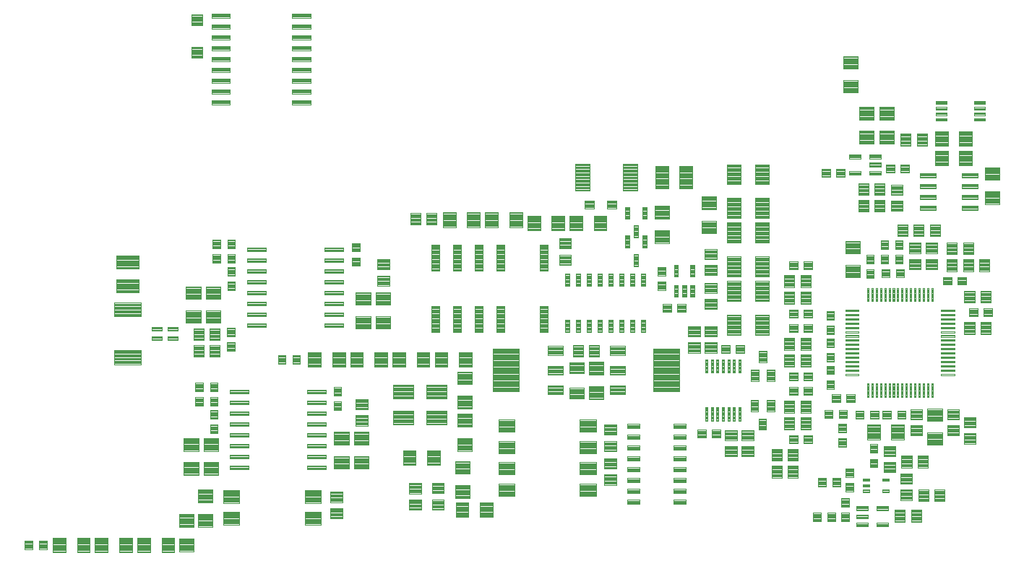
<source format=gtp>
G75*
%MOIN*%
%OFA0B0*%
%FSLAX25Y25*%
%IPPOS*%
%LPD*%
%AMOC8*
5,1,8,0,0,1.08239X$1,22.5*
%
%ADD10C,0.00378*%
%ADD11C,0.00396*%
%ADD12C,0.00386*%
%ADD13C,0.00394*%
%ADD14C,0.00425*%
%ADD15C,0.00409*%
%ADD16C,0.00405*%
%ADD17C,0.00375*%
%ADD18C,0.00406*%
%ADD19C,0.00408*%
%ADD20C,0.00402*%
D10*
X0088390Y0039441D02*
X0094310Y0039441D01*
X0094310Y0032721D01*
X0088390Y0032721D01*
X0088390Y0039441D01*
X0088390Y0033098D02*
X0094310Y0033098D01*
X0094310Y0033475D02*
X0088390Y0033475D01*
X0088390Y0033852D02*
X0094310Y0033852D01*
X0094310Y0034229D02*
X0088390Y0034229D01*
X0088390Y0034606D02*
X0094310Y0034606D01*
X0094310Y0034983D02*
X0088390Y0034983D01*
X0088390Y0035360D02*
X0094310Y0035360D01*
X0094310Y0035737D02*
X0088390Y0035737D01*
X0088390Y0036114D02*
X0094310Y0036114D01*
X0094310Y0036491D02*
X0088390Y0036491D01*
X0088390Y0036868D02*
X0094310Y0036868D01*
X0094310Y0037245D02*
X0088390Y0037245D01*
X0088390Y0037622D02*
X0094310Y0037622D01*
X0094310Y0037999D02*
X0088390Y0037999D01*
X0088390Y0038376D02*
X0094310Y0038376D01*
X0094310Y0038753D02*
X0088390Y0038753D01*
X0088390Y0039130D02*
X0094310Y0039130D01*
X0099587Y0039441D02*
X0105507Y0039441D01*
X0105507Y0032721D01*
X0099587Y0032721D01*
X0099587Y0039441D01*
X0099587Y0033098D02*
X0105507Y0033098D01*
X0105507Y0033475D02*
X0099587Y0033475D01*
X0099587Y0033852D02*
X0105507Y0033852D01*
X0105507Y0034229D02*
X0099587Y0034229D01*
X0099587Y0034606D02*
X0105507Y0034606D01*
X0105507Y0034983D02*
X0099587Y0034983D01*
X0099587Y0035360D02*
X0105507Y0035360D01*
X0105507Y0035737D02*
X0099587Y0035737D01*
X0099587Y0036114D02*
X0105507Y0036114D01*
X0105507Y0036491D02*
X0099587Y0036491D01*
X0099587Y0036868D02*
X0105507Y0036868D01*
X0105507Y0037245D02*
X0099587Y0037245D01*
X0099587Y0037622D02*
X0105507Y0037622D01*
X0105507Y0037999D02*
X0099587Y0037999D01*
X0099587Y0038376D02*
X0105507Y0038376D01*
X0105507Y0038753D02*
X0099587Y0038753D01*
X0099587Y0039130D02*
X0105507Y0039130D01*
X0107840Y0039441D02*
X0113760Y0039441D01*
X0113760Y0032721D01*
X0107840Y0032721D01*
X0107840Y0039441D01*
X0107840Y0033098D02*
X0113760Y0033098D01*
X0113760Y0033475D02*
X0107840Y0033475D01*
X0107840Y0033852D02*
X0113760Y0033852D01*
X0113760Y0034229D02*
X0107840Y0034229D01*
X0107840Y0034606D02*
X0113760Y0034606D01*
X0113760Y0034983D02*
X0107840Y0034983D01*
X0107840Y0035360D02*
X0113760Y0035360D01*
X0113760Y0035737D02*
X0107840Y0035737D01*
X0107840Y0036114D02*
X0113760Y0036114D01*
X0113760Y0036491D02*
X0107840Y0036491D01*
X0107840Y0036868D02*
X0113760Y0036868D01*
X0113760Y0037245D02*
X0107840Y0037245D01*
X0107840Y0037622D02*
X0113760Y0037622D01*
X0113760Y0037999D02*
X0107840Y0037999D01*
X0107840Y0038376D02*
X0113760Y0038376D01*
X0113760Y0038753D02*
X0107840Y0038753D01*
X0107840Y0039130D02*
X0113760Y0039130D01*
X0119037Y0039441D02*
X0124957Y0039441D01*
X0124957Y0032721D01*
X0119037Y0032721D01*
X0119037Y0039441D01*
X0119037Y0033098D02*
X0124957Y0033098D01*
X0124957Y0033475D02*
X0119037Y0033475D01*
X0119037Y0033852D02*
X0124957Y0033852D01*
X0124957Y0034229D02*
X0119037Y0034229D01*
X0119037Y0034606D02*
X0124957Y0034606D01*
X0124957Y0034983D02*
X0119037Y0034983D01*
X0119037Y0035360D02*
X0124957Y0035360D01*
X0124957Y0035737D02*
X0119037Y0035737D01*
X0119037Y0036114D02*
X0124957Y0036114D01*
X0124957Y0036491D02*
X0119037Y0036491D01*
X0119037Y0036868D02*
X0124957Y0036868D01*
X0124957Y0037245D02*
X0119037Y0037245D01*
X0119037Y0037622D02*
X0124957Y0037622D01*
X0124957Y0037999D02*
X0119037Y0037999D01*
X0119037Y0038376D02*
X0124957Y0038376D01*
X0124957Y0038753D02*
X0119037Y0038753D01*
X0119037Y0039130D02*
X0124957Y0039130D01*
X0127340Y0039441D02*
X0133260Y0039441D01*
X0133260Y0032721D01*
X0127340Y0032721D01*
X0127340Y0039441D01*
X0127340Y0033098D02*
X0133260Y0033098D01*
X0133260Y0033475D02*
X0127340Y0033475D01*
X0127340Y0033852D02*
X0133260Y0033852D01*
X0133260Y0034229D02*
X0127340Y0034229D01*
X0127340Y0034606D02*
X0133260Y0034606D01*
X0133260Y0034983D02*
X0127340Y0034983D01*
X0127340Y0035360D02*
X0133260Y0035360D01*
X0133260Y0035737D02*
X0127340Y0035737D01*
X0127340Y0036114D02*
X0133260Y0036114D01*
X0133260Y0036491D02*
X0127340Y0036491D01*
X0127340Y0036868D02*
X0133260Y0036868D01*
X0133260Y0037245D02*
X0127340Y0037245D01*
X0127340Y0037622D02*
X0133260Y0037622D01*
X0133260Y0037999D02*
X0127340Y0037999D01*
X0127340Y0038376D02*
X0133260Y0038376D01*
X0133260Y0038753D02*
X0127340Y0038753D01*
X0127340Y0039130D02*
X0133260Y0039130D01*
X0138537Y0039441D02*
X0144457Y0039441D01*
X0144457Y0032721D01*
X0138537Y0032721D01*
X0138537Y0039441D01*
X0138537Y0033098D02*
X0144457Y0033098D01*
X0144457Y0033475D02*
X0138537Y0033475D01*
X0138537Y0033852D02*
X0144457Y0033852D01*
X0144457Y0034229D02*
X0138537Y0034229D01*
X0138537Y0034606D02*
X0144457Y0034606D01*
X0144457Y0034983D02*
X0138537Y0034983D01*
X0138537Y0035360D02*
X0144457Y0035360D01*
X0144457Y0035737D02*
X0138537Y0035737D01*
X0138537Y0036114D02*
X0144457Y0036114D01*
X0144457Y0036491D02*
X0138537Y0036491D01*
X0138537Y0036868D02*
X0144457Y0036868D01*
X0144457Y0037245D02*
X0138537Y0037245D01*
X0138537Y0037622D02*
X0144457Y0037622D01*
X0144457Y0037999D02*
X0138537Y0037999D01*
X0138537Y0038376D02*
X0144457Y0038376D01*
X0144457Y0038753D02*
X0138537Y0038753D01*
X0138537Y0039130D02*
X0144457Y0039130D01*
X0146639Y0039043D02*
X0146639Y0033123D01*
X0146639Y0039043D02*
X0153359Y0039043D01*
X0153359Y0033123D01*
X0146639Y0033123D01*
X0146639Y0033500D02*
X0153359Y0033500D01*
X0153359Y0033877D02*
X0146639Y0033877D01*
X0146639Y0034254D02*
X0153359Y0034254D01*
X0153359Y0034631D02*
X0146639Y0034631D01*
X0146639Y0035008D02*
X0153359Y0035008D01*
X0153359Y0035385D02*
X0146639Y0035385D01*
X0146639Y0035762D02*
X0153359Y0035762D01*
X0153359Y0036139D02*
X0146639Y0036139D01*
X0146639Y0036516D02*
X0153359Y0036516D01*
X0153359Y0036893D02*
X0146639Y0036893D01*
X0146639Y0037270D02*
X0153359Y0037270D01*
X0153359Y0037647D02*
X0146639Y0037647D01*
X0146639Y0038024D02*
X0153359Y0038024D01*
X0153359Y0038401D02*
X0146639Y0038401D01*
X0146639Y0038778D02*
X0153359Y0038778D01*
X0146639Y0044320D02*
X0146639Y0050240D01*
X0153359Y0050240D01*
X0153359Y0044320D01*
X0146639Y0044320D01*
X0146639Y0044697D02*
X0153359Y0044697D01*
X0153359Y0045074D02*
X0146639Y0045074D01*
X0146639Y0045451D02*
X0153359Y0045451D01*
X0153359Y0045828D02*
X0146639Y0045828D01*
X0146639Y0046205D02*
X0153359Y0046205D01*
X0153359Y0046582D02*
X0146639Y0046582D01*
X0146639Y0046959D02*
X0153359Y0046959D01*
X0153359Y0047336D02*
X0146639Y0047336D01*
X0146639Y0047713D02*
X0153359Y0047713D01*
X0153359Y0048090D02*
X0146639Y0048090D01*
X0146639Y0048467D02*
X0153359Y0048467D01*
X0153359Y0048844D02*
X0146639Y0048844D01*
X0146639Y0049221D02*
X0153359Y0049221D01*
X0153359Y0049598D02*
X0146639Y0049598D01*
X0146639Y0049975D02*
X0153359Y0049975D01*
X0162159Y0050393D02*
X0162159Y0044473D01*
X0155439Y0044473D01*
X0155439Y0050393D01*
X0162159Y0050393D01*
X0162159Y0044850D02*
X0155439Y0044850D01*
X0155439Y0045227D02*
X0162159Y0045227D01*
X0162159Y0045604D02*
X0155439Y0045604D01*
X0155439Y0045981D02*
X0162159Y0045981D01*
X0162159Y0046358D02*
X0155439Y0046358D01*
X0155439Y0046735D02*
X0162159Y0046735D01*
X0162159Y0047112D02*
X0155439Y0047112D01*
X0155439Y0047489D02*
X0162159Y0047489D01*
X0162159Y0047866D02*
X0155439Y0047866D01*
X0155439Y0048243D02*
X0162159Y0048243D01*
X0162159Y0048620D02*
X0155439Y0048620D01*
X0155439Y0048997D02*
X0162159Y0048997D01*
X0162159Y0049374D02*
X0155439Y0049374D01*
X0155439Y0049751D02*
X0162159Y0049751D01*
X0162159Y0050128D02*
X0155439Y0050128D01*
X0162159Y0055670D02*
X0162159Y0061590D01*
X0162159Y0055670D02*
X0155439Y0055670D01*
X0155439Y0061590D01*
X0162159Y0061590D01*
X0162159Y0056047D02*
X0155439Y0056047D01*
X0155439Y0056424D02*
X0162159Y0056424D01*
X0162159Y0056801D02*
X0155439Y0056801D01*
X0155439Y0057178D02*
X0162159Y0057178D01*
X0162159Y0057555D02*
X0155439Y0057555D01*
X0155439Y0057932D02*
X0162159Y0057932D01*
X0162159Y0058309D02*
X0155439Y0058309D01*
X0155439Y0058686D02*
X0162159Y0058686D01*
X0162159Y0059063D02*
X0155439Y0059063D01*
X0155439Y0059440D02*
X0162159Y0059440D01*
X0162159Y0059817D02*
X0155439Y0059817D01*
X0155439Y0060194D02*
X0162159Y0060194D01*
X0162159Y0060571D02*
X0155439Y0060571D01*
X0155439Y0060948D02*
X0162159Y0060948D01*
X0162159Y0061325D02*
X0155439Y0061325D01*
X0148845Y0068409D02*
X0148845Y0074329D01*
X0155553Y0074329D01*
X0155553Y0068409D01*
X0148845Y0068409D01*
X0148845Y0068786D02*
X0155553Y0068786D01*
X0155553Y0069163D02*
X0148845Y0069163D01*
X0148845Y0069540D02*
X0155553Y0069540D01*
X0155553Y0069917D02*
X0148845Y0069917D01*
X0148845Y0070294D02*
X0155553Y0070294D01*
X0155553Y0070671D02*
X0148845Y0070671D01*
X0148845Y0071048D02*
X0155553Y0071048D01*
X0155553Y0071425D02*
X0148845Y0071425D01*
X0148845Y0071802D02*
X0155553Y0071802D01*
X0155553Y0072179D02*
X0148845Y0072179D01*
X0148845Y0072556D02*
X0155553Y0072556D01*
X0155553Y0072933D02*
X0148845Y0072933D01*
X0148845Y0073310D02*
X0155553Y0073310D01*
X0155553Y0073687D02*
X0148845Y0073687D01*
X0148845Y0074064D02*
X0155553Y0074064D01*
X0158095Y0074329D02*
X0158095Y0068409D01*
X0158095Y0074329D02*
X0164803Y0074329D01*
X0164803Y0068409D01*
X0158095Y0068409D01*
X0158095Y0068786D02*
X0164803Y0068786D01*
X0164803Y0069163D02*
X0158095Y0069163D01*
X0158095Y0069540D02*
X0164803Y0069540D01*
X0164803Y0069917D02*
X0158095Y0069917D01*
X0158095Y0070294D02*
X0164803Y0070294D01*
X0164803Y0070671D02*
X0158095Y0070671D01*
X0158095Y0071048D02*
X0164803Y0071048D01*
X0164803Y0071425D02*
X0158095Y0071425D01*
X0158095Y0071802D02*
X0164803Y0071802D01*
X0164803Y0072179D02*
X0158095Y0072179D01*
X0158095Y0072556D02*
X0164803Y0072556D01*
X0164803Y0072933D02*
X0158095Y0072933D01*
X0158095Y0073310D02*
X0164803Y0073310D01*
X0164803Y0073687D02*
X0158095Y0073687D01*
X0158095Y0074064D02*
X0164803Y0074064D01*
X0158095Y0079433D02*
X0158095Y0085353D01*
X0164803Y0085353D01*
X0164803Y0079433D01*
X0158095Y0079433D01*
X0158095Y0079810D02*
X0164803Y0079810D01*
X0164803Y0080187D02*
X0158095Y0080187D01*
X0158095Y0080564D02*
X0164803Y0080564D01*
X0164803Y0080941D02*
X0158095Y0080941D01*
X0158095Y0081318D02*
X0164803Y0081318D01*
X0164803Y0081695D02*
X0158095Y0081695D01*
X0158095Y0082072D02*
X0164803Y0082072D01*
X0164803Y0082449D02*
X0158095Y0082449D01*
X0158095Y0082826D02*
X0164803Y0082826D01*
X0164803Y0083203D02*
X0158095Y0083203D01*
X0158095Y0083580D02*
X0164803Y0083580D01*
X0164803Y0083957D02*
X0158095Y0083957D01*
X0158095Y0084334D02*
X0164803Y0084334D01*
X0164803Y0084711D02*
X0158095Y0084711D01*
X0158095Y0085088D02*
X0164803Y0085088D01*
X0148845Y0085353D02*
X0148845Y0079433D01*
X0148845Y0085353D02*
X0155553Y0085353D01*
X0155553Y0079433D01*
X0148845Y0079433D01*
X0148845Y0079810D02*
X0155553Y0079810D01*
X0155553Y0080187D02*
X0148845Y0080187D01*
X0148845Y0080564D02*
X0155553Y0080564D01*
X0155553Y0080941D02*
X0148845Y0080941D01*
X0148845Y0081318D02*
X0155553Y0081318D01*
X0155553Y0081695D02*
X0148845Y0081695D01*
X0148845Y0082072D02*
X0155553Y0082072D01*
X0155553Y0082449D02*
X0148845Y0082449D01*
X0148845Y0082826D02*
X0155553Y0082826D01*
X0155553Y0083203D02*
X0148845Y0083203D01*
X0148845Y0083580D02*
X0155553Y0083580D01*
X0155553Y0083957D02*
X0148845Y0083957D01*
X0148845Y0084334D02*
X0155553Y0084334D01*
X0155553Y0084711D02*
X0148845Y0084711D01*
X0148845Y0085088D02*
X0155553Y0085088D01*
X0167021Y0061391D02*
X0167021Y0055471D01*
X0167021Y0061391D02*
X0174517Y0061391D01*
X0174517Y0055471D01*
X0167021Y0055471D01*
X0167021Y0055848D02*
X0174517Y0055848D01*
X0174517Y0056225D02*
X0167021Y0056225D01*
X0167021Y0056602D02*
X0174517Y0056602D01*
X0174517Y0056979D02*
X0167021Y0056979D01*
X0167021Y0057356D02*
X0174517Y0057356D01*
X0174517Y0057733D02*
X0167021Y0057733D01*
X0167021Y0058110D02*
X0174517Y0058110D01*
X0174517Y0058487D02*
X0167021Y0058487D01*
X0167021Y0058864D02*
X0174517Y0058864D01*
X0174517Y0059241D02*
X0167021Y0059241D01*
X0167021Y0059618D02*
X0174517Y0059618D01*
X0174517Y0059995D02*
X0167021Y0059995D01*
X0167021Y0060372D02*
X0174517Y0060372D01*
X0174517Y0060749D02*
X0167021Y0060749D01*
X0167021Y0061126D02*
X0174517Y0061126D01*
X0167021Y0051391D02*
X0167021Y0045471D01*
X0167021Y0051391D02*
X0174517Y0051391D01*
X0174517Y0045471D01*
X0167021Y0045471D01*
X0167021Y0045848D02*
X0174517Y0045848D01*
X0174517Y0046225D02*
X0167021Y0046225D01*
X0167021Y0046602D02*
X0174517Y0046602D01*
X0174517Y0046979D02*
X0167021Y0046979D01*
X0167021Y0047356D02*
X0174517Y0047356D01*
X0174517Y0047733D02*
X0167021Y0047733D01*
X0167021Y0048110D02*
X0174517Y0048110D01*
X0174517Y0048487D02*
X0167021Y0048487D01*
X0167021Y0048864D02*
X0174517Y0048864D01*
X0174517Y0049241D02*
X0167021Y0049241D01*
X0167021Y0049618D02*
X0174517Y0049618D01*
X0174517Y0049995D02*
X0167021Y0049995D01*
X0167021Y0050372D02*
X0174517Y0050372D01*
X0174517Y0050749D02*
X0167021Y0050749D01*
X0167021Y0051126D02*
X0174517Y0051126D01*
X0212076Y0051391D02*
X0212076Y0045471D01*
X0204580Y0045471D01*
X0204580Y0051391D01*
X0212076Y0051391D01*
X0212076Y0045848D02*
X0204580Y0045848D01*
X0204580Y0046225D02*
X0212076Y0046225D01*
X0212076Y0046602D02*
X0204580Y0046602D01*
X0204580Y0046979D02*
X0212076Y0046979D01*
X0212076Y0047356D02*
X0204580Y0047356D01*
X0204580Y0047733D02*
X0212076Y0047733D01*
X0212076Y0048110D02*
X0204580Y0048110D01*
X0204580Y0048487D02*
X0212076Y0048487D01*
X0212076Y0048864D02*
X0204580Y0048864D01*
X0204580Y0049241D02*
X0212076Y0049241D01*
X0212076Y0049618D02*
X0204580Y0049618D01*
X0204580Y0049995D02*
X0212076Y0049995D01*
X0212076Y0050372D02*
X0204580Y0050372D01*
X0204580Y0050749D02*
X0212076Y0050749D01*
X0212076Y0051126D02*
X0204580Y0051126D01*
X0212076Y0055471D02*
X0212076Y0061391D01*
X0212076Y0055471D02*
X0204580Y0055471D01*
X0204580Y0061391D01*
X0212076Y0061391D01*
X0212076Y0055848D02*
X0204580Y0055848D01*
X0204580Y0056225D02*
X0212076Y0056225D01*
X0212076Y0056602D02*
X0204580Y0056602D01*
X0204580Y0056979D02*
X0212076Y0056979D01*
X0212076Y0057356D02*
X0204580Y0057356D01*
X0204580Y0057733D02*
X0212076Y0057733D01*
X0212076Y0058110D02*
X0204580Y0058110D01*
X0204580Y0058487D02*
X0212076Y0058487D01*
X0212076Y0058864D02*
X0204580Y0058864D01*
X0204580Y0059241D02*
X0212076Y0059241D01*
X0212076Y0059618D02*
X0204580Y0059618D01*
X0204580Y0059995D02*
X0212076Y0059995D01*
X0212076Y0060372D02*
X0204580Y0060372D01*
X0204580Y0060749D02*
X0212076Y0060749D01*
X0212076Y0061126D02*
X0204580Y0061126D01*
X0218195Y0071209D02*
X0218195Y0077129D01*
X0224903Y0077129D01*
X0224903Y0071209D01*
X0218195Y0071209D01*
X0218195Y0071586D02*
X0224903Y0071586D01*
X0224903Y0071963D02*
X0218195Y0071963D01*
X0218195Y0072340D02*
X0224903Y0072340D01*
X0224903Y0072717D02*
X0218195Y0072717D01*
X0218195Y0073094D02*
X0224903Y0073094D01*
X0224903Y0073471D02*
X0218195Y0073471D01*
X0218195Y0073848D02*
X0224903Y0073848D01*
X0224903Y0074225D02*
X0218195Y0074225D01*
X0218195Y0074602D02*
X0224903Y0074602D01*
X0224903Y0074979D02*
X0218195Y0074979D01*
X0218195Y0075356D02*
X0224903Y0075356D01*
X0224903Y0075733D02*
X0218195Y0075733D01*
X0218195Y0076110D02*
X0224903Y0076110D01*
X0224903Y0076487D02*
X0218195Y0076487D01*
X0218195Y0076864D02*
X0224903Y0076864D01*
X0227445Y0077129D02*
X0227445Y0071209D01*
X0227445Y0077129D02*
X0234153Y0077129D01*
X0234153Y0071209D01*
X0227445Y0071209D01*
X0227445Y0071586D02*
X0234153Y0071586D01*
X0234153Y0071963D02*
X0227445Y0071963D01*
X0227445Y0072340D02*
X0234153Y0072340D01*
X0234153Y0072717D02*
X0227445Y0072717D01*
X0227445Y0073094D02*
X0234153Y0073094D01*
X0234153Y0073471D02*
X0227445Y0073471D01*
X0227445Y0073848D02*
X0234153Y0073848D01*
X0234153Y0074225D02*
X0227445Y0074225D01*
X0227445Y0074602D02*
X0234153Y0074602D01*
X0234153Y0074979D02*
X0227445Y0074979D01*
X0227445Y0075356D02*
X0234153Y0075356D01*
X0234153Y0075733D02*
X0227445Y0075733D01*
X0227445Y0076110D02*
X0234153Y0076110D01*
X0234153Y0076487D02*
X0227445Y0076487D01*
X0227445Y0076864D02*
X0234153Y0076864D01*
X0227445Y0082233D02*
X0227445Y0088153D01*
X0234153Y0088153D01*
X0234153Y0082233D01*
X0227445Y0082233D01*
X0227445Y0082610D02*
X0234153Y0082610D01*
X0234153Y0082987D02*
X0227445Y0082987D01*
X0227445Y0083364D02*
X0234153Y0083364D01*
X0234153Y0083741D02*
X0227445Y0083741D01*
X0227445Y0084118D02*
X0234153Y0084118D01*
X0234153Y0084495D02*
X0227445Y0084495D01*
X0227445Y0084872D02*
X0234153Y0084872D01*
X0234153Y0085249D02*
X0227445Y0085249D01*
X0227445Y0085626D02*
X0234153Y0085626D01*
X0234153Y0086003D02*
X0227445Y0086003D01*
X0227445Y0086380D02*
X0234153Y0086380D01*
X0234153Y0086757D02*
X0227445Y0086757D01*
X0227445Y0087134D02*
X0234153Y0087134D01*
X0234153Y0087511D02*
X0227445Y0087511D01*
X0227445Y0087888D02*
X0234153Y0087888D01*
X0218195Y0088153D02*
X0218195Y0082233D01*
X0218195Y0088153D02*
X0224903Y0088153D01*
X0224903Y0082233D01*
X0218195Y0082233D01*
X0218195Y0082610D02*
X0224903Y0082610D01*
X0224903Y0082987D02*
X0218195Y0082987D01*
X0218195Y0083364D02*
X0224903Y0083364D01*
X0224903Y0083741D02*
X0218195Y0083741D01*
X0218195Y0084118D02*
X0224903Y0084118D01*
X0224903Y0084495D02*
X0218195Y0084495D01*
X0218195Y0084872D02*
X0224903Y0084872D01*
X0224903Y0085249D02*
X0218195Y0085249D01*
X0218195Y0085626D02*
X0224903Y0085626D01*
X0224903Y0086003D02*
X0218195Y0086003D01*
X0218195Y0086380D02*
X0224903Y0086380D01*
X0224903Y0086757D02*
X0218195Y0086757D01*
X0218195Y0087134D02*
X0224903Y0087134D01*
X0224903Y0087511D02*
X0218195Y0087511D01*
X0218195Y0087888D02*
X0224903Y0087888D01*
X0249940Y0073021D02*
X0255860Y0073021D01*
X0249940Y0073021D02*
X0249940Y0079741D01*
X0255860Y0079741D01*
X0255860Y0073021D01*
X0255860Y0073398D02*
X0249940Y0073398D01*
X0249940Y0073775D02*
X0255860Y0073775D01*
X0255860Y0074152D02*
X0249940Y0074152D01*
X0249940Y0074529D02*
X0255860Y0074529D01*
X0255860Y0074906D02*
X0249940Y0074906D01*
X0249940Y0075283D02*
X0255860Y0075283D01*
X0255860Y0075660D02*
X0249940Y0075660D01*
X0249940Y0076037D02*
X0255860Y0076037D01*
X0255860Y0076414D02*
X0249940Y0076414D01*
X0249940Y0076791D02*
X0255860Y0076791D01*
X0255860Y0077168D02*
X0249940Y0077168D01*
X0249940Y0077545D02*
X0255860Y0077545D01*
X0255860Y0077922D02*
X0249940Y0077922D01*
X0249940Y0078299D02*
X0255860Y0078299D01*
X0255860Y0078676D02*
X0249940Y0078676D01*
X0249940Y0079053D02*
X0255860Y0079053D01*
X0255860Y0079430D02*
X0249940Y0079430D01*
X0261137Y0073021D02*
X0267057Y0073021D01*
X0261137Y0073021D02*
X0261137Y0079741D01*
X0267057Y0079741D01*
X0267057Y0073021D01*
X0267057Y0073398D02*
X0261137Y0073398D01*
X0261137Y0073775D02*
X0267057Y0073775D01*
X0267057Y0074152D02*
X0261137Y0074152D01*
X0261137Y0074529D02*
X0267057Y0074529D01*
X0267057Y0074906D02*
X0261137Y0074906D01*
X0261137Y0075283D02*
X0267057Y0075283D01*
X0267057Y0075660D02*
X0261137Y0075660D01*
X0261137Y0076037D02*
X0267057Y0076037D01*
X0267057Y0076414D02*
X0261137Y0076414D01*
X0261137Y0076791D02*
X0267057Y0076791D01*
X0267057Y0077168D02*
X0261137Y0077168D01*
X0261137Y0077545D02*
X0267057Y0077545D01*
X0267057Y0077922D02*
X0261137Y0077922D01*
X0261137Y0078299D02*
X0267057Y0078299D01*
X0267057Y0078676D02*
X0261137Y0078676D01*
X0261137Y0079053D02*
X0267057Y0079053D01*
X0267057Y0079430D02*
X0261137Y0079430D01*
X0281809Y0079473D02*
X0281809Y0085393D01*
X0281809Y0079473D02*
X0275089Y0079473D01*
X0275089Y0085393D01*
X0281809Y0085393D01*
X0281809Y0079850D02*
X0275089Y0079850D01*
X0275089Y0080227D02*
X0281809Y0080227D01*
X0281809Y0080604D02*
X0275089Y0080604D01*
X0275089Y0080981D02*
X0281809Y0080981D01*
X0281809Y0081358D02*
X0275089Y0081358D01*
X0275089Y0081735D02*
X0281809Y0081735D01*
X0281809Y0082112D02*
X0275089Y0082112D01*
X0275089Y0082489D02*
X0281809Y0082489D01*
X0281809Y0082866D02*
X0275089Y0082866D01*
X0275089Y0083243D02*
X0281809Y0083243D01*
X0281809Y0083620D02*
X0275089Y0083620D01*
X0275089Y0083997D02*
X0281809Y0083997D01*
X0281809Y0084374D02*
X0275089Y0084374D01*
X0275089Y0084751D02*
X0281809Y0084751D01*
X0281809Y0085128D02*
X0275089Y0085128D01*
X0281809Y0090670D02*
X0281809Y0096590D01*
X0281809Y0090670D02*
X0275089Y0090670D01*
X0275089Y0096590D01*
X0281809Y0096590D01*
X0281809Y0091047D02*
X0275089Y0091047D01*
X0275089Y0091424D02*
X0281809Y0091424D01*
X0281809Y0091801D02*
X0275089Y0091801D01*
X0275089Y0092178D02*
X0281809Y0092178D01*
X0281809Y0092555D02*
X0275089Y0092555D01*
X0275089Y0092932D02*
X0281809Y0092932D01*
X0281809Y0093309D02*
X0275089Y0093309D01*
X0275089Y0093686D02*
X0281809Y0093686D01*
X0281809Y0094063D02*
X0275089Y0094063D01*
X0275089Y0094440D02*
X0281809Y0094440D01*
X0281809Y0094817D02*
X0275089Y0094817D01*
X0275089Y0095194D02*
X0281809Y0095194D01*
X0281809Y0095571D02*
X0275089Y0095571D01*
X0275089Y0095948D02*
X0281809Y0095948D01*
X0281809Y0096325D02*
X0275089Y0096325D01*
X0281809Y0099023D02*
X0281809Y0104943D01*
X0281809Y0099023D02*
X0275089Y0099023D01*
X0275089Y0104943D01*
X0281809Y0104943D01*
X0281809Y0099400D02*
X0275089Y0099400D01*
X0275089Y0099777D02*
X0281809Y0099777D01*
X0281809Y0100154D02*
X0275089Y0100154D01*
X0275089Y0100531D02*
X0281809Y0100531D01*
X0281809Y0100908D02*
X0275089Y0100908D01*
X0275089Y0101285D02*
X0281809Y0101285D01*
X0281809Y0101662D02*
X0275089Y0101662D01*
X0275089Y0102039D02*
X0281809Y0102039D01*
X0281809Y0102416D02*
X0275089Y0102416D01*
X0275089Y0102793D02*
X0281809Y0102793D01*
X0281809Y0103170D02*
X0275089Y0103170D01*
X0275089Y0103547D02*
X0281809Y0103547D01*
X0281809Y0103924D02*
X0275089Y0103924D01*
X0275089Y0104301D02*
X0281809Y0104301D01*
X0281809Y0104678D02*
X0275089Y0104678D01*
X0281809Y0110220D02*
X0281809Y0116140D01*
X0281809Y0110220D02*
X0275089Y0110220D01*
X0275089Y0116140D01*
X0281809Y0116140D01*
X0281809Y0110597D02*
X0275089Y0110597D01*
X0275089Y0110974D02*
X0281809Y0110974D01*
X0281809Y0111351D02*
X0275089Y0111351D01*
X0275089Y0111728D02*
X0281809Y0111728D01*
X0281809Y0112105D02*
X0275089Y0112105D01*
X0275089Y0112482D02*
X0281809Y0112482D01*
X0281809Y0112859D02*
X0275089Y0112859D01*
X0275089Y0113236D02*
X0281809Y0113236D01*
X0281809Y0113613D02*
X0275089Y0113613D01*
X0275089Y0113990D02*
X0281809Y0113990D01*
X0281809Y0114367D02*
X0275089Y0114367D01*
X0275089Y0114744D02*
X0281809Y0114744D01*
X0281809Y0115121D02*
X0275089Y0115121D01*
X0275089Y0115498D02*
X0281809Y0115498D01*
X0281809Y0115875D02*
X0275089Y0115875D01*
X0275737Y0125041D02*
X0281657Y0125041D01*
X0281657Y0118321D01*
X0275737Y0118321D01*
X0275737Y0125041D01*
X0275737Y0118698D02*
X0281657Y0118698D01*
X0281657Y0119075D02*
X0275737Y0119075D01*
X0275737Y0119452D02*
X0281657Y0119452D01*
X0281657Y0119829D02*
X0275737Y0119829D01*
X0275737Y0120206D02*
X0281657Y0120206D01*
X0281657Y0120583D02*
X0275737Y0120583D01*
X0275737Y0120960D02*
X0281657Y0120960D01*
X0281657Y0121337D02*
X0275737Y0121337D01*
X0275737Y0121714D02*
X0281657Y0121714D01*
X0281657Y0122091D02*
X0275737Y0122091D01*
X0275737Y0122468D02*
X0281657Y0122468D01*
X0281657Y0122845D02*
X0275737Y0122845D01*
X0275737Y0123222D02*
X0281657Y0123222D01*
X0281657Y0123599D02*
X0275737Y0123599D01*
X0275737Y0123976D02*
X0281657Y0123976D01*
X0281657Y0124353D02*
X0275737Y0124353D01*
X0275737Y0124730D02*
X0281657Y0124730D01*
X0270460Y0125041D02*
X0264540Y0125041D01*
X0270460Y0125041D02*
X0270460Y0118321D01*
X0264540Y0118321D01*
X0264540Y0125041D01*
X0264540Y0118698D02*
X0270460Y0118698D01*
X0270460Y0119075D02*
X0264540Y0119075D01*
X0264540Y0119452D02*
X0270460Y0119452D01*
X0270460Y0119829D02*
X0264540Y0119829D01*
X0264540Y0120206D02*
X0270460Y0120206D01*
X0270460Y0120583D02*
X0264540Y0120583D01*
X0264540Y0120960D02*
X0270460Y0120960D01*
X0270460Y0121337D02*
X0264540Y0121337D01*
X0264540Y0121714D02*
X0270460Y0121714D01*
X0270460Y0122091D02*
X0264540Y0122091D01*
X0264540Y0122468D02*
X0270460Y0122468D01*
X0270460Y0122845D02*
X0264540Y0122845D01*
X0264540Y0123222D02*
X0270460Y0123222D01*
X0270460Y0123599D02*
X0264540Y0123599D01*
X0264540Y0123976D02*
X0270460Y0123976D01*
X0270460Y0124353D02*
X0264540Y0124353D01*
X0264540Y0124730D02*
X0270460Y0124730D01*
X0262157Y0125041D02*
X0256237Y0125041D01*
X0262157Y0125041D02*
X0262157Y0118321D01*
X0256237Y0118321D01*
X0256237Y0125041D01*
X0256237Y0118698D02*
X0262157Y0118698D01*
X0262157Y0119075D02*
X0256237Y0119075D01*
X0256237Y0119452D02*
X0262157Y0119452D01*
X0262157Y0119829D02*
X0256237Y0119829D01*
X0256237Y0120206D02*
X0262157Y0120206D01*
X0262157Y0120583D02*
X0256237Y0120583D01*
X0256237Y0120960D02*
X0262157Y0120960D01*
X0262157Y0121337D02*
X0256237Y0121337D01*
X0256237Y0121714D02*
X0262157Y0121714D01*
X0262157Y0122091D02*
X0256237Y0122091D01*
X0256237Y0122468D02*
X0262157Y0122468D01*
X0262157Y0122845D02*
X0256237Y0122845D01*
X0256237Y0123222D02*
X0262157Y0123222D01*
X0262157Y0123599D02*
X0256237Y0123599D01*
X0256237Y0123976D02*
X0262157Y0123976D01*
X0262157Y0124353D02*
X0256237Y0124353D01*
X0256237Y0124730D02*
X0262157Y0124730D01*
X0250960Y0125041D02*
X0245040Y0125041D01*
X0250960Y0125041D02*
X0250960Y0118321D01*
X0245040Y0118321D01*
X0245040Y0125041D01*
X0245040Y0118698D02*
X0250960Y0118698D01*
X0250960Y0119075D02*
X0245040Y0119075D01*
X0245040Y0119452D02*
X0250960Y0119452D01*
X0250960Y0119829D02*
X0245040Y0119829D01*
X0245040Y0120206D02*
X0250960Y0120206D01*
X0250960Y0120583D02*
X0245040Y0120583D01*
X0245040Y0120960D02*
X0250960Y0120960D01*
X0250960Y0121337D02*
X0245040Y0121337D01*
X0245040Y0121714D02*
X0250960Y0121714D01*
X0250960Y0122091D02*
X0245040Y0122091D01*
X0245040Y0122468D02*
X0250960Y0122468D01*
X0250960Y0122845D02*
X0245040Y0122845D01*
X0245040Y0123222D02*
X0250960Y0123222D01*
X0250960Y0123599D02*
X0245040Y0123599D01*
X0245040Y0123976D02*
X0250960Y0123976D01*
X0250960Y0124353D02*
X0245040Y0124353D01*
X0245040Y0124730D02*
X0250960Y0124730D01*
X0242707Y0125041D02*
X0236787Y0125041D01*
X0242707Y0125041D02*
X0242707Y0118321D01*
X0236787Y0118321D01*
X0236787Y0125041D01*
X0236787Y0118698D02*
X0242707Y0118698D01*
X0242707Y0119075D02*
X0236787Y0119075D01*
X0236787Y0119452D02*
X0242707Y0119452D01*
X0242707Y0119829D02*
X0236787Y0119829D01*
X0236787Y0120206D02*
X0242707Y0120206D01*
X0242707Y0120583D02*
X0236787Y0120583D01*
X0236787Y0120960D02*
X0242707Y0120960D01*
X0242707Y0121337D02*
X0236787Y0121337D01*
X0236787Y0121714D02*
X0242707Y0121714D01*
X0242707Y0122091D02*
X0236787Y0122091D01*
X0236787Y0122468D02*
X0242707Y0122468D01*
X0242707Y0122845D02*
X0236787Y0122845D01*
X0236787Y0123222D02*
X0242707Y0123222D01*
X0242707Y0123599D02*
X0236787Y0123599D01*
X0236787Y0123976D02*
X0242707Y0123976D01*
X0242707Y0124353D02*
X0236787Y0124353D01*
X0236787Y0124730D02*
X0242707Y0124730D01*
X0231510Y0125041D02*
X0225590Y0125041D01*
X0231510Y0125041D02*
X0231510Y0118321D01*
X0225590Y0118321D01*
X0225590Y0125041D01*
X0225590Y0118698D02*
X0231510Y0118698D01*
X0231510Y0119075D02*
X0225590Y0119075D01*
X0225590Y0119452D02*
X0231510Y0119452D01*
X0231510Y0119829D02*
X0225590Y0119829D01*
X0225590Y0120206D02*
X0231510Y0120206D01*
X0231510Y0120583D02*
X0225590Y0120583D01*
X0225590Y0120960D02*
X0231510Y0120960D01*
X0231510Y0121337D02*
X0225590Y0121337D01*
X0225590Y0121714D02*
X0231510Y0121714D01*
X0231510Y0122091D02*
X0225590Y0122091D01*
X0225590Y0122468D02*
X0231510Y0122468D01*
X0231510Y0122845D02*
X0225590Y0122845D01*
X0225590Y0123222D02*
X0231510Y0123222D01*
X0231510Y0123599D02*
X0225590Y0123599D01*
X0225590Y0123976D02*
X0231510Y0123976D01*
X0231510Y0124353D02*
X0225590Y0124353D01*
X0225590Y0124730D02*
X0231510Y0124730D01*
X0223257Y0125041D02*
X0217337Y0125041D01*
X0223257Y0125041D02*
X0223257Y0118321D01*
X0217337Y0118321D01*
X0217337Y0125041D01*
X0217337Y0118698D02*
X0223257Y0118698D01*
X0223257Y0119075D02*
X0217337Y0119075D01*
X0217337Y0119452D02*
X0223257Y0119452D01*
X0223257Y0119829D02*
X0217337Y0119829D01*
X0217337Y0120206D02*
X0223257Y0120206D01*
X0223257Y0120583D02*
X0217337Y0120583D01*
X0217337Y0120960D02*
X0223257Y0120960D01*
X0223257Y0121337D02*
X0217337Y0121337D01*
X0217337Y0121714D02*
X0223257Y0121714D01*
X0223257Y0122091D02*
X0217337Y0122091D01*
X0217337Y0122468D02*
X0223257Y0122468D01*
X0223257Y0122845D02*
X0217337Y0122845D01*
X0217337Y0123222D02*
X0223257Y0123222D01*
X0223257Y0123599D02*
X0217337Y0123599D01*
X0217337Y0123976D02*
X0223257Y0123976D01*
X0223257Y0124353D02*
X0217337Y0124353D01*
X0217337Y0124730D02*
X0223257Y0124730D01*
X0212060Y0125041D02*
X0206140Y0125041D01*
X0212060Y0125041D02*
X0212060Y0118321D01*
X0206140Y0118321D01*
X0206140Y0125041D01*
X0206140Y0118698D02*
X0212060Y0118698D01*
X0212060Y0119075D02*
X0206140Y0119075D01*
X0206140Y0119452D02*
X0212060Y0119452D01*
X0212060Y0119829D02*
X0206140Y0119829D01*
X0206140Y0120206D02*
X0212060Y0120206D01*
X0212060Y0120583D02*
X0206140Y0120583D01*
X0206140Y0120960D02*
X0212060Y0120960D01*
X0212060Y0121337D02*
X0206140Y0121337D01*
X0206140Y0121714D02*
X0212060Y0121714D01*
X0212060Y0122091D02*
X0206140Y0122091D01*
X0206140Y0122468D02*
X0212060Y0122468D01*
X0212060Y0122845D02*
X0206140Y0122845D01*
X0206140Y0123222D02*
X0212060Y0123222D01*
X0212060Y0123599D02*
X0206140Y0123599D01*
X0206140Y0123976D02*
X0212060Y0123976D01*
X0212060Y0124353D02*
X0206140Y0124353D01*
X0206140Y0124730D02*
X0212060Y0124730D01*
X0228195Y0135859D02*
X0228195Y0141779D01*
X0234903Y0141779D01*
X0234903Y0135859D01*
X0228195Y0135859D01*
X0228195Y0136236D02*
X0234903Y0136236D01*
X0234903Y0136613D02*
X0228195Y0136613D01*
X0228195Y0136990D02*
X0234903Y0136990D01*
X0234903Y0137367D02*
X0228195Y0137367D01*
X0228195Y0137744D02*
X0234903Y0137744D01*
X0234903Y0138121D02*
X0228195Y0138121D01*
X0228195Y0138498D02*
X0234903Y0138498D01*
X0234903Y0138875D02*
X0228195Y0138875D01*
X0228195Y0139252D02*
X0234903Y0139252D01*
X0234903Y0139629D02*
X0228195Y0139629D01*
X0228195Y0140006D02*
X0234903Y0140006D01*
X0234903Y0140383D02*
X0228195Y0140383D01*
X0228195Y0140760D02*
X0234903Y0140760D01*
X0234903Y0141137D02*
X0228195Y0141137D01*
X0228195Y0141514D02*
X0234903Y0141514D01*
X0237445Y0141779D02*
X0237445Y0135859D01*
X0237445Y0141779D02*
X0244153Y0141779D01*
X0244153Y0135859D01*
X0237445Y0135859D01*
X0237445Y0136236D02*
X0244153Y0136236D01*
X0244153Y0136613D02*
X0237445Y0136613D01*
X0237445Y0136990D02*
X0244153Y0136990D01*
X0244153Y0137367D02*
X0237445Y0137367D01*
X0237445Y0137744D02*
X0244153Y0137744D01*
X0244153Y0138121D02*
X0237445Y0138121D01*
X0237445Y0138498D02*
X0244153Y0138498D01*
X0244153Y0138875D02*
X0237445Y0138875D01*
X0237445Y0139252D02*
X0244153Y0139252D01*
X0244153Y0139629D02*
X0237445Y0139629D01*
X0237445Y0140006D02*
X0244153Y0140006D01*
X0244153Y0140383D02*
X0237445Y0140383D01*
X0237445Y0140760D02*
X0244153Y0140760D01*
X0244153Y0141137D02*
X0237445Y0141137D01*
X0237445Y0141514D02*
X0244153Y0141514D01*
X0237445Y0146883D02*
X0237445Y0152803D01*
X0244153Y0152803D01*
X0244153Y0146883D01*
X0237445Y0146883D01*
X0237445Y0147260D02*
X0244153Y0147260D01*
X0244153Y0147637D02*
X0237445Y0147637D01*
X0237445Y0148014D02*
X0244153Y0148014D01*
X0244153Y0148391D02*
X0237445Y0148391D01*
X0237445Y0148768D02*
X0244153Y0148768D01*
X0244153Y0149145D02*
X0237445Y0149145D01*
X0237445Y0149522D02*
X0244153Y0149522D01*
X0244153Y0149899D02*
X0237445Y0149899D01*
X0237445Y0150276D02*
X0244153Y0150276D01*
X0244153Y0150653D02*
X0237445Y0150653D01*
X0237445Y0151030D02*
X0244153Y0151030D01*
X0244153Y0151407D02*
X0237445Y0151407D01*
X0237445Y0151784D02*
X0244153Y0151784D01*
X0244153Y0152161D02*
X0237445Y0152161D01*
X0237445Y0152538D02*
X0244153Y0152538D01*
X0228195Y0152803D02*
X0228195Y0146883D01*
X0228195Y0152803D02*
X0234903Y0152803D01*
X0234903Y0146883D01*
X0228195Y0146883D01*
X0228195Y0147260D02*
X0234903Y0147260D01*
X0234903Y0147637D02*
X0228195Y0147637D01*
X0228195Y0148014D02*
X0234903Y0148014D01*
X0234903Y0148391D02*
X0228195Y0148391D01*
X0228195Y0148768D02*
X0234903Y0148768D01*
X0234903Y0149145D02*
X0228195Y0149145D01*
X0228195Y0149522D02*
X0234903Y0149522D01*
X0234903Y0149899D02*
X0228195Y0149899D01*
X0228195Y0150276D02*
X0234903Y0150276D01*
X0234903Y0150653D02*
X0228195Y0150653D01*
X0228195Y0151030D02*
X0234903Y0151030D01*
X0234903Y0151407D02*
X0228195Y0151407D01*
X0228195Y0151784D02*
X0234903Y0151784D01*
X0234903Y0152161D02*
X0228195Y0152161D01*
X0228195Y0152538D02*
X0234903Y0152538D01*
X0268290Y0182771D02*
X0274210Y0182771D01*
X0268290Y0182771D02*
X0268290Y0189491D01*
X0274210Y0189491D01*
X0274210Y0182771D01*
X0274210Y0183148D02*
X0268290Y0183148D01*
X0268290Y0183525D02*
X0274210Y0183525D01*
X0274210Y0183902D02*
X0268290Y0183902D01*
X0268290Y0184279D02*
X0274210Y0184279D01*
X0274210Y0184656D02*
X0268290Y0184656D01*
X0268290Y0185033D02*
X0274210Y0185033D01*
X0274210Y0185410D02*
X0268290Y0185410D01*
X0268290Y0185787D02*
X0274210Y0185787D01*
X0274210Y0186164D02*
X0268290Y0186164D01*
X0268290Y0186541D02*
X0274210Y0186541D01*
X0274210Y0186918D02*
X0268290Y0186918D01*
X0268290Y0187295D02*
X0274210Y0187295D01*
X0274210Y0187672D02*
X0268290Y0187672D01*
X0268290Y0188049D02*
X0274210Y0188049D01*
X0274210Y0188426D02*
X0268290Y0188426D01*
X0268290Y0188803D02*
X0274210Y0188803D01*
X0274210Y0189180D02*
X0268290Y0189180D01*
X0279487Y0182771D02*
X0285407Y0182771D01*
X0279487Y0182771D02*
X0279487Y0189491D01*
X0285407Y0189491D01*
X0285407Y0182771D01*
X0285407Y0183148D02*
X0279487Y0183148D01*
X0279487Y0183525D02*
X0285407Y0183525D01*
X0285407Y0183902D02*
X0279487Y0183902D01*
X0279487Y0184279D02*
X0285407Y0184279D01*
X0285407Y0184656D02*
X0279487Y0184656D01*
X0279487Y0185033D02*
X0285407Y0185033D01*
X0285407Y0185410D02*
X0279487Y0185410D01*
X0279487Y0185787D02*
X0285407Y0185787D01*
X0285407Y0186164D02*
X0279487Y0186164D01*
X0279487Y0186541D02*
X0285407Y0186541D01*
X0285407Y0186918D02*
X0279487Y0186918D01*
X0279487Y0187295D02*
X0285407Y0187295D01*
X0285407Y0187672D02*
X0279487Y0187672D01*
X0279487Y0188049D02*
X0285407Y0188049D01*
X0285407Y0188426D02*
X0279487Y0188426D01*
X0279487Y0188803D02*
X0285407Y0188803D01*
X0285407Y0189180D02*
X0279487Y0189180D01*
X0287790Y0182771D02*
X0293710Y0182771D01*
X0287790Y0182771D02*
X0287790Y0189491D01*
X0293710Y0189491D01*
X0293710Y0182771D01*
X0293710Y0183148D02*
X0287790Y0183148D01*
X0287790Y0183525D02*
X0293710Y0183525D01*
X0293710Y0183902D02*
X0287790Y0183902D01*
X0287790Y0184279D02*
X0293710Y0184279D01*
X0293710Y0184656D02*
X0287790Y0184656D01*
X0287790Y0185033D02*
X0293710Y0185033D01*
X0293710Y0185410D02*
X0287790Y0185410D01*
X0287790Y0185787D02*
X0293710Y0185787D01*
X0293710Y0186164D02*
X0287790Y0186164D01*
X0287790Y0186541D02*
X0293710Y0186541D01*
X0293710Y0186918D02*
X0287790Y0186918D01*
X0287790Y0187295D02*
X0293710Y0187295D01*
X0293710Y0187672D02*
X0287790Y0187672D01*
X0287790Y0188049D02*
X0293710Y0188049D01*
X0293710Y0188426D02*
X0287790Y0188426D01*
X0287790Y0188803D02*
X0293710Y0188803D01*
X0293710Y0189180D02*
X0287790Y0189180D01*
X0298987Y0182771D02*
X0304907Y0182771D01*
X0298987Y0182771D02*
X0298987Y0189491D01*
X0304907Y0189491D01*
X0304907Y0182771D01*
X0304907Y0183148D02*
X0298987Y0183148D01*
X0298987Y0183525D02*
X0304907Y0183525D01*
X0304907Y0183902D02*
X0298987Y0183902D01*
X0298987Y0184279D02*
X0304907Y0184279D01*
X0304907Y0184656D02*
X0298987Y0184656D01*
X0298987Y0185033D02*
X0304907Y0185033D01*
X0304907Y0185410D02*
X0298987Y0185410D01*
X0298987Y0185787D02*
X0304907Y0185787D01*
X0304907Y0186164D02*
X0298987Y0186164D01*
X0298987Y0186541D02*
X0304907Y0186541D01*
X0304907Y0186918D02*
X0298987Y0186918D01*
X0298987Y0187295D02*
X0304907Y0187295D01*
X0304907Y0187672D02*
X0298987Y0187672D01*
X0298987Y0188049D02*
X0304907Y0188049D01*
X0304907Y0188426D02*
X0298987Y0188426D01*
X0298987Y0188803D02*
X0304907Y0188803D01*
X0304907Y0189180D02*
X0298987Y0189180D01*
X0307290Y0181371D02*
X0313210Y0181371D01*
X0307290Y0181371D02*
X0307290Y0188091D01*
X0313210Y0188091D01*
X0313210Y0181371D01*
X0313210Y0181748D02*
X0307290Y0181748D01*
X0307290Y0182125D02*
X0313210Y0182125D01*
X0313210Y0182502D02*
X0307290Y0182502D01*
X0307290Y0182879D02*
X0313210Y0182879D01*
X0313210Y0183256D02*
X0307290Y0183256D01*
X0307290Y0183633D02*
X0313210Y0183633D01*
X0313210Y0184010D02*
X0307290Y0184010D01*
X0307290Y0184387D02*
X0313210Y0184387D01*
X0313210Y0184764D02*
X0307290Y0184764D01*
X0307290Y0185141D02*
X0313210Y0185141D01*
X0313210Y0185518D02*
X0307290Y0185518D01*
X0307290Y0185895D02*
X0313210Y0185895D01*
X0313210Y0186272D02*
X0307290Y0186272D01*
X0307290Y0186649D02*
X0313210Y0186649D01*
X0313210Y0187026D02*
X0307290Y0187026D01*
X0307290Y0187403D02*
X0313210Y0187403D01*
X0313210Y0187780D02*
X0307290Y0187780D01*
X0318487Y0181371D02*
X0324407Y0181371D01*
X0318487Y0181371D02*
X0318487Y0188091D01*
X0324407Y0188091D01*
X0324407Y0181371D01*
X0324407Y0181748D02*
X0318487Y0181748D01*
X0318487Y0182125D02*
X0324407Y0182125D01*
X0324407Y0182502D02*
X0318487Y0182502D01*
X0318487Y0182879D02*
X0324407Y0182879D01*
X0324407Y0183256D02*
X0318487Y0183256D01*
X0318487Y0183633D02*
X0324407Y0183633D01*
X0324407Y0184010D02*
X0318487Y0184010D01*
X0318487Y0184387D02*
X0324407Y0184387D01*
X0324407Y0184764D02*
X0318487Y0184764D01*
X0318487Y0185141D02*
X0324407Y0185141D01*
X0324407Y0185518D02*
X0318487Y0185518D01*
X0318487Y0185895D02*
X0324407Y0185895D01*
X0324407Y0186272D02*
X0318487Y0186272D01*
X0318487Y0186649D02*
X0324407Y0186649D01*
X0324407Y0187026D02*
X0318487Y0187026D01*
X0318487Y0187403D02*
X0324407Y0187403D01*
X0324407Y0187780D02*
X0318487Y0187780D01*
X0326740Y0188091D02*
X0332660Y0188091D01*
X0332660Y0181371D01*
X0326740Y0181371D01*
X0326740Y0188091D01*
X0326740Y0181748D02*
X0332660Y0181748D01*
X0332660Y0182125D02*
X0326740Y0182125D01*
X0326740Y0182502D02*
X0332660Y0182502D01*
X0332660Y0182879D02*
X0326740Y0182879D01*
X0326740Y0183256D02*
X0332660Y0183256D01*
X0332660Y0183633D02*
X0326740Y0183633D01*
X0326740Y0184010D02*
X0332660Y0184010D01*
X0332660Y0184387D02*
X0326740Y0184387D01*
X0326740Y0184764D02*
X0332660Y0184764D01*
X0332660Y0185141D02*
X0326740Y0185141D01*
X0326740Y0185518D02*
X0332660Y0185518D01*
X0332660Y0185895D02*
X0326740Y0185895D01*
X0326740Y0186272D02*
X0332660Y0186272D01*
X0332660Y0186649D02*
X0326740Y0186649D01*
X0326740Y0187026D02*
X0332660Y0187026D01*
X0332660Y0187403D02*
X0326740Y0187403D01*
X0326740Y0187780D02*
X0332660Y0187780D01*
X0337937Y0188091D02*
X0343857Y0188091D01*
X0343857Y0181371D01*
X0337937Y0181371D01*
X0337937Y0188091D01*
X0337937Y0181748D02*
X0343857Y0181748D01*
X0343857Y0182125D02*
X0337937Y0182125D01*
X0337937Y0182502D02*
X0343857Y0182502D01*
X0343857Y0182879D02*
X0337937Y0182879D01*
X0337937Y0183256D02*
X0343857Y0183256D01*
X0343857Y0183633D02*
X0337937Y0183633D01*
X0337937Y0184010D02*
X0343857Y0184010D01*
X0343857Y0184387D02*
X0337937Y0184387D01*
X0337937Y0184764D02*
X0343857Y0184764D01*
X0343857Y0185141D02*
X0337937Y0185141D01*
X0337937Y0185518D02*
X0343857Y0185518D01*
X0343857Y0185895D02*
X0337937Y0185895D01*
X0337937Y0186272D02*
X0343857Y0186272D01*
X0343857Y0186649D02*
X0337937Y0186649D01*
X0337937Y0187026D02*
X0343857Y0187026D01*
X0343857Y0187403D02*
X0337937Y0187403D01*
X0337937Y0187780D02*
X0343857Y0187780D01*
X0366139Y0186670D02*
X0366139Y0192590D01*
X0372859Y0192590D01*
X0372859Y0186670D01*
X0366139Y0186670D01*
X0366139Y0187047D02*
X0372859Y0187047D01*
X0372859Y0187424D02*
X0366139Y0187424D01*
X0366139Y0187801D02*
X0372859Y0187801D01*
X0372859Y0188178D02*
X0366139Y0188178D01*
X0366139Y0188555D02*
X0372859Y0188555D01*
X0372859Y0188932D02*
X0366139Y0188932D01*
X0366139Y0189309D02*
X0372859Y0189309D01*
X0372859Y0189686D02*
X0366139Y0189686D01*
X0366139Y0190063D02*
X0372859Y0190063D01*
X0372859Y0190440D02*
X0366139Y0190440D01*
X0366139Y0190817D02*
X0372859Y0190817D01*
X0372859Y0191194D02*
X0366139Y0191194D01*
X0366139Y0191571D02*
X0372859Y0191571D01*
X0372859Y0191948D02*
X0366139Y0191948D01*
X0366139Y0192325D02*
X0372859Y0192325D01*
X0366139Y0181393D02*
X0366139Y0175473D01*
X0366139Y0181393D02*
X0372859Y0181393D01*
X0372859Y0175473D01*
X0366139Y0175473D01*
X0366139Y0175850D02*
X0372859Y0175850D01*
X0372859Y0176227D02*
X0366139Y0176227D01*
X0366139Y0176604D02*
X0372859Y0176604D01*
X0372859Y0176981D02*
X0366139Y0176981D01*
X0366139Y0177358D02*
X0372859Y0177358D01*
X0372859Y0177735D02*
X0366139Y0177735D01*
X0366139Y0178112D02*
X0372859Y0178112D01*
X0372859Y0178489D02*
X0366139Y0178489D01*
X0366139Y0178866D02*
X0372859Y0178866D01*
X0372859Y0179243D02*
X0366139Y0179243D01*
X0366139Y0179620D02*
X0372859Y0179620D01*
X0372859Y0179997D02*
X0366139Y0179997D01*
X0366139Y0180374D02*
X0372859Y0180374D01*
X0372859Y0180751D02*
X0366139Y0180751D01*
X0366139Y0181128D02*
X0372859Y0181128D01*
X0387689Y0179823D02*
X0387689Y0185743D01*
X0394409Y0185743D01*
X0394409Y0179823D01*
X0387689Y0179823D01*
X0387689Y0180200D02*
X0394409Y0180200D01*
X0394409Y0180577D02*
X0387689Y0180577D01*
X0387689Y0180954D02*
X0394409Y0180954D01*
X0394409Y0181331D02*
X0387689Y0181331D01*
X0387689Y0181708D02*
X0394409Y0181708D01*
X0394409Y0182085D02*
X0387689Y0182085D01*
X0387689Y0182462D02*
X0394409Y0182462D01*
X0394409Y0182839D02*
X0387689Y0182839D01*
X0387689Y0183216D02*
X0394409Y0183216D01*
X0394409Y0183593D02*
X0387689Y0183593D01*
X0387689Y0183970D02*
X0394409Y0183970D01*
X0394409Y0184347D02*
X0387689Y0184347D01*
X0387689Y0184724D02*
X0394409Y0184724D01*
X0394409Y0185101D02*
X0387689Y0185101D01*
X0387689Y0185478D02*
X0394409Y0185478D01*
X0387689Y0191020D02*
X0387689Y0196940D01*
X0394409Y0196940D01*
X0394409Y0191020D01*
X0387689Y0191020D01*
X0387689Y0191397D02*
X0394409Y0191397D01*
X0394409Y0191774D02*
X0387689Y0191774D01*
X0387689Y0192151D02*
X0394409Y0192151D01*
X0394409Y0192528D02*
X0387689Y0192528D01*
X0387689Y0192905D02*
X0394409Y0192905D01*
X0394409Y0193282D02*
X0387689Y0193282D01*
X0387689Y0193659D02*
X0394409Y0193659D01*
X0394409Y0194036D02*
X0387689Y0194036D01*
X0387689Y0194413D02*
X0394409Y0194413D01*
X0394409Y0194790D02*
X0387689Y0194790D01*
X0387689Y0195167D02*
X0394409Y0195167D01*
X0394409Y0195544D02*
X0387689Y0195544D01*
X0387689Y0195921D02*
X0394409Y0195921D01*
X0394409Y0196298D02*
X0387689Y0196298D01*
X0387689Y0196675D02*
X0394409Y0196675D01*
X0383371Y0200605D02*
X0377451Y0200605D01*
X0377451Y0210857D01*
X0383371Y0210857D01*
X0383371Y0200605D01*
X0383371Y0200982D02*
X0377451Y0200982D01*
X0377451Y0201359D02*
X0383371Y0201359D01*
X0383371Y0201736D02*
X0377451Y0201736D01*
X0377451Y0202113D02*
X0383371Y0202113D01*
X0383371Y0202490D02*
X0377451Y0202490D01*
X0377451Y0202867D02*
X0383371Y0202867D01*
X0383371Y0203244D02*
X0377451Y0203244D01*
X0377451Y0203621D02*
X0383371Y0203621D01*
X0383371Y0203998D02*
X0377451Y0203998D01*
X0377451Y0204375D02*
X0383371Y0204375D01*
X0383371Y0204752D02*
X0377451Y0204752D01*
X0377451Y0205129D02*
X0383371Y0205129D01*
X0383371Y0205506D02*
X0377451Y0205506D01*
X0377451Y0205883D02*
X0383371Y0205883D01*
X0383371Y0206260D02*
X0377451Y0206260D01*
X0377451Y0206637D02*
X0383371Y0206637D01*
X0383371Y0207014D02*
X0377451Y0207014D01*
X0377451Y0207391D02*
X0383371Y0207391D01*
X0383371Y0207768D02*
X0377451Y0207768D01*
X0377451Y0208145D02*
X0383371Y0208145D01*
X0383371Y0208522D02*
X0377451Y0208522D01*
X0377451Y0208899D02*
X0383371Y0208899D01*
X0383371Y0209276D02*
X0377451Y0209276D01*
X0377451Y0209653D02*
X0383371Y0209653D01*
X0383371Y0210030D02*
X0377451Y0210030D01*
X0377451Y0210407D02*
X0383371Y0210407D01*
X0383371Y0210784D02*
X0377451Y0210784D01*
X0372347Y0200605D02*
X0366427Y0200605D01*
X0366427Y0210857D01*
X0372347Y0210857D01*
X0372347Y0200605D01*
X0372347Y0200982D02*
X0366427Y0200982D01*
X0366427Y0201359D02*
X0372347Y0201359D01*
X0372347Y0201736D02*
X0366427Y0201736D01*
X0366427Y0202113D02*
X0372347Y0202113D01*
X0372347Y0202490D02*
X0366427Y0202490D01*
X0366427Y0202867D02*
X0372347Y0202867D01*
X0372347Y0203244D02*
X0366427Y0203244D01*
X0366427Y0203621D02*
X0372347Y0203621D01*
X0372347Y0203998D02*
X0366427Y0203998D01*
X0366427Y0204375D02*
X0372347Y0204375D01*
X0372347Y0204752D02*
X0366427Y0204752D01*
X0366427Y0205129D02*
X0372347Y0205129D01*
X0372347Y0205506D02*
X0366427Y0205506D01*
X0366427Y0205883D02*
X0372347Y0205883D01*
X0372347Y0206260D02*
X0366427Y0206260D01*
X0366427Y0206637D02*
X0372347Y0206637D01*
X0372347Y0207014D02*
X0366427Y0207014D01*
X0366427Y0207391D02*
X0372347Y0207391D01*
X0372347Y0207768D02*
X0366427Y0207768D01*
X0366427Y0208145D02*
X0372347Y0208145D01*
X0372347Y0208522D02*
X0366427Y0208522D01*
X0366427Y0208899D02*
X0372347Y0208899D01*
X0372347Y0209276D02*
X0366427Y0209276D01*
X0366427Y0209653D02*
X0372347Y0209653D01*
X0372347Y0210030D02*
X0366427Y0210030D01*
X0366427Y0210407D02*
X0372347Y0210407D01*
X0372347Y0210784D02*
X0366427Y0210784D01*
X0459853Y0244859D02*
X0459853Y0250779D01*
X0459853Y0244859D02*
X0453145Y0244859D01*
X0453145Y0250779D01*
X0459853Y0250779D01*
X0459853Y0245236D02*
X0453145Y0245236D01*
X0453145Y0245613D02*
X0459853Y0245613D01*
X0459853Y0245990D02*
X0453145Y0245990D01*
X0453145Y0246367D02*
X0459853Y0246367D01*
X0459853Y0246744D02*
X0453145Y0246744D01*
X0453145Y0247121D02*
X0459853Y0247121D01*
X0459853Y0247498D02*
X0453145Y0247498D01*
X0453145Y0247875D02*
X0459853Y0247875D01*
X0459853Y0248252D02*
X0453145Y0248252D01*
X0453145Y0248629D02*
X0459853Y0248629D01*
X0459853Y0249006D02*
X0453145Y0249006D01*
X0453145Y0249383D02*
X0459853Y0249383D01*
X0459853Y0249760D02*
X0453145Y0249760D01*
X0453145Y0250137D02*
X0459853Y0250137D01*
X0459853Y0250514D02*
X0453145Y0250514D01*
X0459853Y0255883D02*
X0459853Y0261803D01*
X0459853Y0255883D02*
X0453145Y0255883D01*
X0453145Y0261803D01*
X0459853Y0261803D01*
X0459853Y0256260D02*
X0453145Y0256260D01*
X0453145Y0256637D02*
X0459853Y0256637D01*
X0459853Y0257014D02*
X0453145Y0257014D01*
X0453145Y0257391D02*
X0459853Y0257391D01*
X0459853Y0257768D02*
X0453145Y0257768D01*
X0453145Y0258145D02*
X0459853Y0258145D01*
X0459853Y0258522D02*
X0453145Y0258522D01*
X0453145Y0258899D02*
X0459853Y0258899D01*
X0459853Y0259276D02*
X0453145Y0259276D01*
X0453145Y0259653D02*
X0459853Y0259653D01*
X0459853Y0260030D02*
X0453145Y0260030D01*
X0453145Y0260407D02*
X0459853Y0260407D01*
X0459853Y0260784D02*
X0453145Y0260784D01*
X0453145Y0261161D02*
X0459853Y0261161D01*
X0459853Y0261538D02*
X0453145Y0261538D01*
X0467153Y0238203D02*
X0467153Y0232283D01*
X0460445Y0232283D01*
X0460445Y0238203D01*
X0467153Y0238203D01*
X0467153Y0232660D02*
X0460445Y0232660D01*
X0460445Y0233037D02*
X0467153Y0233037D01*
X0467153Y0233414D02*
X0460445Y0233414D01*
X0460445Y0233791D02*
X0467153Y0233791D01*
X0467153Y0234168D02*
X0460445Y0234168D01*
X0460445Y0234545D02*
X0467153Y0234545D01*
X0467153Y0234922D02*
X0460445Y0234922D01*
X0460445Y0235299D02*
X0467153Y0235299D01*
X0467153Y0235676D02*
X0460445Y0235676D01*
X0460445Y0236053D02*
X0467153Y0236053D01*
X0467153Y0236430D02*
X0460445Y0236430D01*
X0460445Y0236807D02*
X0467153Y0236807D01*
X0467153Y0237184D02*
X0460445Y0237184D01*
X0460445Y0237561D02*
X0467153Y0237561D01*
X0467153Y0237938D02*
X0460445Y0237938D01*
X0476353Y0238203D02*
X0476353Y0232283D01*
X0469645Y0232283D01*
X0469645Y0238203D01*
X0476353Y0238203D01*
X0476353Y0232660D02*
X0469645Y0232660D01*
X0469645Y0233037D02*
X0476353Y0233037D01*
X0476353Y0233414D02*
X0469645Y0233414D01*
X0469645Y0233791D02*
X0476353Y0233791D01*
X0476353Y0234168D02*
X0469645Y0234168D01*
X0469645Y0234545D02*
X0476353Y0234545D01*
X0476353Y0234922D02*
X0469645Y0234922D01*
X0469645Y0235299D02*
X0476353Y0235299D01*
X0476353Y0235676D02*
X0469645Y0235676D01*
X0469645Y0236053D02*
X0476353Y0236053D01*
X0476353Y0236430D02*
X0469645Y0236430D01*
X0469645Y0236807D02*
X0476353Y0236807D01*
X0476353Y0237184D02*
X0469645Y0237184D01*
X0469645Y0237561D02*
X0476353Y0237561D01*
X0476353Y0237938D02*
X0469645Y0237938D01*
X0476353Y0227179D02*
X0476353Y0221259D01*
X0469645Y0221259D01*
X0469645Y0227179D01*
X0476353Y0227179D01*
X0476353Y0221636D02*
X0469645Y0221636D01*
X0469645Y0222013D02*
X0476353Y0222013D01*
X0476353Y0222390D02*
X0469645Y0222390D01*
X0469645Y0222767D02*
X0476353Y0222767D01*
X0476353Y0223144D02*
X0469645Y0223144D01*
X0469645Y0223521D02*
X0476353Y0223521D01*
X0476353Y0223898D02*
X0469645Y0223898D01*
X0469645Y0224275D02*
X0476353Y0224275D01*
X0476353Y0224652D02*
X0469645Y0224652D01*
X0469645Y0225029D02*
X0476353Y0225029D01*
X0476353Y0225406D02*
X0469645Y0225406D01*
X0469645Y0225783D02*
X0476353Y0225783D01*
X0476353Y0226160D02*
X0469645Y0226160D01*
X0469645Y0226537D02*
X0476353Y0226537D01*
X0476353Y0226914D02*
X0469645Y0226914D01*
X0467153Y0227179D02*
X0467153Y0221259D01*
X0460445Y0221259D01*
X0460445Y0227179D01*
X0467153Y0227179D01*
X0467153Y0221636D02*
X0460445Y0221636D01*
X0460445Y0222013D02*
X0467153Y0222013D01*
X0467153Y0222390D02*
X0460445Y0222390D01*
X0460445Y0222767D02*
X0467153Y0222767D01*
X0467153Y0223144D02*
X0460445Y0223144D01*
X0460445Y0223521D02*
X0467153Y0223521D01*
X0467153Y0223898D02*
X0460445Y0223898D01*
X0460445Y0224275D02*
X0467153Y0224275D01*
X0467153Y0224652D02*
X0460445Y0224652D01*
X0460445Y0225029D02*
X0467153Y0225029D01*
X0467153Y0225406D02*
X0460445Y0225406D01*
X0460445Y0225783D02*
X0467153Y0225783D01*
X0467153Y0226160D02*
X0460445Y0226160D01*
X0460445Y0226537D02*
X0467153Y0226537D01*
X0467153Y0226914D02*
X0460445Y0226914D01*
X0495427Y0220277D02*
X0501347Y0220277D01*
X0495427Y0220277D02*
X0495427Y0226985D01*
X0501347Y0226985D01*
X0501347Y0220277D01*
X0501347Y0220654D02*
X0495427Y0220654D01*
X0495427Y0221031D02*
X0501347Y0221031D01*
X0501347Y0221408D02*
X0495427Y0221408D01*
X0495427Y0221785D02*
X0501347Y0221785D01*
X0501347Y0222162D02*
X0495427Y0222162D01*
X0495427Y0222539D02*
X0501347Y0222539D01*
X0501347Y0222916D02*
X0495427Y0222916D01*
X0495427Y0223293D02*
X0501347Y0223293D01*
X0501347Y0223670D02*
X0495427Y0223670D01*
X0495427Y0224047D02*
X0501347Y0224047D01*
X0501347Y0224424D02*
X0495427Y0224424D01*
X0495427Y0224801D02*
X0501347Y0224801D01*
X0501347Y0225178D02*
X0495427Y0225178D01*
X0495427Y0225555D02*
X0501347Y0225555D01*
X0501347Y0225932D02*
X0495427Y0225932D01*
X0495427Y0226309D02*
X0501347Y0226309D01*
X0501347Y0226686D02*
X0495427Y0226686D01*
X0506451Y0220277D02*
X0512371Y0220277D01*
X0506451Y0220277D02*
X0506451Y0226985D01*
X0512371Y0226985D01*
X0512371Y0220277D01*
X0512371Y0220654D02*
X0506451Y0220654D01*
X0506451Y0221031D02*
X0512371Y0221031D01*
X0512371Y0221408D02*
X0506451Y0221408D01*
X0506451Y0221785D02*
X0512371Y0221785D01*
X0512371Y0222162D02*
X0506451Y0222162D01*
X0506451Y0222539D02*
X0512371Y0222539D01*
X0512371Y0222916D02*
X0506451Y0222916D01*
X0506451Y0223293D02*
X0512371Y0223293D01*
X0512371Y0223670D02*
X0506451Y0223670D01*
X0506451Y0224047D02*
X0512371Y0224047D01*
X0512371Y0224424D02*
X0506451Y0224424D01*
X0506451Y0224801D02*
X0512371Y0224801D01*
X0512371Y0225178D02*
X0506451Y0225178D01*
X0506451Y0225555D02*
X0512371Y0225555D01*
X0512371Y0225932D02*
X0506451Y0225932D01*
X0506451Y0226309D02*
X0512371Y0226309D01*
X0512371Y0226686D02*
X0506451Y0226686D01*
X0506451Y0211277D02*
X0512371Y0211277D01*
X0506451Y0211277D02*
X0506451Y0217985D01*
X0512371Y0217985D01*
X0512371Y0211277D01*
X0512371Y0211654D02*
X0506451Y0211654D01*
X0506451Y0212031D02*
X0512371Y0212031D01*
X0512371Y0212408D02*
X0506451Y0212408D01*
X0506451Y0212785D02*
X0512371Y0212785D01*
X0512371Y0213162D02*
X0506451Y0213162D01*
X0506451Y0213539D02*
X0512371Y0213539D01*
X0512371Y0213916D02*
X0506451Y0213916D01*
X0506451Y0214293D02*
X0512371Y0214293D01*
X0512371Y0214670D02*
X0506451Y0214670D01*
X0506451Y0215047D02*
X0512371Y0215047D01*
X0512371Y0215424D02*
X0506451Y0215424D01*
X0506451Y0215801D02*
X0512371Y0215801D01*
X0512371Y0216178D02*
X0506451Y0216178D01*
X0506451Y0216555D02*
X0512371Y0216555D01*
X0512371Y0216932D02*
X0506451Y0216932D01*
X0506451Y0217309D02*
X0512371Y0217309D01*
X0512371Y0217686D02*
X0506451Y0217686D01*
X0501347Y0211277D02*
X0495427Y0211277D01*
X0495427Y0217985D01*
X0501347Y0217985D01*
X0501347Y0211277D01*
X0501347Y0211654D02*
X0495427Y0211654D01*
X0495427Y0212031D02*
X0501347Y0212031D01*
X0501347Y0212408D02*
X0495427Y0212408D01*
X0495427Y0212785D02*
X0501347Y0212785D01*
X0501347Y0213162D02*
X0495427Y0213162D01*
X0495427Y0213539D02*
X0501347Y0213539D01*
X0501347Y0213916D02*
X0495427Y0213916D01*
X0495427Y0214293D02*
X0501347Y0214293D01*
X0501347Y0214670D02*
X0495427Y0214670D01*
X0495427Y0215047D02*
X0501347Y0215047D01*
X0501347Y0215424D02*
X0495427Y0215424D01*
X0495427Y0215801D02*
X0501347Y0215801D01*
X0501347Y0216178D02*
X0495427Y0216178D01*
X0495427Y0216555D02*
X0501347Y0216555D01*
X0501347Y0216932D02*
X0495427Y0216932D01*
X0495427Y0217309D02*
X0501347Y0217309D01*
X0501347Y0217686D02*
X0495427Y0217686D01*
X0525003Y0210403D02*
X0525003Y0204483D01*
X0518295Y0204483D01*
X0518295Y0210403D01*
X0525003Y0210403D01*
X0525003Y0204860D02*
X0518295Y0204860D01*
X0518295Y0205237D02*
X0525003Y0205237D01*
X0525003Y0205614D02*
X0518295Y0205614D01*
X0518295Y0205991D02*
X0525003Y0205991D01*
X0525003Y0206368D02*
X0518295Y0206368D01*
X0518295Y0206745D02*
X0525003Y0206745D01*
X0525003Y0207122D02*
X0518295Y0207122D01*
X0518295Y0207499D02*
X0525003Y0207499D01*
X0525003Y0207876D02*
X0518295Y0207876D01*
X0518295Y0208253D02*
X0525003Y0208253D01*
X0525003Y0208630D02*
X0518295Y0208630D01*
X0518295Y0209007D02*
X0525003Y0209007D01*
X0525003Y0209384D02*
X0518295Y0209384D01*
X0518295Y0209761D02*
X0525003Y0209761D01*
X0525003Y0210138D02*
X0518295Y0210138D01*
X0525003Y0199379D02*
X0525003Y0193459D01*
X0518295Y0193459D01*
X0518295Y0199379D01*
X0525003Y0199379D01*
X0525003Y0193836D02*
X0518295Y0193836D01*
X0518295Y0194213D02*
X0525003Y0194213D01*
X0525003Y0194590D02*
X0518295Y0194590D01*
X0518295Y0194967D02*
X0525003Y0194967D01*
X0525003Y0195344D02*
X0518295Y0195344D01*
X0518295Y0195721D02*
X0525003Y0195721D01*
X0525003Y0196098D02*
X0518295Y0196098D01*
X0518295Y0196475D02*
X0525003Y0196475D01*
X0525003Y0196852D02*
X0518295Y0196852D01*
X0518295Y0197229D02*
X0525003Y0197229D01*
X0525003Y0197606D02*
X0518295Y0197606D01*
X0518295Y0197983D02*
X0525003Y0197983D01*
X0525003Y0198360D02*
X0518295Y0198360D01*
X0518295Y0198737D02*
X0525003Y0198737D01*
X0525003Y0199114D02*
X0518295Y0199114D01*
X0460703Y0176453D02*
X0460703Y0170533D01*
X0453995Y0170533D01*
X0453995Y0176453D01*
X0460703Y0176453D01*
X0460703Y0170910D02*
X0453995Y0170910D01*
X0453995Y0171287D02*
X0460703Y0171287D01*
X0460703Y0171664D02*
X0453995Y0171664D01*
X0453995Y0172041D02*
X0460703Y0172041D01*
X0460703Y0172418D02*
X0453995Y0172418D01*
X0453995Y0172795D02*
X0460703Y0172795D01*
X0460703Y0173172D02*
X0453995Y0173172D01*
X0453995Y0173549D02*
X0460703Y0173549D01*
X0460703Y0173926D02*
X0453995Y0173926D01*
X0453995Y0174303D02*
X0460703Y0174303D01*
X0460703Y0174680D02*
X0453995Y0174680D01*
X0453995Y0175057D02*
X0460703Y0175057D01*
X0460703Y0175434D02*
X0453995Y0175434D01*
X0453995Y0175811D02*
X0460703Y0175811D01*
X0460703Y0176188D02*
X0453995Y0176188D01*
X0460703Y0165429D02*
X0460703Y0159509D01*
X0453995Y0159509D01*
X0453995Y0165429D01*
X0460703Y0165429D01*
X0460703Y0159886D02*
X0453995Y0159886D01*
X0453995Y0160263D02*
X0460703Y0160263D01*
X0460703Y0160640D02*
X0453995Y0160640D01*
X0453995Y0161017D02*
X0460703Y0161017D01*
X0460703Y0161394D02*
X0453995Y0161394D01*
X0453995Y0161771D02*
X0460703Y0161771D01*
X0460703Y0162148D02*
X0453995Y0162148D01*
X0453995Y0162525D02*
X0460703Y0162525D01*
X0460703Y0162902D02*
X0453995Y0162902D01*
X0453995Y0163279D02*
X0460703Y0163279D01*
X0460703Y0163656D02*
X0453995Y0163656D01*
X0453995Y0164033D02*
X0460703Y0164033D01*
X0460703Y0164410D02*
X0453995Y0164410D01*
X0453995Y0164787D02*
X0460703Y0164787D01*
X0460703Y0165164D02*
X0453995Y0165164D01*
X0342259Y0120540D02*
X0342259Y0114620D01*
X0335539Y0114620D01*
X0335539Y0120540D01*
X0342259Y0120540D01*
X0342259Y0114997D02*
X0335539Y0114997D01*
X0335539Y0115374D02*
X0342259Y0115374D01*
X0342259Y0115751D02*
X0335539Y0115751D01*
X0335539Y0116128D02*
X0342259Y0116128D01*
X0342259Y0116505D02*
X0335539Y0116505D01*
X0335539Y0116882D02*
X0342259Y0116882D01*
X0342259Y0117259D02*
X0335539Y0117259D01*
X0335539Y0117636D02*
X0342259Y0117636D01*
X0342259Y0118013D02*
X0335539Y0118013D01*
X0335539Y0118390D02*
X0342259Y0118390D01*
X0342259Y0118767D02*
X0335539Y0118767D01*
X0335539Y0119144D02*
X0342259Y0119144D01*
X0342259Y0119521D02*
X0335539Y0119521D01*
X0335539Y0119898D02*
X0342259Y0119898D01*
X0342259Y0120275D02*
X0335539Y0120275D01*
X0342259Y0109343D02*
X0342259Y0103423D01*
X0335539Y0103423D01*
X0335539Y0109343D01*
X0342259Y0109343D01*
X0342259Y0103800D02*
X0335539Y0103800D01*
X0335539Y0104177D02*
X0342259Y0104177D01*
X0342259Y0104554D02*
X0335539Y0104554D01*
X0335539Y0104931D02*
X0342259Y0104931D01*
X0342259Y0105308D02*
X0335539Y0105308D01*
X0335539Y0105685D02*
X0342259Y0105685D01*
X0342259Y0106062D02*
X0335539Y0106062D01*
X0335539Y0106439D02*
X0342259Y0106439D01*
X0342259Y0106816D02*
X0335539Y0106816D01*
X0335539Y0107193D02*
X0342259Y0107193D01*
X0342259Y0107570D02*
X0335539Y0107570D01*
X0335539Y0107947D02*
X0342259Y0107947D01*
X0342259Y0108324D02*
X0335539Y0108324D01*
X0335539Y0108701D02*
X0342259Y0108701D01*
X0342259Y0109078D02*
X0335539Y0109078D01*
X0338926Y0094091D02*
X0338926Y0088171D01*
X0331430Y0088171D01*
X0331430Y0094091D01*
X0338926Y0094091D01*
X0338926Y0088548D02*
X0331430Y0088548D01*
X0331430Y0088925D02*
X0338926Y0088925D01*
X0338926Y0089302D02*
X0331430Y0089302D01*
X0331430Y0089679D02*
X0338926Y0089679D01*
X0338926Y0090056D02*
X0331430Y0090056D01*
X0331430Y0090433D02*
X0338926Y0090433D01*
X0338926Y0090810D02*
X0331430Y0090810D01*
X0331430Y0091187D02*
X0338926Y0091187D01*
X0338926Y0091564D02*
X0331430Y0091564D01*
X0331430Y0091941D02*
X0338926Y0091941D01*
X0338926Y0092318D02*
X0331430Y0092318D01*
X0331430Y0092695D02*
X0338926Y0092695D01*
X0338926Y0093072D02*
X0331430Y0093072D01*
X0331430Y0093449D02*
X0338926Y0093449D01*
X0338926Y0093826D02*
X0331430Y0093826D01*
X0338926Y0084091D02*
X0338926Y0078171D01*
X0331430Y0078171D01*
X0331430Y0084091D01*
X0338926Y0084091D01*
X0338926Y0078548D02*
X0331430Y0078548D01*
X0331430Y0078925D02*
X0338926Y0078925D01*
X0338926Y0079302D02*
X0331430Y0079302D01*
X0331430Y0079679D02*
X0338926Y0079679D01*
X0338926Y0080056D02*
X0331430Y0080056D01*
X0331430Y0080433D02*
X0338926Y0080433D01*
X0338926Y0080810D02*
X0331430Y0080810D01*
X0331430Y0081187D02*
X0338926Y0081187D01*
X0338926Y0081564D02*
X0331430Y0081564D01*
X0331430Y0081941D02*
X0338926Y0081941D01*
X0338926Y0082318D02*
X0331430Y0082318D01*
X0331430Y0082695D02*
X0338926Y0082695D01*
X0338926Y0083072D02*
X0331430Y0083072D01*
X0331430Y0083449D02*
X0338926Y0083449D01*
X0338926Y0083826D02*
X0331430Y0083826D01*
X0338976Y0074441D02*
X0338976Y0068521D01*
X0331480Y0068521D01*
X0331480Y0074441D01*
X0338976Y0074441D01*
X0338976Y0068898D02*
X0331480Y0068898D01*
X0331480Y0069275D02*
X0338976Y0069275D01*
X0338976Y0069652D02*
X0331480Y0069652D01*
X0331480Y0070029D02*
X0338976Y0070029D01*
X0338976Y0070406D02*
X0331480Y0070406D01*
X0331480Y0070783D02*
X0338976Y0070783D01*
X0338976Y0071160D02*
X0331480Y0071160D01*
X0331480Y0071537D02*
X0338976Y0071537D01*
X0338976Y0071914D02*
X0331480Y0071914D01*
X0331480Y0072291D02*
X0338976Y0072291D01*
X0338976Y0072668D02*
X0331480Y0072668D01*
X0331480Y0073045D02*
X0338976Y0073045D01*
X0338976Y0073422D02*
X0331480Y0073422D01*
X0331480Y0073799D02*
X0338976Y0073799D01*
X0338976Y0074176D02*
X0331480Y0074176D01*
X0338976Y0064441D02*
X0338976Y0058521D01*
X0331480Y0058521D01*
X0331480Y0064441D01*
X0338976Y0064441D01*
X0338976Y0058898D02*
X0331480Y0058898D01*
X0331480Y0059275D02*
X0338976Y0059275D01*
X0338976Y0059652D02*
X0331480Y0059652D01*
X0331480Y0060029D02*
X0338976Y0060029D01*
X0338976Y0060406D02*
X0331480Y0060406D01*
X0331480Y0060783D02*
X0338976Y0060783D01*
X0338976Y0061160D02*
X0331480Y0061160D01*
X0331480Y0061537D02*
X0338976Y0061537D01*
X0338976Y0061914D02*
X0331480Y0061914D01*
X0331480Y0062291D02*
X0338976Y0062291D01*
X0338976Y0062668D02*
X0331480Y0062668D01*
X0331480Y0063045D02*
X0338976Y0063045D01*
X0338976Y0063422D02*
X0331480Y0063422D01*
X0331480Y0063799D02*
X0338976Y0063799D01*
X0338976Y0064176D02*
X0331480Y0064176D01*
X0293921Y0064441D02*
X0293921Y0058521D01*
X0293921Y0064441D02*
X0301417Y0064441D01*
X0301417Y0058521D01*
X0293921Y0058521D01*
X0293921Y0058898D02*
X0301417Y0058898D01*
X0301417Y0059275D02*
X0293921Y0059275D01*
X0293921Y0059652D02*
X0301417Y0059652D01*
X0301417Y0060029D02*
X0293921Y0060029D01*
X0293921Y0060406D02*
X0301417Y0060406D01*
X0301417Y0060783D02*
X0293921Y0060783D01*
X0293921Y0061160D02*
X0301417Y0061160D01*
X0301417Y0061537D02*
X0293921Y0061537D01*
X0293921Y0061914D02*
X0301417Y0061914D01*
X0301417Y0062291D02*
X0293921Y0062291D01*
X0293921Y0062668D02*
X0301417Y0062668D01*
X0301417Y0063045D02*
X0293921Y0063045D01*
X0293921Y0063422D02*
X0301417Y0063422D01*
X0301417Y0063799D02*
X0293921Y0063799D01*
X0293921Y0064176D02*
X0301417Y0064176D01*
X0293921Y0068521D02*
X0293921Y0074441D01*
X0301417Y0074441D01*
X0301417Y0068521D01*
X0293921Y0068521D01*
X0293921Y0068898D02*
X0301417Y0068898D01*
X0301417Y0069275D02*
X0293921Y0069275D01*
X0293921Y0069652D02*
X0301417Y0069652D01*
X0301417Y0070029D02*
X0293921Y0070029D01*
X0293921Y0070406D02*
X0301417Y0070406D01*
X0301417Y0070783D02*
X0293921Y0070783D01*
X0293921Y0071160D02*
X0301417Y0071160D01*
X0301417Y0071537D02*
X0293921Y0071537D01*
X0293921Y0071914D02*
X0301417Y0071914D01*
X0301417Y0072291D02*
X0293921Y0072291D01*
X0293921Y0072668D02*
X0301417Y0072668D01*
X0301417Y0073045D02*
X0293921Y0073045D01*
X0293921Y0073422D02*
X0301417Y0073422D01*
X0301417Y0073799D02*
X0293921Y0073799D01*
X0293921Y0074176D02*
X0301417Y0074176D01*
X0293871Y0078171D02*
X0293871Y0084091D01*
X0301367Y0084091D01*
X0301367Y0078171D01*
X0293871Y0078171D01*
X0293871Y0078548D02*
X0301367Y0078548D01*
X0301367Y0078925D02*
X0293871Y0078925D01*
X0293871Y0079302D02*
X0301367Y0079302D01*
X0301367Y0079679D02*
X0293871Y0079679D01*
X0293871Y0080056D02*
X0301367Y0080056D01*
X0301367Y0080433D02*
X0293871Y0080433D01*
X0293871Y0080810D02*
X0301367Y0080810D01*
X0301367Y0081187D02*
X0293871Y0081187D01*
X0293871Y0081564D02*
X0301367Y0081564D01*
X0301367Y0081941D02*
X0293871Y0081941D01*
X0293871Y0082318D02*
X0301367Y0082318D01*
X0301367Y0082695D02*
X0293871Y0082695D01*
X0293871Y0083072D02*
X0301367Y0083072D01*
X0301367Y0083449D02*
X0293871Y0083449D01*
X0293871Y0083826D02*
X0301367Y0083826D01*
X0293871Y0088171D02*
X0293871Y0094091D01*
X0301367Y0094091D01*
X0301367Y0088171D01*
X0293871Y0088171D01*
X0293871Y0088548D02*
X0301367Y0088548D01*
X0301367Y0088925D02*
X0293871Y0088925D01*
X0293871Y0089302D02*
X0301367Y0089302D01*
X0301367Y0089679D02*
X0293871Y0089679D01*
X0293871Y0090056D02*
X0301367Y0090056D01*
X0301367Y0090433D02*
X0293871Y0090433D01*
X0293871Y0090810D02*
X0301367Y0090810D01*
X0301367Y0091187D02*
X0293871Y0091187D01*
X0293871Y0091564D02*
X0301367Y0091564D01*
X0301367Y0091941D02*
X0293871Y0091941D01*
X0293871Y0092318D02*
X0301367Y0092318D01*
X0301367Y0092695D02*
X0293871Y0092695D01*
X0293871Y0093072D02*
X0301367Y0093072D01*
X0301367Y0093449D02*
X0293871Y0093449D01*
X0293871Y0093826D02*
X0301367Y0093826D01*
X0280759Y0074790D02*
X0280759Y0068870D01*
X0274039Y0068870D01*
X0274039Y0074790D01*
X0280759Y0074790D01*
X0280759Y0069247D02*
X0274039Y0069247D01*
X0274039Y0069624D02*
X0280759Y0069624D01*
X0280759Y0070001D02*
X0274039Y0070001D01*
X0274039Y0070378D02*
X0280759Y0070378D01*
X0280759Y0070755D02*
X0274039Y0070755D01*
X0274039Y0071132D02*
X0280759Y0071132D01*
X0280759Y0071509D02*
X0274039Y0071509D01*
X0274039Y0071886D02*
X0280759Y0071886D01*
X0280759Y0072263D02*
X0274039Y0072263D01*
X0274039Y0072640D02*
X0280759Y0072640D01*
X0280759Y0073017D02*
X0274039Y0073017D01*
X0274039Y0073394D02*
X0280759Y0073394D01*
X0280759Y0073771D02*
X0274039Y0073771D01*
X0274039Y0074148D02*
X0280759Y0074148D01*
X0280759Y0074525D02*
X0274039Y0074525D01*
X0280759Y0063593D02*
X0280759Y0057673D01*
X0274039Y0057673D01*
X0274039Y0063593D01*
X0280759Y0063593D01*
X0280759Y0058050D02*
X0274039Y0058050D01*
X0274039Y0058427D02*
X0280759Y0058427D01*
X0280759Y0058804D02*
X0274039Y0058804D01*
X0274039Y0059181D02*
X0280759Y0059181D01*
X0280759Y0059558D02*
X0274039Y0059558D01*
X0274039Y0059935D02*
X0280759Y0059935D01*
X0280759Y0060312D02*
X0274039Y0060312D01*
X0274039Y0060689D02*
X0280759Y0060689D01*
X0280759Y0061066D02*
X0274039Y0061066D01*
X0274039Y0061443D02*
X0280759Y0061443D01*
X0280759Y0061820D02*
X0274039Y0061820D01*
X0274039Y0062197D02*
X0280759Y0062197D01*
X0280759Y0062574D02*
X0274039Y0062574D01*
X0274039Y0062951D02*
X0280759Y0062951D01*
X0280759Y0063328D02*
X0274039Y0063328D01*
X0274240Y0055591D02*
X0280160Y0055591D01*
X0280160Y0048871D01*
X0274240Y0048871D01*
X0274240Y0055591D01*
X0274240Y0049248D02*
X0280160Y0049248D01*
X0280160Y0049625D02*
X0274240Y0049625D01*
X0274240Y0050002D02*
X0280160Y0050002D01*
X0280160Y0050379D02*
X0274240Y0050379D01*
X0274240Y0050756D02*
X0280160Y0050756D01*
X0280160Y0051133D02*
X0274240Y0051133D01*
X0274240Y0051510D02*
X0280160Y0051510D01*
X0280160Y0051887D02*
X0274240Y0051887D01*
X0274240Y0052264D02*
X0280160Y0052264D01*
X0280160Y0052641D02*
X0274240Y0052641D01*
X0274240Y0053018D02*
X0280160Y0053018D01*
X0280160Y0053395D02*
X0274240Y0053395D01*
X0274240Y0053772D02*
X0280160Y0053772D01*
X0280160Y0054149D02*
X0274240Y0054149D01*
X0274240Y0054526D02*
X0280160Y0054526D01*
X0280160Y0054903D02*
X0274240Y0054903D01*
X0274240Y0055280D02*
X0280160Y0055280D01*
X0285437Y0055591D02*
X0291357Y0055591D01*
X0291357Y0048871D01*
X0285437Y0048871D01*
X0285437Y0055591D01*
X0285437Y0049248D02*
X0291357Y0049248D01*
X0291357Y0049625D02*
X0285437Y0049625D01*
X0285437Y0050002D02*
X0291357Y0050002D01*
X0291357Y0050379D02*
X0285437Y0050379D01*
X0285437Y0050756D02*
X0291357Y0050756D01*
X0291357Y0051133D02*
X0285437Y0051133D01*
X0285437Y0051510D02*
X0291357Y0051510D01*
X0291357Y0051887D02*
X0285437Y0051887D01*
X0285437Y0052264D02*
X0291357Y0052264D01*
X0291357Y0052641D02*
X0285437Y0052641D01*
X0285437Y0053018D02*
X0291357Y0053018D01*
X0291357Y0053395D02*
X0285437Y0053395D01*
X0285437Y0053772D02*
X0291357Y0053772D01*
X0291357Y0054149D02*
X0285437Y0054149D01*
X0285437Y0054526D02*
X0291357Y0054526D01*
X0291357Y0054903D02*
X0285437Y0054903D01*
X0285437Y0055280D02*
X0291357Y0055280D01*
X0159095Y0138509D02*
X0159095Y0144429D01*
X0165803Y0144429D01*
X0165803Y0138509D01*
X0159095Y0138509D01*
X0159095Y0138886D02*
X0165803Y0138886D01*
X0165803Y0139263D02*
X0159095Y0139263D01*
X0159095Y0139640D02*
X0165803Y0139640D01*
X0165803Y0140017D02*
X0159095Y0140017D01*
X0159095Y0140394D02*
X0165803Y0140394D01*
X0165803Y0140771D02*
X0159095Y0140771D01*
X0159095Y0141148D02*
X0165803Y0141148D01*
X0165803Y0141525D02*
X0159095Y0141525D01*
X0159095Y0141902D02*
X0165803Y0141902D01*
X0165803Y0142279D02*
X0159095Y0142279D01*
X0159095Y0142656D02*
X0165803Y0142656D01*
X0165803Y0143033D02*
X0159095Y0143033D01*
X0159095Y0143410D02*
X0165803Y0143410D01*
X0165803Y0143787D02*
X0159095Y0143787D01*
X0159095Y0144164D02*
X0165803Y0144164D01*
X0149845Y0144429D02*
X0149845Y0138509D01*
X0149845Y0144429D02*
X0156553Y0144429D01*
X0156553Y0138509D01*
X0149845Y0138509D01*
X0149845Y0138886D02*
X0156553Y0138886D01*
X0156553Y0139263D02*
X0149845Y0139263D01*
X0149845Y0139640D02*
X0156553Y0139640D01*
X0156553Y0140017D02*
X0149845Y0140017D01*
X0149845Y0140394D02*
X0156553Y0140394D01*
X0156553Y0140771D02*
X0149845Y0140771D01*
X0149845Y0141148D02*
X0156553Y0141148D01*
X0156553Y0141525D02*
X0149845Y0141525D01*
X0149845Y0141902D02*
X0156553Y0141902D01*
X0156553Y0142279D02*
X0149845Y0142279D01*
X0149845Y0142656D02*
X0156553Y0142656D01*
X0156553Y0143033D02*
X0149845Y0143033D01*
X0149845Y0143410D02*
X0156553Y0143410D01*
X0156553Y0143787D02*
X0149845Y0143787D01*
X0149845Y0144164D02*
X0156553Y0144164D01*
X0149845Y0149533D02*
X0149845Y0155453D01*
X0156553Y0155453D01*
X0156553Y0149533D01*
X0149845Y0149533D01*
X0149845Y0149910D02*
X0156553Y0149910D01*
X0156553Y0150287D02*
X0149845Y0150287D01*
X0149845Y0150664D02*
X0156553Y0150664D01*
X0156553Y0151041D02*
X0149845Y0151041D01*
X0149845Y0151418D02*
X0156553Y0151418D01*
X0156553Y0151795D02*
X0149845Y0151795D01*
X0149845Y0152172D02*
X0156553Y0152172D01*
X0156553Y0152549D02*
X0149845Y0152549D01*
X0149845Y0152926D02*
X0156553Y0152926D01*
X0156553Y0153303D02*
X0149845Y0153303D01*
X0149845Y0153680D02*
X0156553Y0153680D01*
X0156553Y0154057D02*
X0149845Y0154057D01*
X0149845Y0154434D02*
X0156553Y0154434D01*
X0156553Y0154811D02*
X0149845Y0154811D01*
X0149845Y0155188D02*
X0156553Y0155188D01*
X0159095Y0155453D02*
X0159095Y0149533D01*
X0159095Y0155453D02*
X0165803Y0155453D01*
X0165803Y0149533D01*
X0159095Y0149533D01*
X0159095Y0149910D02*
X0165803Y0149910D01*
X0165803Y0150287D02*
X0159095Y0150287D01*
X0159095Y0150664D02*
X0165803Y0150664D01*
X0165803Y0151041D02*
X0159095Y0151041D01*
X0159095Y0151418D02*
X0165803Y0151418D01*
X0165803Y0151795D02*
X0159095Y0151795D01*
X0159095Y0152172D02*
X0165803Y0152172D01*
X0165803Y0152549D02*
X0159095Y0152549D01*
X0159095Y0152926D02*
X0165803Y0152926D01*
X0165803Y0153303D02*
X0159095Y0153303D01*
X0159095Y0153680D02*
X0165803Y0153680D01*
X0165803Y0154057D02*
X0159095Y0154057D01*
X0159095Y0154434D02*
X0165803Y0154434D01*
X0165803Y0154811D02*
X0159095Y0154811D01*
X0159095Y0155188D02*
X0165803Y0155188D01*
X0128075Y0152659D02*
X0128075Y0158579D01*
X0128075Y0152659D02*
X0117823Y0152659D01*
X0117823Y0158579D01*
X0128075Y0158579D01*
X0128075Y0153036D02*
X0117823Y0153036D01*
X0117823Y0153413D02*
X0128075Y0153413D01*
X0128075Y0153790D02*
X0117823Y0153790D01*
X0117823Y0154167D02*
X0128075Y0154167D01*
X0128075Y0154544D02*
X0117823Y0154544D01*
X0117823Y0154921D02*
X0128075Y0154921D01*
X0128075Y0155298D02*
X0117823Y0155298D01*
X0117823Y0155675D02*
X0128075Y0155675D01*
X0128075Y0156052D02*
X0117823Y0156052D01*
X0117823Y0156429D02*
X0128075Y0156429D01*
X0128075Y0156806D02*
X0117823Y0156806D01*
X0117823Y0157183D02*
X0128075Y0157183D01*
X0128075Y0157560D02*
X0117823Y0157560D01*
X0117823Y0157937D02*
X0128075Y0157937D01*
X0128075Y0158314D02*
X0117823Y0158314D01*
X0128075Y0163683D02*
X0128075Y0169603D01*
X0128075Y0163683D02*
X0117823Y0163683D01*
X0117823Y0169603D01*
X0128075Y0169603D01*
X0128075Y0164060D02*
X0117823Y0164060D01*
X0117823Y0164437D02*
X0128075Y0164437D01*
X0128075Y0164814D02*
X0117823Y0164814D01*
X0117823Y0165191D02*
X0128075Y0165191D01*
X0128075Y0165568D02*
X0117823Y0165568D01*
X0117823Y0165945D02*
X0128075Y0165945D01*
X0128075Y0166322D02*
X0117823Y0166322D01*
X0117823Y0166699D02*
X0128075Y0166699D01*
X0128075Y0167076D02*
X0117823Y0167076D01*
X0117823Y0167453D02*
X0128075Y0167453D01*
X0128075Y0167830D02*
X0117823Y0167830D01*
X0117823Y0168207D02*
X0128075Y0168207D01*
X0128075Y0168584D02*
X0117823Y0168584D01*
X0117823Y0168961D02*
X0128075Y0168961D01*
X0128075Y0169338D02*
X0117823Y0169338D01*
X0464027Y0084777D02*
X0469947Y0084777D01*
X0464027Y0084777D02*
X0464027Y0091485D01*
X0469947Y0091485D01*
X0469947Y0084777D01*
X0469947Y0085154D02*
X0464027Y0085154D01*
X0464027Y0085531D02*
X0469947Y0085531D01*
X0469947Y0085908D02*
X0464027Y0085908D01*
X0464027Y0086285D02*
X0469947Y0086285D01*
X0469947Y0086662D02*
X0464027Y0086662D01*
X0464027Y0087039D02*
X0469947Y0087039D01*
X0469947Y0087416D02*
X0464027Y0087416D01*
X0464027Y0087793D02*
X0469947Y0087793D01*
X0469947Y0088170D02*
X0464027Y0088170D01*
X0464027Y0088547D02*
X0469947Y0088547D01*
X0469947Y0088924D02*
X0464027Y0088924D01*
X0464027Y0089301D02*
X0469947Y0089301D01*
X0469947Y0089678D02*
X0464027Y0089678D01*
X0464027Y0090055D02*
X0469947Y0090055D01*
X0469947Y0090432D02*
X0464027Y0090432D01*
X0464027Y0090809D02*
X0469947Y0090809D01*
X0469947Y0091186D02*
X0464027Y0091186D01*
X0475051Y0084777D02*
X0480971Y0084777D01*
X0475051Y0084777D02*
X0475051Y0091485D01*
X0480971Y0091485D01*
X0480971Y0084777D01*
X0480971Y0085154D02*
X0475051Y0085154D01*
X0475051Y0085531D02*
X0480971Y0085531D01*
X0480971Y0085908D02*
X0475051Y0085908D01*
X0475051Y0086285D02*
X0480971Y0086285D01*
X0480971Y0086662D02*
X0475051Y0086662D01*
X0475051Y0087039D02*
X0480971Y0087039D01*
X0480971Y0087416D02*
X0475051Y0087416D01*
X0475051Y0087793D02*
X0480971Y0087793D01*
X0480971Y0088170D02*
X0475051Y0088170D01*
X0475051Y0088547D02*
X0480971Y0088547D01*
X0480971Y0088924D02*
X0475051Y0088924D01*
X0475051Y0089301D02*
X0480971Y0089301D01*
X0480971Y0089678D02*
X0475051Y0089678D01*
X0475051Y0090055D02*
X0480971Y0090055D01*
X0480971Y0090432D02*
X0475051Y0090432D01*
X0475051Y0090809D02*
X0480971Y0090809D01*
X0480971Y0091186D02*
X0475051Y0091186D01*
X0498553Y0093183D02*
X0498553Y0099103D01*
X0498553Y0093183D02*
X0491845Y0093183D01*
X0491845Y0099103D01*
X0498553Y0099103D01*
X0498553Y0093560D02*
X0491845Y0093560D01*
X0491845Y0093937D02*
X0498553Y0093937D01*
X0498553Y0094314D02*
X0491845Y0094314D01*
X0491845Y0094691D02*
X0498553Y0094691D01*
X0498553Y0095068D02*
X0491845Y0095068D01*
X0491845Y0095445D02*
X0498553Y0095445D01*
X0498553Y0095822D02*
X0491845Y0095822D01*
X0491845Y0096199D02*
X0498553Y0096199D01*
X0498553Y0096576D02*
X0491845Y0096576D01*
X0491845Y0096953D02*
X0498553Y0096953D01*
X0498553Y0097330D02*
X0491845Y0097330D01*
X0491845Y0097707D02*
X0498553Y0097707D01*
X0498553Y0098084D02*
X0491845Y0098084D01*
X0491845Y0098461D02*
X0498553Y0098461D01*
X0498553Y0098838D02*
X0491845Y0098838D01*
X0498553Y0088079D02*
X0498553Y0082159D01*
X0491845Y0082159D01*
X0491845Y0088079D01*
X0498553Y0088079D01*
X0498553Y0082536D02*
X0491845Y0082536D01*
X0491845Y0082913D02*
X0498553Y0082913D01*
X0498553Y0083290D02*
X0491845Y0083290D01*
X0491845Y0083667D02*
X0498553Y0083667D01*
X0498553Y0084044D02*
X0491845Y0084044D01*
X0491845Y0084421D02*
X0498553Y0084421D01*
X0498553Y0084798D02*
X0491845Y0084798D01*
X0491845Y0085175D02*
X0498553Y0085175D01*
X0498553Y0085552D02*
X0491845Y0085552D01*
X0491845Y0085929D02*
X0498553Y0085929D01*
X0498553Y0086306D02*
X0491845Y0086306D01*
X0491845Y0086683D02*
X0498553Y0086683D01*
X0498553Y0087060D02*
X0491845Y0087060D01*
X0491845Y0087437D02*
X0498553Y0087437D01*
X0498553Y0087814D02*
X0491845Y0087814D01*
D11*
X0491592Y0110483D02*
X0492296Y0110483D01*
X0492296Y0104329D01*
X0491592Y0104329D01*
X0491592Y0110483D01*
X0491592Y0104724D02*
X0492296Y0104724D01*
X0492296Y0105119D02*
X0491592Y0105119D01*
X0491592Y0105514D02*
X0492296Y0105514D01*
X0492296Y0105909D02*
X0491592Y0105909D01*
X0491592Y0106304D02*
X0492296Y0106304D01*
X0492296Y0106699D02*
X0491592Y0106699D01*
X0491592Y0107094D02*
X0492296Y0107094D01*
X0492296Y0107489D02*
X0491592Y0107489D01*
X0491592Y0107884D02*
X0492296Y0107884D01*
X0492296Y0108279D02*
X0491592Y0108279D01*
X0491592Y0108674D02*
X0492296Y0108674D01*
X0492296Y0109069D02*
X0491592Y0109069D01*
X0491592Y0109464D02*
X0492296Y0109464D01*
X0492296Y0109859D02*
X0491592Y0109859D01*
X0491592Y0110254D02*
X0492296Y0110254D01*
X0493561Y0110483D02*
X0494265Y0110483D01*
X0494265Y0104329D01*
X0493561Y0104329D01*
X0493561Y0110483D01*
X0493561Y0104724D02*
X0494265Y0104724D01*
X0494265Y0105119D02*
X0493561Y0105119D01*
X0493561Y0105514D02*
X0494265Y0105514D01*
X0494265Y0105909D02*
X0493561Y0105909D01*
X0493561Y0106304D02*
X0494265Y0106304D01*
X0494265Y0106699D02*
X0493561Y0106699D01*
X0493561Y0107094D02*
X0494265Y0107094D01*
X0494265Y0107489D02*
X0493561Y0107489D01*
X0493561Y0107884D02*
X0494265Y0107884D01*
X0494265Y0108279D02*
X0493561Y0108279D01*
X0493561Y0108674D02*
X0494265Y0108674D01*
X0494265Y0109069D02*
X0493561Y0109069D01*
X0493561Y0109464D02*
X0494265Y0109464D01*
X0494265Y0109859D02*
X0493561Y0109859D01*
X0493561Y0110254D02*
X0494265Y0110254D01*
X0490328Y0110483D02*
X0489624Y0110483D01*
X0490328Y0110483D02*
X0490328Y0104329D01*
X0489624Y0104329D01*
X0489624Y0110483D01*
X0489624Y0104724D02*
X0490328Y0104724D01*
X0490328Y0105119D02*
X0489624Y0105119D01*
X0489624Y0105514D02*
X0490328Y0105514D01*
X0490328Y0105909D02*
X0489624Y0105909D01*
X0489624Y0106304D02*
X0490328Y0106304D01*
X0490328Y0106699D02*
X0489624Y0106699D01*
X0489624Y0107094D02*
X0490328Y0107094D01*
X0490328Y0107489D02*
X0489624Y0107489D01*
X0489624Y0107884D02*
X0490328Y0107884D01*
X0490328Y0108279D02*
X0489624Y0108279D01*
X0489624Y0108674D02*
X0490328Y0108674D01*
X0490328Y0109069D02*
X0489624Y0109069D01*
X0489624Y0109464D02*
X0490328Y0109464D01*
X0490328Y0109859D02*
X0489624Y0109859D01*
X0489624Y0110254D02*
X0490328Y0110254D01*
X0488359Y0110483D02*
X0487655Y0110483D01*
X0488359Y0110483D02*
X0488359Y0104329D01*
X0487655Y0104329D01*
X0487655Y0110483D01*
X0487655Y0104724D02*
X0488359Y0104724D01*
X0488359Y0105119D02*
X0487655Y0105119D01*
X0487655Y0105514D02*
X0488359Y0105514D01*
X0488359Y0105909D02*
X0487655Y0105909D01*
X0487655Y0106304D02*
X0488359Y0106304D01*
X0488359Y0106699D02*
X0487655Y0106699D01*
X0487655Y0107094D02*
X0488359Y0107094D01*
X0488359Y0107489D02*
X0487655Y0107489D01*
X0487655Y0107884D02*
X0488359Y0107884D01*
X0488359Y0108279D02*
X0487655Y0108279D01*
X0487655Y0108674D02*
X0488359Y0108674D01*
X0488359Y0109069D02*
X0487655Y0109069D01*
X0487655Y0109464D02*
X0488359Y0109464D01*
X0488359Y0109859D02*
X0487655Y0109859D01*
X0487655Y0110254D02*
X0488359Y0110254D01*
X0486391Y0110483D02*
X0485687Y0110483D01*
X0486391Y0110483D02*
X0486391Y0104329D01*
X0485687Y0104329D01*
X0485687Y0110483D01*
X0485687Y0104724D02*
X0486391Y0104724D01*
X0486391Y0105119D02*
X0485687Y0105119D01*
X0485687Y0105514D02*
X0486391Y0105514D01*
X0486391Y0105909D02*
X0485687Y0105909D01*
X0485687Y0106304D02*
X0486391Y0106304D01*
X0486391Y0106699D02*
X0485687Y0106699D01*
X0485687Y0107094D02*
X0486391Y0107094D01*
X0486391Y0107489D02*
X0485687Y0107489D01*
X0485687Y0107884D02*
X0486391Y0107884D01*
X0486391Y0108279D02*
X0485687Y0108279D01*
X0485687Y0108674D02*
X0486391Y0108674D01*
X0486391Y0109069D02*
X0485687Y0109069D01*
X0485687Y0109464D02*
X0486391Y0109464D01*
X0486391Y0109859D02*
X0485687Y0109859D01*
X0485687Y0110254D02*
X0486391Y0110254D01*
X0484422Y0110483D02*
X0483718Y0110483D01*
X0484422Y0110483D02*
X0484422Y0104329D01*
X0483718Y0104329D01*
X0483718Y0110483D01*
X0483718Y0104724D02*
X0484422Y0104724D01*
X0484422Y0105119D02*
X0483718Y0105119D01*
X0483718Y0105514D02*
X0484422Y0105514D01*
X0484422Y0105909D02*
X0483718Y0105909D01*
X0483718Y0106304D02*
X0484422Y0106304D01*
X0484422Y0106699D02*
X0483718Y0106699D01*
X0483718Y0107094D02*
X0484422Y0107094D01*
X0484422Y0107489D02*
X0483718Y0107489D01*
X0483718Y0107884D02*
X0484422Y0107884D01*
X0484422Y0108279D02*
X0483718Y0108279D01*
X0483718Y0108674D02*
X0484422Y0108674D01*
X0484422Y0109069D02*
X0483718Y0109069D01*
X0483718Y0109464D02*
X0484422Y0109464D01*
X0484422Y0109859D02*
X0483718Y0109859D01*
X0483718Y0110254D02*
X0484422Y0110254D01*
X0482454Y0110483D02*
X0481750Y0110483D01*
X0482454Y0110483D02*
X0482454Y0104329D01*
X0481750Y0104329D01*
X0481750Y0110483D01*
X0481750Y0104724D02*
X0482454Y0104724D01*
X0482454Y0105119D02*
X0481750Y0105119D01*
X0481750Y0105514D02*
X0482454Y0105514D01*
X0482454Y0105909D02*
X0481750Y0105909D01*
X0481750Y0106304D02*
X0482454Y0106304D01*
X0482454Y0106699D02*
X0481750Y0106699D01*
X0481750Y0107094D02*
X0482454Y0107094D01*
X0482454Y0107489D02*
X0481750Y0107489D01*
X0481750Y0107884D02*
X0482454Y0107884D01*
X0482454Y0108279D02*
X0481750Y0108279D01*
X0481750Y0108674D02*
X0482454Y0108674D01*
X0482454Y0109069D02*
X0481750Y0109069D01*
X0481750Y0109464D02*
X0482454Y0109464D01*
X0482454Y0109859D02*
X0481750Y0109859D01*
X0481750Y0110254D02*
X0482454Y0110254D01*
X0480485Y0110483D02*
X0479781Y0110483D01*
X0480485Y0110483D02*
X0480485Y0104329D01*
X0479781Y0104329D01*
X0479781Y0110483D01*
X0479781Y0104724D02*
X0480485Y0104724D01*
X0480485Y0105119D02*
X0479781Y0105119D01*
X0479781Y0105514D02*
X0480485Y0105514D01*
X0480485Y0105909D02*
X0479781Y0105909D01*
X0479781Y0106304D02*
X0480485Y0106304D01*
X0480485Y0106699D02*
X0479781Y0106699D01*
X0479781Y0107094D02*
X0480485Y0107094D01*
X0480485Y0107489D02*
X0479781Y0107489D01*
X0479781Y0107884D02*
X0480485Y0107884D01*
X0480485Y0108279D02*
X0479781Y0108279D01*
X0479781Y0108674D02*
X0480485Y0108674D01*
X0480485Y0109069D02*
X0479781Y0109069D01*
X0479781Y0109464D02*
X0480485Y0109464D01*
X0480485Y0109859D02*
X0479781Y0109859D01*
X0479781Y0110254D02*
X0480485Y0110254D01*
X0478517Y0110483D02*
X0477813Y0110483D01*
X0478517Y0110483D02*
X0478517Y0104329D01*
X0477813Y0104329D01*
X0477813Y0110483D01*
X0477813Y0104724D02*
X0478517Y0104724D01*
X0478517Y0105119D02*
X0477813Y0105119D01*
X0477813Y0105514D02*
X0478517Y0105514D01*
X0478517Y0105909D02*
X0477813Y0105909D01*
X0477813Y0106304D02*
X0478517Y0106304D01*
X0478517Y0106699D02*
X0477813Y0106699D01*
X0477813Y0107094D02*
X0478517Y0107094D01*
X0478517Y0107489D02*
X0477813Y0107489D01*
X0477813Y0107884D02*
X0478517Y0107884D01*
X0478517Y0108279D02*
X0477813Y0108279D01*
X0477813Y0108674D02*
X0478517Y0108674D01*
X0478517Y0109069D02*
X0477813Y0109069D01*
X0477813Y0109464D02*
X0478517Y0109464D01*
X0478517Y0109859D02*
X0477813Y0109859D01*
X0477813Y0110254D02*
X0478517Y0110254D01*
X0476548Y0110483D02*
X0475844Y0110483D01*
X0476548Y0110483D02*
X0476548Y0104329D01*
X0475844Y0104329D01*
X0475844Y0110483D01*
X0475844Y0104724D02*
X0476548Y0104724D01*
X0476548Y0105119D02*
X0475844Y0105119D01*
X0475844Y0105514D02*
X0476548Y0105514D01*
X0476548Y0105909D02*
X0475844Y0105909D01*
X0475844Y0106304D02*
X0476548Y0106304D01*
X0476548Y0106699D02*
X0475844Y0106699D01*
X0475844Y0107094D02*
X0476548Y0107094D01*
X0476548Y0107489D02*
X0475844Y0107489D01*
X0475844Y0107884D02*
X0476548Y0107884D01*
X0476548Y0108279D02*
X0475844Y0108279D01*
X0475844Y0108674D02*
X0476548Y0108674D01*
X0476548Y0109069D02*
X0475844Y0109069D01*
X0475844Y0109464D02*
X0476548Y0109464D01*
X0476548Y0109859D02*
X0475844Y0109859D01*
X0475844Y0110254D02*
X0476548Y0110254D01*
X0474580Y0110483D02*
X0473876Y0110483D01*
X0474580Y0110483D02*
X0474580Y0104329D01*
X0473876Y0104329D01*
X0473876Y0110483D01*
X0473876Y0104724D02*
X0474580Y0104724D01*
X0474580Y0105119D02*
X0473876Y0105119D01*
X0473876Y0105514D02*
X0474580Y0105514D01*
X0474580Y0105909D02*
X0473876Y0105909D01*
X0473876Y0106304D02*
X0474580Y0106304D01*
X0474580Y0106699D02*
X0473876Y0106699D01*
X0473876Y0107094D02*
X0474580Y0107094D01*
X0474580Y0107489D02*
X0473876Y0107489D01*
X0473876Y0107884D02*
X0474580Y0107884D01*
X0474580Y0108279D02*
X0473876Y0108279D01*
X0473876Y0108674D02*
X0474580Y0108674D01*
X0474580Y0109069D02*
X0473876Y0109069D01*
X0473876Y0109464D02*
X0474580Y0109464D01*
X0474580Y0109859D02*
X0473876Y0109859D01*
X0473876Y0110254D02*
X0474580Y0110254D01*
X0472611Y0110483D02*
X0471907Y0110483D01*
X0472611Y0110483D02*
X0472611Y0104329D01*
X0471907Y0104329D01*
X0471907Y0110483D01*
X0471907Y0104724D02*
X0472611Y0104724D01*
X0472611Y0105119D02*
X0471907Y0105119D01*
X0471907Y0105514D02*
X0472611Y0105514D01*
X0472611Y0105909D02*
X0471907Y0105909D01*
X0471907Y0106304D02*
X0472611Y0106304D01*
X0472611Y0106699D02*
X0471907Y0106699D01*
X0471907Y0107094D02*
X0472611Y0107094D01*
X0472611Y0107489D02*
X0471907Y0107489D01*
X0471907Y0107884D02*
X0472611Y0107884D01*
X0472611Y0108279D02*
X0471907Y0108279D01*
X0471907Y0108674D02*
X0472611Y0108674D01*
X0472611Y0109069D02*
X0471907Y0109069D01*
X0471907Y0109464D02*
X0472611Y0109464D01*
X0472611Y0109859D02*
X0471907Y0109859D01*
X0471907Y0110254D02*
X0472611Y0110254D01*
X0470643Y0110483D02*
X0469939Y0110483D01*
X0470643Y0110483D02*
X0470643Y0104329D01*
X0469939Y0104329D01*
X0469939Y0110483D01*
X0469939Y0104724D02*
X0470643Y0104724D01*
X0470643Y0105119D02*
X0469939Y0105119D01*
X0469939Y0105514D02*
X0470643Y0105514D01*
X0470643Y0105909D02*
X0469939Y0105909D01*
X0469939Y0106304D02*
X0470643Y0106304D01*
X0470643Y0106699D02*
X0469939Y0106699D01*
X0469939Y0107094D02*
X0470643Y0107094D01*
X0470643Y0107489D02*
X0469939Y0107489D01*
X0469939Y0107884D02*
X0470643Y0107884D01*
X0470643Y0108279D02*
X0469939Y0108279D01*
X0469939Y0108674D02*
X0470643Y0108674D01*
X0470643Y0109069D02*
X0469939Y0109069D01*
X0469939Y0109464D02*
X0470643Y0109464D01*
X0470643Y0109859D02*
X0469939Y0109859D01*
X0469939Y0110254D02*
X0470643Y0110254D01*
X0468674Y0110483D02*
X0467970Y0110483D01*
X0468674Y0110483D02*
X0468674Y0104329D01*
X0467970Y0104329D01*
X0467970Y0110483D01*
X0467970Y0104724D02*
X0468674Y0104724D01*
X0468674Y0105119D02*
X0467970Y0105119D01*
X0467970Y0105514D02*
X0468674Y0105514D01*
X0468674Y0105909D02*
X0467970Y0105909D01*
X0467970Y0106304D02*
X0468674Y0106304D01*
X0468674Y0106699D02*
X0467970Y0106699D01*
X0467970Y0107094D02*
X0468674Y0107094D01*
X0468674Y0107489D02*
X0467970Y0107489D01*
X0467970Y0107884D02*
X0468674Y0107884D01*
X0468674Y0108279D02*
X0467970Y0108279D01*
X0467970Y0108674D02*
X0468674Y0108674D01*
X0468674Y0109069D02*
X0467970Y0109069D01*
X0467970Y0109464D02*
X0468674Y0109464D01*
X0468674Y0109859D02*
X0467970Y0109859D01*
X0467970Y0110254D02*
X0468674Y0110254D01*
X0466706Y0110483D02*
X0466002Y0110483D01*
X0466706Y0110483D02*
X0466706Y0104329D01*
X0466002Y0104329D01*
X0466002Y0110483D01*
X0466002Y0104724D02*
X0466706Y0104724D01*
X0466706Y0105119D02*
X0466002Y0105119D01*
X0466002Y0105514D02*
X0466706Y0105514D01*
X0466706Y0105909D02*
X0466002Y0105909D01*
X0466002Y0106304D02*
X0466706Y0106304D01*
X0466706Y0106699D02*
X0466002Y0106699D01*
X0466002Y0107094D02*
X0466706Y0107094D01*
X0466706Y0107489D02*
X0466002Y0107489D01*
X0466002Y0107884D02*
X0466706Y0107884D01*
X0466706Y0108279D02*
X0466002Y0108279D01*
X0466002Y0108674D02*
X0466706Y0108674D01*
X0466706Y0109069D02*
X0466002Y0109069D01*
X0466002Y0109464D02*
X0466706Y0109464D01*
X0466706Y0109859D02*
X0466002Y0109859D01*
X0466002Y0110254D02*
X0466706Y0110254D01*
X0464737Y0110483D02*
X0464033Y0110483D01*
X0464737Y0110483D02*
X0464737Y0104329D01*
X0464033Y0104329D01*
X0464033Y0110483D01*
X0464033Y0104724D02*
X0464737Y0104724D01*
X0464737Y0105119D02*
X0464033Y0105119D01*
X0464033Y0105514D02*
X0464737Y0105514D01*
X0464737Y0105909D02*
X0464033Y0105909D01*
X0464033Y0106304D02*
X0464737Y0106304D01*
X0464737Y0106699D02*
X0464033Y0106699D01*
X0464033Y0107094D02*
X0464737Y0107094D01*
X0464737Y0107489D02*
X0464033Y0107489D01*
X0464033Y0107884D02*
X0464737Y0107884D01*
X0464737Y0108279D02*
X0464033Y0108279D01*
X0464033Y0108674D02*
X0464737Y0108674D01*
X0464737Y0109069D02*
X0464033Y0109069D01*
X0464033Y0109464D02*
X0464737Y0109464D01*
X0464737Y0109859D02*
X0464033Y0109859D01*
X0464033Y0110254D02*
X0464737Y0110254D01*
X0453947Y0114415D02*
X0453947Y0115119D01*
X0460101Y0115119D01*
X0460101Y0114415D01*
X0453947Y0114415D01*
X0453947Y0114810D02*
X0460101Y0114810D01*
X0453947Y0116384D02*
X0453947Y0117088D01*
X0460101Y0117088D01*
X0460101Y0116384D01*
X0453947Y0116384D01*
X0453947Y0116779D02*
X0460101Y0116779D01*
X0453947Y0118352D02*
X0453947Y0119056D01*
X0460101Y0119056D01*
X0460101Y0118352D01*
X0453947Y0118352D01*
X0453947Y0118747D02*
X0460101Y0118747D01*
X0453947Y0120321D02*
X0453947Y0121025D01*
X0460101Y0121025D01*
X0460101Y0120321D01*
X0453947Y0120321D01*
X0453947Y0120716D02*
X0460101Y0120716D01*
X0453947Y0122289D02*
X0453947Y0122993D01*
X0460101Y0122993D01*
X0460101Y0122289D01*
X0453947Y0122289D01*
X0453947Y0122684D02*
X0460101Y0122684D01*
X0453947Y0124258D02*
X0453947Y0124962D01*
X0460101Y0124962D01*
X0460101Y0124258D01*
X0453947Y0124258D01*
X0453947Y0124653D02*
X0460101Y0124653D01*
X0453947Y0126226D02*
X0453947Y0126930D01*
X0460101Y0126930D01*
X0460101Y0126226D01*
X0453947Y0126226D01*
X0453947Y0126621D02*
X0460101Y0126621D01*
X0453947Y0128195D02*
X0453947Y0128899D01*
X0460101Y0128899D01*
X0460101Y0128195D01*
X0453947Y0128195D01*
X0453947Y0128590D02*
X0460101Y0128590D01*
X0453947Y0130163D02*
X0453947Y0130867D01*
X0460101Y0130867D01*
X0460101Y0130163D01*
X0453947Y0130163D01*
X0453947Y0130558D02*
X0460101Y0130558D01*
X0453947Y0132132D02*
X0453947Y0132836D01*
X0460101Y0132836D01*
X0460101Y0132132D01*
X0453947Y0132132D01*
X0453947Y0132527D02*
X0460101Y0132527D01*
X0453947Y0134100D02*
X0453947Y0134804D01*
X0460101Y0134804D01*
X0460101Y0134100D01*
X0453947Y0134100D01*
X0453947Y0134495D02*
X0460101Y0134495D01*
X0453947Y0136069D02*
X0453947Y0136773D01*
X0460101Y0136773D01*
X0460101Y0136069D01*
X0453947Y0136069D01*
X0453947Y0136464D02*
X0460101Y0136464D01*
X0453947Y0138037D02*
X0453947Y0138741D01*
X0460101Y0138741D01*
X0460101Y0138037D01*
X0453947Y0138037D01*
X0453947Y0138432D02*
X0460101Y0138432D01*
X0453947Y0140006D02*
X0453947Y0140710D01*
X0460101Y0140710D01*
X0460101Y0140006D01*
X0453947Y0140006D01*
X0453947Y0140401D02*
X0460101Y0140401D01*
X0453947Y0141974D02*
X0453947Y0142678D01*
X0460101Y0142678D01*
X0460101Y0141974D01*
X0453947Y0141974D01*
X0453947Y0142369D02*
X0460101Y0142369D01*
X0453947Y0143943D02*
X0453947Y0144647D01*
X0460101Y0144647D01*
X0460101Y0143943D01*
X0453947Y0143943D01*
X0453947Y0144338D02*
X0460101Y0144338D01*
X0464033Y0154733D02*
X0464737Y0154733D01*
X0464737Y0148579D01*
X0464033Y0148579D01*
X0464033Y0154733D01*
X0464033Y0148974D02*
X0464737Y0148974D01*
X0464737Y0149369D02*
X0464033Y0149369D01*
X0464033Y0149764D02*
X0464737Y0149764D01*
X0464737Y0150159D02*
X0464033Y0150159D01*
X0464033Y0150554D02*
X0464737Y0150554D01*
X0464737Y0150949D02*
X0464033Y0150949D01*
X0464033Y0151344D02*
X0464737Y0151344D01*
X0464737Y0151739D02*
X0464033Y0151739D01*
X0464033Y0152134D02*
X0464737Y0152134D01*
X0464737Y0152529D02*
X0464033Y0152529D01*
X0464033Y0152924D02*
X0464737Y0152924D01*
X0464737Y0153319D02*
X0464033Y0153319D01*
X0464033Y0153714D02*
X0464737Y0153714D01*
X0464737Y0154109D02*
X0464033Y0154109D01*
X0464033Y0154504D02*
X0464737Y0154504D01*
X0466002Y0154733D02*
X0466706Y0154733D01*
X0466706Y0148579D01*
X0466002Y0148579D01*
X0466002Y0154733D01*
X0466002Y0148974D02*
X0466706Y0148974D01*
X0466706Y0149369D02*
X0466002Y0149369D01*
X0466002Y0149764D02*
X0466706Y0149764D01*
X0466706Y0150159D02*
X0466002Y0150159D01*
X0466002Y0150554D02*
X0466706Y0150554D01*
X0466706Y0150949D02*
X0466002Y0150949D01*
X0466002Y0151344D02*
X0466706Y0151344D01*
X0466706Y0151739D02*
X0466002Y0151739D01*
X0466002Y0152134D02*
X0466706Y0152134D01*
X0466706Y0152529D02*
X0466002Y0152529D01*
X0466002Y0152924D02*
X0466706Y0152924D01*
X0466706Y0153319D02*
X0466002Y0153319D01*
X0466002Y0153714D02*
X0466706Y0153714D01*
X0466706Y0154109D02*
X0466002Y0154109D01*
X0466002Y0154504D02*
X0466706Y0154504D01*
X0467970Y0154733D02*
X0468674Y0154733D01*
X0468674Y0148579D01*
X0467970Y0148579D01*
X0467970Y0154733D01*
X0467970Y0148974D02*
X0468674Y0148974D01*
X0468674Y0149369D02*
X0467970Y0149369D01*
X0467970Y0149764D02*
X0468674Y0149764D01*
X0468674Y0150159D02*
X0467970Y0150159D01*
X0467970Y0150554D02*
X0468674Y0150554D01*
X0468674Y0150949D02*
X0467970Y0150949D01*
X0467970Y0151344D02*
X0468674Y0151344D01*
X0468674Y0151739D02*
X0467970Y0151739D01*
X0467970Y0152134D02*
X0468674Y0152134D01*
X0468674Y0152529D02*
X0467970Y0152529D01*
X0467970Y0152924D02*
X0468674Y0152924D01*
X0468674Y0153319D02*
X0467970Y0153319D01*
X0467970Y0153714D02*
X0468674Y0153714D01*
X0468674Y0154109D02*
X0467970Y0154109D01*
X0467970Y0154504D02*
X0468674Y0154504D01*
X0469939Y0154733D02*
X0470643Y0154733D01*
X0470643Y0148579D01*
X0469939Y0148579D01*
X0469939Y0154733D01*
X0469939Y0148974D02*
X0470643Y0148974D01*
X0470643Y0149369D02*
X0469939Y0149369D01*
X0469939Y0149764D02*
X0470643Y0149764D01*
X0470643Y0150159D02*
X0469939Y0150159D01*
X0469939Y0150554D02*
X0470643Y0150554D01*
X0470643Y0150949D02*
X0469939Y0150949D01*
X0469939Y0151344D02*
X0470643Y0151344D01*
X0470643Y0151739D02*
X0469939Y0151739D01*
X0469939Y0152134D02*
X0470643Y0152134D01*
X0470643Y0152529D02*
X0469939Y0152529D01*
X0469939Y0152924D02*
X0470643Y0152924D01*
X0470643Y0153319D02*
X0469939Y0153319D01*
X0469939Y0153714D02*
X0470643Y0153714D01*
X0470643Y0154109D02*
X0469939Y0154109D01*
X0469939Y0154504D02*
X0470643Y0154504D01*
X0471907Y0154733D02*
X0472611Y0154733D01*
X0472611Y0148579D01*
X0471907Y0148579D01*
X0471907Y0154733D01*
X0471907Y0148974D02*
X0472611Y0148974D01*
X0472611Y0149369D02*
X0471907Y0149369D01*
X0471907Y0149764D02*
X0472611Y0149764D01*
X0472611Y0150159D02*
X0471907Y0150159D01*
X0471907Y0150554D02*
X0472611Y0150554D01*
X0472611Y0150949D02*
X0471907Y0150949D01*
X0471907Y0151344D02*
X0472611Y0151344D01*
X0472611Y0151739D02*
X0471907Y0151739D01*
X0471907Y0152134D02*
X0472611Y0152134D01*
X0472611Y0152529D02*
X0471907Y0152529D01*
X0471907Y0152924D02*
X0472611Y0152924D01*
X0472611Y0153319D02*
X0471907Y0153319D01*
X0471907Y0153714D02*
X0472611Y0153714D01*
X0472611Y0154109D02*
X0471907Y0154109D01*
X0471907Y0154504D02*
X0472611Y0154504D01*
X0473876Y0154733D02*
X0474580Y0154733D01*
X0474580Y0148579D01*
X0473876Y0148579D01*
X0473876Y0154733D01*
X0473876Y0148974D02*
X0474580Y0148974D01*
X0474580Y0149369D02*
X0473876Y0149369D01*
X0473876Y0149764D02*
X0474580Y0149764D01*
X0474580Y0150159D02*
X0473876Y0150159D01*
X0473876Y0150554D02*
X0474580Y0150554D01*
X0474580Y0150949D02*
X0473876Y0150949D01*
X0473876Y0151344D02*
X0474580Y0151344D01*
X0474580Y0151739D02*
X0473876Y0151739D01*
X0473876Y0152134D02*
X0474580Y0152134D01*
X0474580Y0152529D02*
X0473876Y0152529D01*
X0473876Y0152924D02*
X0474580Y0152924D01*
X0474580Y0153319D02*
X0473876Y0153319D01*
X0473876Y0153714D02*
X0474580Y0153714D01*
X0474580Y0154109D02*
X0473876Y0154109D01*
X0473876Y0154504D02*
X0474580Y0154504D01*
X0475844Y0154733D02*
X0476548Y0154733D01*
X0476548Y0148579D01*
X0475844Y0148579D01*
X0475844Y0154733D01*
X0475844Y0148974D02*
X0476548Y0148974D01*
X0476548Y0149369D02*
X0475844Y0149369D01*
X0475844Y0149764D02*
X0476548Y0149764D01*
X0476548Y0150159D02*
X0475844Y0150159D01*
X0475844Y0150554D02*
X0476548Y0150554D01*
X0476548Y0150949D02*
X0475844Y0150949D01*
X0475844Y0151344D02*
X0476548Y0151344D01*
X0476548Y0151739D02*
X0475844Y0151739D01*
X0475844Y0152134D02*
X0476548Y0152134D01*
X0476548Y0152529D02*
X0475844Y0152529D01*
X0475844Y0152924D02*
X0476548Y0152924D01*
X0476548Y0153319D02*
X0475844Y0153319D01*
X0475844Y0153714D02*
X0476548Y0153714D01*
X0476548Y0154109D02*
X0475844Y0154109D01*
X0475844Y0154504D02*
X0476548Y0154504D01*
X0477813Y0154733D02*
X0478517Y0154733D01*
X0478517Y0148579D01*
X0477813Y0148579D01*
X0477813Y0154733D01*
X0477813Y0148974D02*
X0478517Y0148974D01*
X0478517Y0149369D02*
X0477813Y0149369D01*
X0477813Y0149764D02*
X0478517Y0149764D01*
X0478517Y0150159D02*
X0477813Y0150159D01*
X0477813Y0150554D02*
X0478517Y0150554D01*
X0478517Y0150949D02*
X0477813Y0150949D01*
X0477813Y0151344D02*
X0478517Y0151344D01*
X0478517Y0151739D02*
X0477813Y0151739D01*
X0477813Y0152134D02*
X0478517Y0152134D01*
X0478517Y0152529D02*
X0477813Y0152529D01*
X0477813Y0152924D02*
X0478517Y0152924D01*
X0478517Y0153319D02*
X0477813Y0153319D01*
X0477813Y0153714D02*
X0478517Y0153714D01*
X0478517Y0154109D02*
X0477813Y0154109D01*
X0477813Y0154504D02*
X0478517Y0154504D01*
X0479781Y0154733D02*
X0480485Y0154733D01*
X0480485Y0148579D01*
X0479781Y0148579D01*
X0479781Y0154733D01*
X0479781Y0148974D02*
X0480485Y0148974D01*
X0480485Y0149369D02*
X0479781Y0149369D01*
X0479781Y0149764D02*
X0480485Y0149764D01*
X0480485Y0150159D02*
X0479781Y0150159D01*
X0479781Y0150554D02*
X0480485Y0150554D01*
X0480485Y0150949D02*
X0479781Y0150949D01*
X0479781Y0151344D02*
X0480485Y0151344D01*
X0480485Y0151739D02*
X0479781Y0151739D01*
X0479781Y0152134D02*
X0480485Y0152134D01*
X0480485Y0152529D02*
X0479781Y0152529D01*
X0479781Y0152924D02*
X0480485Y0152924D01*
X0480485Y0153319D02*
X0479781Y0153319D01*
X0479781Y0153714D02*
X0480485Y0153714D01*
X0480485Y0154109D02*
X0479781Y0154109D01*
X0479781Y0154504D02*
X0480485Y0154504D01*
X0481750Y0154733D02*
X0482454Y0154733D01*
X0482454Y0148579D01*
X0481750Y0148579D01*
X0481750Y0154733D01*
X0481750Y0148974D02*
X0482454Y0148974D01*
X0482454Y0149369D02*
X0481750Y0149369D01*
X0481750Y0149764D02*
X0482454Y0149764D01*
X0482454Y0150159D02*
X0481750Y0150159D01*
X0481750Y0150554D02*
X0482454Y0150554D01*
X0482454Y0150949D02*
X0481750Y0150949D01*
X0481750Y0151344D02*
X0482454Y0151344D01*
X0482454Y0151739D02*
X0481750Y0151739D01*
X0481750Y0152134D02*
X0482454Y0152134D01*
X0482454Y0152529D02*
X0481750Y0152529D01*
X0481750Y0152924D02*
X0482454Y0152924D01*
X0482454Y0153319D02*
X0481750Y0153319D01*
X0481750Y0153714D02*
X0482454Y0153714D01*
X0482454Y0154109D02*
X0481750Y0154109D01*
X0481750Y0154504D02*
X0482454Y0154504D01*
X0483718Y0154733D02*
X0484422Y0154733D01*
X0484422Y0148579D01*
X0483718Y0148579D01*
X0483718Y0154733D01*
X0483718Y0148974D02*
X0484422Y0148974D01*
X0484422Y0149369D02*
X0483718Y0149369D01*
X0483718Y0149764D02*
X0484422Y0149764D01*
X0484422Y0150159D02*
X0483718Y0150159D01*
X0483718Y0150554D02*
X0484422Y0150554D01*
X0484422Y0150949D02*
X0483718Y0150949D01*
X0483718Y0151344D02*
X0484422Y0151344D01*
X0484422Y0151739D02*
X0483718Y0151739D01*
X0483718Y0152134D02*
X0484422Y0152134D01*
X0484422Y0152529D02*
X0483718Y0152529D01*
X0483718Y0152924D02*
X0484422Y0152924D01*
X0484422Y0153319D02*
X0483718Y0153319D01*
X0483718Y0153714D02*
X0484422Y0153714D01*
X0484422Y0154109D02*
X0483718Y0154109D01*
X0483718Y0154504D02*
X0484422Y0154504D01*
X0485687Y0154733D02*
X0486391Y0154733D01*
X0486391Y0148579D01*
X0485687Y0148579D01*
X0485687Y0154733D01*
X0485687Y0148974D02*
X0486391Y0148974D01*
X0486391Y0149369D02*
X0485687Y0149369D01*
X0485687Y0149764D02*
X0486391Y0149764D01*
X0486391Y0150159D02*
X0485687Y0150159D01*
X0485687Y0150554D02*
X0486391Y0150554D01*
X0486391Y0150949D02*
X0485687Y0150949D01*
X0485687Y0151344D02*
X0486391Y0151344D01*
X0486391Y0151739D02*
X0485687Y0151739D01*
X0485687Y0152134D02*
X0486391Y0152134D01*
X0486391Y0152529D02*
X0485687Y0152529D01*
X0485687Y0152924D02*
X0486391Y0152924D01*
X0486391Y0153319D02*
X0485687Y0153319D01*
X0485687Y0153714D02*
X0486391Y0153714D01*
X0486391Y0154109D02*
X0485687Y0154109D01*
X0485687Y0154504D02*
X0486391Y0154504D01*
X0487655Y0154733D02*
X0488359Y0154733D01*
X0488359Y0148579D01*
X0487655Y0148579D01*
X0487655Y0154733D01*
X0487655Y0148974D02*
X0488359Y0148974D01*
X0488359Y0149369D02*
X0487655Y0149369D01*
X0487655Y0149764D02*
X0488359Y0149764D01*
X0488359Y0150159D02*
X0487655Y0150159D01*
X0487655Y0150554D02*
X0488359Y0150554D01*
X0488359Y0150949D02*
X0487655Y0150949D01*
X0487655Y0151344D02*
X0488359Y0151344D01*
X0488359Y0151739D02*
X0487655Y0151739D01*
X0487655Y0152134D02*
X0488359Y0152134D01*
X0488359Y0152529D02*
X0487655Y0152529D01*
X0487655Y0152924D02*
X0488359Y0152924D01*
X0488359Y0153319D02*
X0487655Y0153319D01*
X0487655Y0153714D02*
X0488359Y0153714D01*
X0488359Y0154109D02*
X0487655Y0154109D01*
X0487655Y0154504D02*
X0488359Y0154504D01*
X0489624Y0154733D02*
X0490328Y0154733D01*
X0490328Y0148579D01*
X0489624Y0148579D01*
X0489624Y0154733D01*
X0489624Y0148974D02*
X0490328Y0148974D01*
X0490328Y0149369D02*
X0489624Y0149369D01*
X0489624Y0149764D02*
X0490328Y0149764D01*
X0490328Y0150159D02*
X0489624Y0150159D01*
X0489624Y0150554D02*
X0490328Y0150554D01*
X0490328Y0150949D02*
X0489624Y0150949D01*
X0489624Y0151344D02*
X0490328Y0151344D01*
X0490328Y0151739D02*
X0489624Y0151739D01*
X0489624Y0152134D02*
X0490328Y0152134D01*
X0490328Y0152529D02*
X0489624Y0152529D01*
X0489624Y0152924D02*
X0490328Y0152924D01*
X0490328Y0153319D02*
X0489624Y0153319D01*
X0489624Y0153714D02*
X0490328Y0153714D01*
X0490328Y0154109D02*
X0489624Y0154109D01*
X0489624Y0154504D02*
X0490328Y0154504D01*
X0491592Y0154733D02*
X0492296Y0154733D01*
X0492296Y0148579D01*
X0491592Y0148579D01*
X0491592Y0154733D01*
X0491592Y0148974D02*
X0492296Y0148974D01*
X0492296Y0149369D02*
X0491592Y0149369D01*
X0491592Y0149764D02*
X0492296Y0149764D01*
X0492296Y0150159D02*
X0491592Y0150159D01*
X0491592Y0150554D02*
X0492296Y0150554D01*
X0492296Y0150949D02*
X0491592Y0150949D01*
X0491592Y0151344D02*
X0492296Y0151344D01*
X0492296Y0151739D02*
X0491592Y0151739D01*
X0491592Y0152134D02*
X0492296Y0152134D01*
X0492296Y0152529D02*
X0491592Y0152529D01*
X0491592Y0152924D02*
X0492296Y0152924D01*
X0492296Y0153319D02*
X0491592Y0153319D01*
X0491592Y0153714D02*
X0492296Y0153714D01*
X0492296Y0154109D02*
X0491592Y0154109D01*
X0491592Y0154504D02*
X0492296Y0154504D01*
X0493561Y0154733D02*
X0494265Y0154733D01*
X0494265Y0148579D01*
X0493561Y0148579D01*
X0493561Y0154733D01*
X0493561Y0148974D02*
X0494265Y0148974D01*
X0494265Y0149369D02*
X0493561Y0149369D01*
X0493561Y0149764D02*
X0494265Y0149764D01*
X0494265Y0150159D02*
X0493561Y0150159D01*
X0493561Y0150554D02*
X0494265Y0150554D01*
X0494265Y0150949D02*
X0493561Y0150949D01*
X0493561Y0151344D02*
X0494265Y0151344D01*
X0494265Y0151739D02*
X0493561Y0151739D01*
X0493561Y0152134D02*
X0494265Y0152134D01*
X0494265Y0152529D02*
X0493561Y0152529D01*
X0493561Y0152924D02*
X0494265Y0152924D01*
X0494265Y0153319D02*
X0493561Y0153319D01*
X0493561Y0153714D02*
X0494265Y0153714D01*
X0494265Y0154109D02*
X0493561Y0154109D01*
X0493561Y0154504D02*
X0494265Y0154504D01*
X0498197Y0144647D02*
X0498197Y0143943D01*
X0498197Y0144647D02*
X0504351Y0144647D01*
X0504351Y0143943D01*
X0498197Y0143943D01*
X0498197Y0144338D02*
X0504351Y0144338D01*
X0498197Y0142678D02*
X0498197Y0141974D01*
X0498197Y0142678D02*
X0504351Y0142678D01*
X0504351Y0141974D01*
X0498197Y0141974D01*
X0498197Y0142369D02*
X0504351Y0142369D01*
X0498197Y0140710D02*
X0498197Y0140006D01*
X0498197Y0140710D02*
X0504351Y0140710D01*
X0504351Y0140006D01*
X0498197Y0140006D01*
X0498197Y0140401D02*
X0504351Y0140401D01*
X0498197Y0138741D02*
X0498197Y0138037D01*
X0498197Y0138741D02*
X0504351Y0138741D01*
X0504351Y0138037D01*
X0498197Y0138037D01*
X0498197Y0138432D02*
X0504351Y0138432D01*
X0498197Y0136773D02*
X0498197Y0136069D01*
X0498197Y0136773D02*
X0504351Y0136773D01*
X0504351Y0136069D01*
X0498197Y0136069D01*
X0498197Y0136464D02*
X0504351Y0136464D01*
X0498197Y0134804D02*
X0498197Y0134100D01*
X0498197Y0134804D02*
X0504351Y0134804D01*
X0504351Y0134100D01*
X0498197Y0134100D01*
X0498197Y0134495D02*
X0504351Y0134495D01*
X0498197Y0132836D02*
X0498197Y0132132D01*
X0498197Y0132836D02*
X0504351Y0132836D01*
X0504351Y0132132D01*
X0498197Y0132132D01*
X0498197Y0132527D02*
X0504351Y0132527D01*
X0498197Y0130867D02*
X0498197Y0130163D01*
X0498197Y0130867D02*
X0504351Y0130867D01*
X0504351Y0130163D01*
X0498197Y0130163D01*
X0498197Y0130558D02*
X0504351Y0130558D01*
X0498197Y0128899D02*
X0498197Y0128195D01*
X0498197Y0128899D02*
X0504351Y0128899D01*
X0504351Y0128195D01*
X0498197Y0128195D01*
X0498197Y0128590D02*
X0504351Y0128590D01*
X0498197Y0126930D02*
X0498197Y0126226D01*
X0498197Y0126930D02*
X0504351Y0126930D01*
X0504351Y0126226D01*
X0498197Y0126226D01*
X0498197Y0126621D02*
X0504351Y0126621D01*
X0498197Y0124962D02*
X0498197Y0124258D01*
X0498197Y0124962D02*
X0504351Y0124962D01*
X0504351Y0124258D01*
X0498197Y0124258D01*
X0498197Y0124653D02*
X0504351Y0124653D01*
X0498197Y0122993D02*
X0498197Y0122289D01*
X0498197Y0122993D02*
X0504351Y0122993D01*
X0504351Y0122289D01*
X0498197Y0122289D01*
X0498197Y0122684D02*
X0504351Y0122684D01*
X0498197Y0121025D02*
X0498197Y0120321D01*
X0498197Y0121025D02*
X0504351Y0121025D01*
X0504351Y0120321D01*
X0498197Y0120321D01*
X0498197Y0120716D02*
X0504351Y0120716D01*
X0498197Y0119056D02*
X0498197Y0118352D01*
X0498197Y0119056D02*
X0504351Y0119056D01*
X0504351Y0118352D01*
X0498197Y0118352D01*
X0498197Y0118747D02*
X0504351Y0118747D01*
X0498197Y0117088D02*
X0498197Y0116384D01*
X0498197Y0117088D02*
X0504351Y0117088D01*
X0504351Y0116384D01*
X0498197Y0116384D01*
X0498197Y0116779D02*
X0504351Y0116779D01*
X0498197Y0115119D02*
X0498197Y0114415D01*
X0498197Y0115119D02*
X0504351Y0115119D01*
X0504351Y0114415D01*
X0498197Y0114415D01*
X0498197Y0114810D02*
X0504351Y0114810D01*
X0473801Y0052069D02*
X0468397Y0052069D01*
X0468397Y0053873D01*
X0473801Y0053873D01*
X0473801Y0052069D01*
X0473801Y0052464D02*
X0468397Y0052464D01*
X0468397Y0052859D02*
X0473801Y0052859D01*
X0473801Y0053254D02*
X0468397Y0053254D01*
X0468397Y0053649D02*
X0473801Y0053649D01*
X0464401Y0052069D02*
X0458997Y0052069D01*
X0458997Y0053873D01*
X0464401Y0053873D01*
X0464401Y0052069D01*
X0464401Y0052464D02*
X0458997Y0052464D01*
X0458997Y0052859D02*
X0464401Y0052859D01*
X0464401Y0053254D02*
X0458997Y0053254D01*
X0458997Y0053649D02*
X0464401Y0053649D01*
X0464401Y0048329D02*
X0458997Y0048329D01*
X0458997Y0050133D01*
X0464401Y0050133D01*
X0464401Y0048329D01*
X0464401Y0048724D02*
X0458997Y0048724D01*
X0458997Y0049119D02*
X0464401Y0049119D01*
X0464401Y0049514D02*
X0458997Y0049514D01*
X0458997Y0049909D02*
X0464401Y0049909D01*
X0464401Y0044589D02*
X0458997Y0044589D01*
X0458997Y0046393D01*
X0464401Y0046393D01*
X0464401Y0044589D01*
X0464401Y0044984D02*
X0458997Y0044984D01*
X0458997Y0045379D02*
X0464401Y0045379D01*
X0464401Y0045774D02*
X0458997Y0045774D01*
X0458997Y0046169D02*
X0464401Y0046169D01*
X0468397Y0044589D02*
X0473801Y0044589D01*
X0468397Y0044589D02*
X0468397Y0046393D01*
X0473801Y0046393D01*
X0473801Y0044589D01*
X0473801Y0044984D02*
X0468397Y0044984D01*
X0468397Y0045379D02*
X0473801Y0045379D01*
X0473801Y0045774D02*
X0468397Y0045774D01*
X0468397Y0046169D02*
X0473801Y0046169D01*
X0384291Y0150529D02*
X0384291Y0155933D01*
X0384291Y0150529D02*
X0382487Y0150529D01*
X0382487Y0155933D01*
X0384291Y0155933D01*
X0384291Y0150924D02*
X0382487Y0150924D01*
X0382487Y0151319D02*
X0384291Y0151319D01*
X0384291Y0151714D02*
X0382487Y0151714D01*
X0382487Y0152109D02*
X0384291Y0152109D01*
X0384291Y0152504D02*
X0382487Y0152504D01*
X0382487Y0152899D02*
X0384291Y0152899D01*
X0384291Y0153294D02*
X0382487Y0153294D01*
X0382487Y0153689D02*
X0384291Y0153689D01*
X0384291Y0154084D02*
X0382487Y0154084D01*
X0382487Y0154479D02*
X0384291Y0154479D01*
X0384291Y0154874D02*
X0382487Y0154874D01*
X0382487Y0155269D02*
X0384291Y0155269D01*
X0384291Y0155664D02*
X0382487Y0155664D01*
X0380551Y0155933D02*
X0380551Y0150529D01*
X0378747Y0150529D01*
X0378747Y0155933D01*
X0380551Y0155933D01*
X0380551Y0150924D02*
X0378747Y0150924D01*
X0378747Y0151319D02*
X0380551Y0151319D01*
X0380551Y0151714D02*
X0378747Y0151714D01*
X0378747Y0152109D02*
X0380551Y0152109D01*
X0380551Y0152504D02*
X0378747Y0152504D01*
X0378747Y0152899D02*
X0380551Y0152899D01*
X0380551Y0153294D02*
X0378747Y0153294D01*
X0378747Y0153689D02*
X0380551Y0153689D01*
X0380551Y0154084D02*
X0378747Y0154084D01*
X0378747Y0154479D02*
X0380551Y0154479D01*
X0380551Y0154874D02*
X0378747Y0154874D01*
X0378747Y0155269D02*
X0380551Y0155269D01*
X0380551Y0155664D02*
X0378747Y0155664D01*
X0376811Y0155933D02*
X0376811Y0150529D01*
X0375007Y0150529D01*
X0375007Y0155933D01*
X0376811Y0155933D01*
X0376811Y0150924D02*
X0375007Y0150924D01*
X0375007Y0151319D02*
X0376811Y0151319D01*
X0376811Y0151714D02*
X0375007Y0151714D01*
X0375007Y0152109D02*
X0376811Y0152109D01*
X0376811Y0152504D02*
X0375007Y0152504D01*
X0375007Y0152899D02*
X0376811Y0152899D01*
X0376811Y0153294D02*
X0375007Y0153294D01*
X0375007Y0153689D02*
X0376811Y0153689D01*
X0376811Y0154084D02*
X0375007Y0154084D01*
X0375007Y0154479D02*
X0376811Y0154479D01*
X0376811Y0154874D02*
X0375007Y0154874D01*
X0375007Y0155269D02*
X0376811Y0155269D01*
X0376811Y0155664D02*
X0375007Y0155664D01*
X0376811Y0159929D02*
X0376811Y0165333D01*
X0376811Y0159929D02*
X0375007Y0159929D01*
X0375007Y0165333D01*
X0376811Y0165333D01*
X0376811Y0160324D02*
X0375007Y0160324D01*
X0375007Y0160719D02*
X0376811Y0160719D01*
X0376811Y0161114D02*
X0375007Y0161114D01*
X0375007Y0161509D02*
X0376811Y0161509D01*
X0376811Y0161904D02*
X0375007Y0161904D01*
X0375007Y0162299D02*
X0376811Y0162299D01*
X0376811Y0162694D02*
X0375007Y0162694D01*
X0375007Y0163089D02*
X0376811Y0163089D01*
X0376811Y0163484D02*
X0375007Y0163484D01*
X0375007Y0163879D02*
X0376811Y0163879D01*
X0376811Y0164274D02*
X0375007Y0164274D01*
X0375007Y0164669D02*
X0376811Y0164669D01*
X0376811Y0165064D02*
X0375007Y0165064D01*
X0384291Y0165333D02*
X0384291Y0159929D01*
X0382487Y0159929D01*
X0382487Y0165333D01*
X0384291Y0165333D01*
X0384291Y0160324D02*
X0382487Y0160324D01*
X0382487Y0160719D02*
X0384291Y0160719D01*
X0384291Y0161114D02*
X0382487Y0161114D01*
X0382487Y0161509D02*
X0384291Y0161509D01*
X0384291Y0161904D02*
X0382487Y0161904D01*
X0382487Y0162299D02*
X0384291Y0162299D01*
X0384291Y0162694D02*
X0382487Y0162694D01*
X0382487Y0163089D02*
X0384291Y0163089D01*
X0384291Y0163484D02*
X0382487Y0163484D01*
X0382487Y0163879D02*
X0384291Y0163879D01*
X0384291Y0164274D02*
X0382487Y0164274D01*
X0382487Y0164669D02*
X0384291Y0164669D01*
X0384291Y0165064D02*
X0382487Y0165064D01*
X0360397Y0173229D02*
X0360397Y0178833D01*
X0362201Y0178833D01*
X0362201Y0173229D01*
X0360397Y0173229D01*
X0360397Y0173624D02*
X0362201Y0173624D01*
X0362201Y0174019D02*
X0360397Y0174019D01*
X0360397Y0174414D02*
X0362201Y0174414D01*
X0362201Y0174809D02*
X0360397Y0174809D01*
X0360397Y0175204D02*
X0362201Y0175204D01*
X0362201Y0175599D02*
X0360397Y0175599D01*
X0360397Y0175994D02*
X0362201Y0175994D01*
X0362201Y0176389D02*
X0360397Y0176389D01*
X0360397Y0176784D02*
X0362201Y0176784D01*
X0362201Y0177179D02*
X0360397Y0177179D01*
X0360397Y0177574D02*
X0362201Y0177574D01*
X0362201Y0177969D02*
X0360397Y0177969D01*
X0360397Y0178364D02*
X0362201Y0178364D01*
X0362201Y0178759D02*
X0360397Y0178759D01*
X0356397Y0178029D02*
X0356397Y0183633D01*
X0358201Y0183633D01*
X0358201Y0178029D01*
X0356397Y0178029D01*
X0356397Y0178424D02*
X0358201Y0178424D01*
X0358201Y0178819D02*
X0356397Y0178819D01*
X0356397Y0179214D02*
X0358201Y0179214D01*
X0358201Y0179609D02*
X0356397Y0179609D01*
X0356397Y0180004D02*
X0358201Y0180004D01*
X0358201Y0180399D02*
X0356397Y0180399D01*
X0356397Y0180794D02*
X0358201Y0180794D01*
X0358201Y0181189D02*
X0356397Y0181189D01*
X0356397Y0181584D02*
X0358201Y0181584D01*
X0358201Y0181979D02*
X0356397Y0181979D01*
X0356397Y0182374D02*
X0358201Y0182374D01*
X0358201Y0182769D02*
X0356397Y0182769D01*
X0356397Y0183164D02*
X0358201Y0183164D01*
X0358201Y0183559D02*
X0356397Y0183559D01*
X0352397Y0186529D02*
X0352397Y0192133D01*
X0354201Y0192133D01*
X0354201Y0186529D01*
X0352397Y0186529D01*
X0352397Y0186924D02*
X0354201Y0186924D01*
X0354201Y0187319D02*
X0352397Y0187319D01*
X0352397Y0187714D02*
X0354201Y0187714D01*
X0354201Y0188109D02*
X0352397Y0188109D01*
X0352397Y0188504D02*
X0354201Y0188504D01*
X0354201Y0188899D02*
X0352397Y0188899D01*
X0352397Y0189294D02*
X0354201Y0189294D01*
X0354201Y0189689D02*
X0352397Y0189689D01*
X0352397Y0190084D02*
X0354201Y0190084D01*
X0354201Y0190479D02*
X0352397Y0190479D01*
X0352397Y0190874D02*
X0354201Y0190874D01*
X0354201Y0191269D02*
X0352397Y0191269D01*
X0352397Y0191664D02*
X0354201Y0191664D01*
X0354201Y0192059D02*
X0352397Y0192059D01*
X0360397Y0192133D02*
X0360397Y0186529D01*
X0360397Y0192133D02*
X0362201Y0192133D01*
X0362201Y0186529D01*
X0360397Y0186529D01*
X0360397Y0186924D02*
X0362201Y0186924D01*
X0362201Y0187319D02*
X0360397Y0187319D01*
X0360397Y0187714D02*
X0362201Y0187714D01*
X0362201Y0188109D02*
X0360397Y0188109D01*
X0360397Y0188504D02*
X0362201Y0188504D01*
X0362201Y0188899D02*
X0360397Y0188899D01*
X0360397Y0189294D02*
X0362201Y0189294D01*
X0362201Y0189689D02*
X0360397Y0189689D01*
X0360397Y0190084D02*
X0362201Y0190084D01*
X0362201Y0190479D02*
X0360397Y0190479D01*
X0360397Y0190874D02*
X0362201Y0190874D01*
X0362201Y0191269D02*
X0360397Y0191269D01*
X0360397Y0191664D02*
X0362201Y0191664D01*
X0362201Y0192059D02*
X0360397Y0192059D01*
X0352397Y0178833D02*
X0352397Y0173229D01*
X0352397Y0178833D02*
X0354201Y0178833D01*
X0354201Y0173229D01*
X0352397Y0173229D01*
X0352397Y0173624D02*
X0354201Y0173624D01*
X0354201Y0174019D02*
X0352397Y0174019D01*
X0352397Y0174414D02*
X0354201Y0174414D01*
X0354201Y0174809D02*
X0352397Y0174809D01*
X0352397Y0175204D02*
X0354201Y0175204D01*
X0354201Y0175599D02*
X0352397Y0175599D01*
X0352397Y0175994D02*
X0354201Y0175994D01*
X0354201Y0176389D02*
X0352397Y0176389D01*
X0352397Y0176784D02*
X0354201Y0176784D01*
X0354201Y0177179D02*
X0352397Y0177179D01*
X0352397Y0177574D02*
X0354201Y0177574D01*
X0354201Y0177969D02*
X0352397Y0177969D01*
X0352397Y0178364D02*
X0354201Y0178364D01*
X0354201Y0178759D02*
X0352397Y0178759D01*
X0356397Y0170333D02*
X0356397Y0164729D01*
X0356397Y0170333D02*
X0358201Y0170333D01*
X0358201Y0164729D01*
X0356397Y0164729D01*
X0356397Y0165124D02*
X0358201Y0165124D01*
X0358201Y0165519D02*
X0356397Y0165519D01*
X0356397Y0165914D02*
X0358201Y0165914D01*
X0358201Y0166309D02*
X0356397Y0166309D01*
X0356397Y0166704D02*
X0358201Y0166704D01*
X0358201Y0167099D02*
X0356397Y0167099D01*
X0356397Y0167494D02*
X0358201Y0167494D01*
X0358201Y0167889D02*
X0356397Y0167889D01*
X0356397Y0168284D02*
X0358201Y0168284D01*
X0358201Y0168679D02*
X0356397Y0168679D01*
X0356397Y0169074D02*
X0358201Y0169074D01*
X0358201Y0169469D02*
X0356397Y0169469D01*
X0356397Y0169864D02*
X0358201Y0169864D01*
X0358201Y0170259D02*
X0356397Y0170259D01*
X0455597Y0208743D02*
X0461001Y0208743D01*
X0461001Y0206939D01*
X0455597Y0206939D01*
X0455597Y0208743D01*
X0455597Y0207334D02*
X0461001Y0207334D01*
X0461001Y0207729D02*
X0455597Y0207729D01*
X0455597Y0208124D02*
X0461001Y0208124D01*
X0461001Y0208519D02*
X0455597Y0208519D01*
X0455597Y0216223D02*
X0461001Y0216223D01*
X0461001Y0214419D01*
X0455597Y0214419D01*
X0455597Y0216223D01*
X0455597Y0214814D02*
X0461001Y0214814D01*
X0461001Y0215209D02*
X0455597Y0215209D01*
X0455597Y0215604D02*
X0461001Y0215604D01*
X0461001Y0215999D02*
X0455597Y0215999D01*
X0464997Y0216223D02*
X0470401Y0216223D01*
X0470401Y0214419D01*
X0464997Y0214419D01*
X0464997Y0216223D01*
X0464997Y0214814D02*
X0470401Y0214814D01*
X0470401Y0215209D02*
X0464997Y0215209D01*
X0464997Y0215604D02*
X0470401Y0215604D01*
X0470401Y0215999D02*
X0464997Y0215999D01*
X0464997Y0212483D02*
X0470401Y0212483D01*
X0470401Y0210679D01*
X0464997Y0210679D01*
X0464997Y0212483D01*
X0464997Y0211074D02*
X0470401Y0211074D01*
X0470401Y0211469D02*
X0464997Y0211469D01*
X0464997Y0211864D02*
X0470401Y0211864D01*
X0470401Y0212259D02*
X0464997Y0212259D01*
X0464997Y0208743D02*
X0470401Y0208743D01*
X0470401Y0206939D01*
X0464997Y0206939D01*
X0464997Y0208743D01*
X0464997Y0207334D02*
X0470401Y0207334D01*
X0470401Y0207729D02*
X0464997Y0207729D01*
X0464997Y0208124D02*
X0470401Y0208124D01*
X0470401Y0208519D02*
X0464997Y0208519D01*
X0488247Y0207533D02*
X0495651Y0207533D01*
X0495651Y0205729D01*
X0488247Y0205729D01*
X0488247Y0207533D01*
X0488247Y0206124D02*
X0495651Y0206124D01*
X0495651Y0206519D02*
X0488247Y0206519D01*
X0488247Y0206914D02*
X0495651Y0206914D01*
X0495651Y0207309D02*
X0488247Y0207309D01*
X0488247Y0202533D02*
X0495651Y0202533D01*
X0495651Y0200729D01*
X0488247Y0200729D01*
X0488247Y0202533D01*
X0488247Y0201124D02*
X0495651Y0201124D01*
X0495651Y0201519D02*
X0488247Y0201519D01*
X0488247Y0201914D02*
X0495651Y0201914D01*
X0495651Y0202309D02*
X0488247Y0202309D01*
X0488247Y0197533D02*
X0495651Y0197533D01*
X0495651Y0195729D01*
X0488247Y0195729D01*
X0488247Y0197533D01*
X0488247Y0196124D02*
X0495651Y0196124D01*
X0495651Y0196519D02*
X0488247Y0196519D01*
X0488247Y0196914D02*
X0495651Y0196914D01*
X0495651Y0197309D02*
X0488247Y0197309D01*
X0488247Y0192533D02*
X0495651Y0192533D01*
X0495651Y0190729D01*
X0488247Y0190729D01*
X0488247Y0192533D01*
X0488247Y0191124D02*
X0495651Y0191124D01*
X0495651Y0191519D02*
X0488247Y0191519D01*
X0488247Y0191914D02*
X0495651Y0191914D01*
X0495651Y0192309D02*
X0488247Y0192309D01*
X0507647Y0192533D02*
X0515051Y0192533D01*
X0515051Y0190729D01*
X0507647Y0190729D01*
X0507647Y0192533D01*
X0507647Y0191124D02*
X0515051Y0191124D01*
X0515051Y0191519D02*
X0507647Y0191519D01*
X0507647Y0191914D02*
X0515051Y0191914D01*
X0515051Y0192309D02*
X0507647Y0192309D01*
X0507647Y0197533D02*
X0515051Y0197533D01*
X0515051Y0195729D01*
X0507647Y0195729D01*
X0507647Y0197533D01*
X0507647Y0196124D02*
X0515051Y0196124D01*
X0515051Y0196519D02*
X0507647Y0196519D01*
X0507647Y0196914D02*
X0515051Y0196914D01*
X0515051Y0197309D02*
X0507647Y0197309D01*
X0507647Y0202533D02*
X0515051Y0202533D01*
X0515051Y0200729D01*
X0507647Y0200729D01*
X0507647Y0202533D01*
X0507647Y0201124D02*
X0515051Y0201124D01*
X0515051Y0201519D02*
X0507647Y0201519D01*
X0507647Y0201914D02*
X0515051Y0201914D01*
X0515051Y0202309D02*
X0507647Y0202309D01*
X0507647Y0207533D02*
X0515051Y0207533D01*
X0515051Y0205729D01*
X0507647Y0205729D01*
X0507647Y0207533D01*
X0507647Y0206124D02*
X0515051Y0206124D01*
X0515051Y0206519D02*
X0507647Y0206519D01*
X0507647Y0206914D02*
X0515051Y0206914D01*
X0515051Y0207309D02*
X0507647Y0207309D01*
X0222251Y0171629D02*
X0213547Y0171629D01*
X0213547Y0173433D01*
X0222251Y0173433D01*
X0222251Y0171629D01*
X0222251Y0172024D02*
X0213547Y0172024D01*
X0213547Y0172419D02*
X0222251Y0172419D01*
X0222251Y0172814D02*
X0213547Y0172814D01*
X0213547Y0173209D02*
X0222251Y0173209D01*
X0222251Y0166629D02*
X0213547Y0166629D01*
X0213547Y0168433D01*
X0222251Y0168433D01*
X0222251Y0166629D01*
X0222251Y0167024D02*
X0213547Y0167024D01*
X0213547Y0167419D02*
X0222251Y0167419D01*
X0222251Y0167814D02*
X0213547Y0167814D01*
X0213547Y0168209D02*
X0222251Y0168209D01*
X0222251Y0161629D02*
X0213547Y0161629D01*
X0213547Y0163433D01*
X0222251Y0163433D01*
X0222251Y0161629D01*
X0222251Y0162024D02*
X0213547Y0162024D01*
X0213547Y0162419D02*
X0222251Y0162419D01*
X0222251Y0162814D02*
X0213547Y0162814D01*
X0213547Y0163209D02*
X0222251Y0163209D01*
X0222251Y0156629D02*
X0213547Y0156629D01*
X0213547Y0158433D01*
X0222251Y0158433D01*
X0222251Y0156629D01*
X0222251Y0157024D02*
X0213547Y0157024D01*
X0213547Y0157419D02*
X0222251Y0157419D01*
X0222251Y0157814D02*
X0213547Y0157814D01*
X0213547Y0158209D02*
X0222251Y0158209D01*
X0222251Y0151629D02*
X0213547Y0151629D01*
X0213547Y0153433D01*
X0222251Y0153433D01*
X0222251Y0151629D01*
X0222251Y0152024D02*
X0213547Y0152024D01*
X0213547Y0152419D02*
X0222251Y0152419D01*
X0222251Y0152814D02*
X0213547Y0152814D01*
X0213547Y0153209D02*
X0222251Y0153209D01*
X0222251Y0146629D02*
X0213547Y0146629D01*
X0213547Y0148433D01*
X0222251Y0148433D01*
X0222251Y0146629D01*
X0222251Y0147024D02*
X0213547Y0147024D01*
X0213547Y0147419D02*
X0222251Y0147419D01*
X0222251Y0147814D02*
X0213547Y0147814D01*
X0213547Y0148209D02*
X0222251Y0148209D01*
X0222251Y0141629D02*
X0213547Y0141629D01*
X0213547Y0143433D01*
X0222251Y0143433D01*
X0222251Y0141629D01*
X0222251Y0142024D02*
X0213547Y0142024D01*
X0213547Y0142419D02*
X0222251Y0142419D01*
X0222251Y0142814D02*
X0213547Y0142814D01*
X0213547Y0143209D02*
X0222251Y0143209D01*
X0222251Y0136629D02*
X0213547Y0136629D01*
X0213547Y0138433D01*
X0222251Y0138433D01*
X0222251Y0136629D01*
X0222251Y0137024D02*
X0213547Y0137024D01*
X0213547Y0137419D02*
X0222251Y0137419D01*
X0222251Y0137814D02*
X0213547Y0137814D01*
X0213547Y0138209D02*
X0222251Y0138209D01*
X0186651Y0136629D02*
X0177947Y0136629D01*
X0177947Y0138433D01*
X0186651Y0138433D01*
X0186651Y0136629D01*
X0186651Y0137024D02*
X0177947Y0137024D01*
X0177947Y0137419D02*
X0186651Y0137419D01*
X0186651Y0137814D02*
X0177947Y0137814D01*
X0177947Y0138209D02*
X0186651Y0138209D01*
X0186651Y0141629D02*
X0177947Y0141629D01*
X0177947Y0143433D01*
X0186651Y0143433D01*
X0186651Y0141629D01*
X0186651Y0142024D02*
X0177947Y0142024D01*
X0177947Y0142419D02*
X0186651Y0142419D01*
X0186651Y0142814D02*
X0177947Y0142814D01*
X0177947Y0143209D02*
X0186651Y0143209D01*
X0186651Y0146629D02*
X0177947Y0146629D01*
X0177947Y0148433D01*
X0186651Y0148433D01*
X0186651Y0146629D01*
X0186651Y0147024D02*
X0177947Y0147024D01*
X0177947Y0147419D02*
X0186651Y0147419D01*
X0186651Y0147814D02*
X0177947Y0147814D01*
X0177947Y0148209D02*
X0186651Y0148209D01*
X0186651Y0151629D02*
X0177947Y0151629D01*
X0177947Y0153433D01*
X0186651Y0153433D01*
X0186651Y0151629D01*
X0186651Y0152024D02*
X0177947Y0152024D01*
X0177947Y0152419D02*
X0186651Y0152419D01*
X0186651Y0152814D02*
X0177947Y0152814D01*
X0177947Y0153209D02*
X0186651Y0153209D01*
X0186651Y0156629D02*
X0177947Y0156629D01*
X0177947Y0158433D01*
X0186651Y0158433D01*
X0186651Y0156629D01*
X0186651Y0157024D02*
X0177947Y0157024D01*
X0177947Y0157419D02*
X0186651Y0157419D01*
X0186651Y0157814D02*
X0177947Y0157814D01*
X0177947Y0158209D02*
X0186651Y0158209D01*
X0186651Y0161629D02*
X0177947Y0161629D01*
X0177947Y0163433D01*
X0186651Y0163433D01*
X0186651Y0161629D01*
X0186651Y0162024D02*
X0177947Y0162024D01*
X0177947Y0162419D02*
X0186651Y0162419D01*
X0186651Y0162814D02*
X0177947Y0162814D01*
X0177947Y0163209D02*
X0186651Y0163209D01*
X0186651Y0166629D02*
X0177947Y0166629D01*
X0177947Y0168433D01*
X0186651Y0168433D01*
X0186651Y0166629D01*
X0186651Y0167024D02*
X0177947Y0167024D01*
X0177947Y0167419D02*
X0186651Y0167419D01*
X0186651Y0167814D02*
X0177947Y0167814D01*
X0177947Y0168209D02*
X0186651Y0168209D01*
X0186651Y0171629D02*
X0177947Y0171629D01*
X0177947Y0173433D01*
X0186651Y0173433D01*
X0186651Y0171629D01*
X0186651Y0172024D02*
X0177947Y0172024D01*
X0177947Y0172419D02*
X0186651Y0172419D01*
X0186651Y0172814D02*
X0177947Y0172814D01*
X0177947Y0173209D02*
X0186651Y0173209D01*
X0178651Y0105979D02*
X0169947Y0105979D01*
X0169947Y0107783D01*
X0178651Y0107783D01*
X0178651Y0105979D01*
X0178651Y0106374D02*
X0169947Y0106374D01*
X0169947Y0106769D02*
X0178651Y0106769D01*
X0178651Y0107164D02*
X0169947Y0107164D01*
X0169947Y0107559D02*
X0178651Y0107559D01*
X0178651Y0100979D02*
X0169947Y0100979D01*
X0169947Y0102783D01*
X0178651Y0102783D01*
X0178651Y0100979D01*
X0178651Y0101374D02*
X0169947Y0101374D01*
X0169947Y0101769D02*
X0178651Y0101769D01*
X0178651Y0102164D02*
X0169947Y0102164D01*
X0169947Y0102559D02*
X0178651Y0102559D01*
X0178651Y0095979D02*
X0169947Y0095979D01*
X0169947Y0097783D01*
X0178651Y0097783D01*
X0178651Y0095979D01*
X0178651Y0096374D02*
X0169947Y0096374D01*
X0169947Y0096769D02*
X0178651Y0096769D01*
X0178651Y0097164D02*
X0169947Y0097164D01*
X0169947Y0097559D02*
X0178651Y0097559D01*
X0178651Y0090979D02*
X0169947Y0090979D01*
X0169947Y0092783D01*
X0178651Y0092783D01*
X0178651Y0090979D01*
X0178651Y0091374D02*
X0169947Y0091374D01*
X0169947Y0091769D02*
X0178651Y0091769D01*
X0178651Y0092164D02*
X0169947Y0092164D01*
X0169947Y0092559D02*
X0178651Y0092559D01*
X0178651Y0085979D02*
X0169947Y0085979D01*
X0169947Y0087783D01*
X0178651Y0087783D01*
X0178651Y0085979D01*
X0178651Y0086374D02*
X0169947Y0086374D01*
X0169947Y0086769D02*
X0178651Y0086769D01*
X0178651Y0087164D02*
X0169947Y0087164D01*
X0169947Y0087559D02*
X0178651Y0087559D01*
X0178651Y0080979D02*
X0169947Y0080979D01*
X0169947Y0082783D01*
X0178651Y0082783D01*
X0178651Y0080979D01*
X0178651Y0081374D02*
X0169947Y0081374D01*
X0169947Y0081769D02*
X0178651Y0081769D01*
X0178651Y0082164D02*
X0169947Y0082164D01*
X0169947Y0082559D02*
X0178651Y0082559D01*
X0178651Y0075979D02*
X0169947Y0075979D01*
X0169947Y0077783D01*
X0178651Y0077783D01*
X0178651Y0075979D01*
X0178651Y0076374D02*
X0169947Y0076374D01*
X0169947Y0076769D02*
X0178651Y0076769D01*
X0178651Y0077164D02*
X0169947Y0077164D01*
X0169947Y0077559D02*
X0178651Y0077559D01*
X0178651Y0070979D02*
X0169947Y0070979D01*
X0169947Y0072783D01*
X0178651Y0072783D01*
X0178651Y0070979D01*
X0178651Y0071374D02*
X0169947Y0071374D01*
X0169947Y0071769D02*
X0178651Y0071769D01*
X0178651Y0072164D02*
X0169947Y0072164D01*
X0169947Y0072559D02*
X0178651Y0072559D01*
X0205547Y0070979D02*
X0214251Y0070979D01*
X0205547Y0070979D02*
X0205547Y0072783D01*
X0214251Y0072783D01*
X0214251Y0070979D01*
X0214251Y0071374D02*
X0205547Y0071374D01*
X0205547Y0071769D02*
X0214251Y0071769D01*
X0214251Y0072164D02*
X0205547Y0072164D01*
X0205547Y0072559D02*
X0214251Y0072559D01*
X0214251Y0075979D02*
X0205547Y0075979D01*
X0205547Y0077783D01*
X0214251Y0077783D01*
X0214251Y0075979D01*
X0214251Y0076374D02*
X0205547Y0076374D01*
X0205547Y0076769D02*
X0214251Y0076769D01*
X0214251Y0077164D02*
X0205547Y0077164D01*
X0205547Y0077559D02*
X0214251Y0077559D01*
X0214251Y0080979D02*
X0205547Y0080979D01*
X0205547Y0082783D01*
X0214251Y0082783D01*
X0214251Y0080979D01*
X0214251Y0081374D02*
X0205547Y0081374D01*
X0205547Y0081769D02*
X0214251Y0081769D01*
X0214251Y0082164D02*
X0205547Y0082164D01*
X0205547Y0082559D02*
X0214251Y0082559D01*
X0214251Y0085979D02*
X0205547Y0085979D01*
X0205547Y0087783D01*
X0214251Y0087783D01*
X0214251Y0085979D01*
X0214251Y0086374D02*
X0205547Y0086374D01*
X0205547Y0086769D02*
X0214251Y0086769D01*
X0214251Y0087164D02*
X0205547Y0087164D01*
X0205547Y0087559D02*
X0214251Y0087559D01*
X0214251Y0090979D02*
X0205547Y0090979D01*
X0205547Y0092783D01*
X0214251Y0092783D01*
X0214251Y0090979D01*
X0214251Y0091374D02*
X0205547Y0091374D01*
X0205547Y0091769D02*
X0214251Y0091769D01*
X0214251Y0092164D02*
X0205547Y0092164D01*
X0205547Y0092559D02*
X0214251Y0092559D01*
X0214251Y0095979D02*
X0205547Y0095979D01*
X0205547Y0097783D01*
X0214251Y0097783D01*
X0214251Y0095979D01*
X0214251Y0096374D02*
X0205547Y0096374D01*
X0205547Y0096769D02*
X0214251Y0096769D01*
X0214251Y0097164D02*
X0205547Y0097164D01*
X0205547Y0097559D02*
X0214251Y0097559D01*
X0214251Y0100979D02*
X0205547Y0100979D01*
X0205547Y0102783D01*
X0214251Y0102783D01*
X0214251Y0100979D01*
X0214251Y0101374D02*
X0205547Y0101374D01*
X0205547Y0101769D02*
X0214251Y0101769D01*
X0214251Y0102164D02*
X0205547Y0102164D01*
X0205547Y0102559D02*
X0214251Y0102559D01*
X0214251Y0105979D02*
X0205547Y0105979D01*
X0205547Y0107783D01*
X0214251Y0107783D01*
X0214251Y0105979D01*
X0214251Y0106374D02*
X0205547Y0106374D01*
X0205547Y0106769D02*
X0214251Y0106769D01*
X0214251Y0107164D02*
X0205547Y0107164D01*
X0205547Y0107559D02*
X0214251Y0107559D01*
X0207451Y0241233D02*
X0198847Y0241233D01*
X0207451Y0241233D02*
X0207451Y0239429D01*
X0198847Y0239429D01*
X0198847Y0241233D01*
X0198847Y0239824D02*
X0207451Y0239824D01*
X0207451Y0240219D02*
X0198847Y0240219D01*
X0198847Y0240614D02*
X0207451Y0240614D01*
X0207451Y0241009D02*
X0198847Y0241009D01*
X0198847Y0246233D02*
X0207451Y0246233D01*
X0207451Y0244429D01*
X0198847Y0244429D01*
X0198847Y0246233D01*
X0198847Y0244824D02*
X0207451Y0244824D01*
X0207451Y0245219D02*
X0198847Y0245219D01*
X0198847Y0245614D02*
X0207451Y0245614D01*
X0207451Y0246009D02*
X0198847Y0246009D01*
X0198847Y0251233D02*
X0207451Y0251233D01*
X0207451Y0249429D01*
X0198847Y0249429D01*
X0198847Y0251233D01*
X0198847Y0249824D02*
X0207451Y0249824D01*
X0207451Y0250219D02*
X0198847Y0250219D01*
X0198847Y0250614D02*
X0207451Y0250614D01*
X0207451Y0251009D02*
X0198847Y0251009D01*
X0198847Y0256233D02*
X0207451Y0256233D01*
X0207451Y0254429D01*
X0198847Y0254429D01*
X0198847Y0256233D01*
X0198847Y0254824D02*
X0207451Y0254824D01*
X0207451Y0255219D02*
X0198847Y0255219D01*
X0198847Y0255614D02*
X0207451Y0255614D01*
X0207451Y0256009D02*
X0198847Y0256009D01*
X0198847Y0261233D02*
X0207451Y0261233D01*
X0207451Y0259429D01*
X0198847Y0259429D01*
X0198847Y0261233D01*
X0198847Y0259824D02*
X0207451Y0259824D01*
X0207451Y0260219D02*
X0198847Y0260219D01*
X0198847Y0260614D02*
X0207451Y0260614D01*
X0207451Y0261009D02*
X0198847Y0261009D01*
X0198847Y0266233D02*
X0207451Y0266233D01*
X0207451Y0264429D01*
X0198847Y0264429D01*
X0198847Y0266233D01*
X0198847Y0264824D02*
X0207451Y0264824D01*
X0207451Y0265219D02*
X0198847Y0265219D01*
X0198847Y0265614D02*
X0207451Y0265614D01*
X0207451Y0266009D02*
X0198847Y0266009D01*
X0198847Y0271233D02*
X0207451Y0271233D01*
X0207451Y0269429D01*
X0198847Y0269429D01*
X0198847Y0271233D01*
X0198847Y0269824D02*
X0207451Y0269824D01*
X0207451Y0270219D02*
X0198847Y0270219D01*
X0198847Y0270614D02*
X0207451Y0270614D01*
X0207451Y0271009D02*
X0198847Y0271009D01*
X0198847Y0276233D02*
X0207451Y0276233D01*
X0207451Y0274429D01*
X0198847Y0274429D01*
X0198847Y0276233D01*
X0198847Y0274824D02*
X0207451Y0274824D01*
X0207451Y0275219D02*
X0198847Y0275219D01*
X0198847Y0275614D02*
X0207451Y0275614D01*
X0207451Y0276009D02*
X0198847Y0276009D01*
X0198847Y0281233D02*
X0207451Y0281233D01*
X0207451Y0279429D01*
X0198847Y0279429D01*
X0198847Y0281233D01*
X0198847Y0279824D02*
X0207451Y0279824D01*
X0207451Y0280219D02*
X0198847Y0280219D01*
X0198847Y0280614D02*
X0207451Y0280614D01*
X0207451Y0281009D02*
X0198847Y0281009D01*
X0170151Y0281233D02*
X0161547Y0281233D01*
X0170151Y0281233D02*
X0170151Y0279429D01*
X0161547Y0279429D01*
X0161547Y0281233D01*
X0161547Y0279824D02*
X0170151Y0279824D01*
X0170151Y0280219D02*
X0161547Y0280219D01*
X0161547Y0280614D02*
X0170151Y0280614D01*
X0170151Y0281009D02*
X0161547Y0281009D01*
X0161547Y0276233D02*
X0170151Y0276233D01*
X0170151Y0274429D01*
X0161547Y0274429D01*
X0161547Y0276233D01*
X0161547Y0274824D02*
X0170151Y0274824D01*
X0170151Y0275219D02*
X0161547Y0275219D01*
X0161547Y0275614D02*
X0170151Y0275614D01*
X0170151Y0276009D02*
X0161547Y0276009D01*
X0161547Y0271233D02*
X0170151Y0271233D01*
X0170151Y0269429D01*
X0161547Y0269429D01*
X0161547Y0271233D01*
X0161547Y0269824D02*
X0170151Y0269824D01*
X0170151Y0270219D02*
X0161547Y0270219D01*
X0161547Y0270614D02*
X0170151Y0270614D01*
X0170151Y0271009D02*
X0161547Y0271009D01*
X0161547Y0266233D02*
X0170151Y0266233D01*
X0170151Y0264429D01*
X0161547Y0264429D01*
X0161547Y0266233D01*
X0161547Y0264824D02*
X0170151Y0264824D01*
X0170151Y0265219D02*
X0161547Y0265219D01*
X0161547Y0265614D02*
X0170151Y0265614D01*
X0170151Y0266009D02*
X0161547Y0266009D01*
X0161547Y0261233D02*
X0170151Y0261233D01*
X0170151Y0259429D01*
X0161547Y0259429D01*
X0161547Y0261233D01*
X0161547Y0259824D02*
X0170151Y0259824D01*
X0170151Y0260219D02*
X0161547Y0260219D01*
X0161547Y0260614D02*
X0170151Y0260614D01*
X0170151Y0261009D02*
X0161547Y0261009D01*
X0161547Y0256233D02*
X0170151Y0256233D01*
X0170151Y0254429D01*
X0161547Y0254429D01*
X0161547Y0256233D01*
X0161547Y0254824D02*
X0170151Y0254824D01*
X0170151Y0255219D02*
X0161547Y0255219D01*
X0161547Y0255614D02*
X0170151Y0255614D01*
X0170151Y0256009D02*
X0161547Y0256009D01*
X0161547Y0251233D02*
X0170151Y0251233D01*
X0170151Y0249429D01*
X0161547Y0249429D01*
X0161547Y0251233D01*
X0161547Y0249824D02*
X0170151Y0249824D01*
X0170151Y0250219D02*
X0161547Y0250219D01*
X0161547Y0250614D02*
X0170151Y0250614D01*
X0170151Y0251009D02*
X0161547Y0251009D01*
X0161547Y0246233D02*
X0170151Y0246233D01*
X0170151Y0244429D01*
X0161547Y0244429D01*
X0161547Y0246233D01*
X0161547Y0244824D02*
X0170151Y0244824D01*
X0170151Y0245219D02*
X0161547Y0245219D01*
X0161547Y0245614D02*
X0170151Y0245614D01*
X0170151Y0246009D02*
X0161547Y0246009D01*
X0161547Y0241233D02*
X0170151Y0241233D01*
X0170151Y0239429D01*
X0161547Y0239429D01*
X0161547Y0241233D01*
X0161547Y0239824D02*
X0170151Y0239824D01*
X0170151Y0240219D02*
X0161547Y0240219D01*
X0161547Y0240614D02*
X0170151Y0240614D01*
X0170151Y0241009D02*
X0161547Y0241009D01*
D12*
X0152286Y0260938D02*
X0152286Y0266064D01*
X0157412Y0266064D01*
X0157412Y0260938D01*
X0152286Y0260938D01*
X0152286Y0261323D02*
X0157412Y0261323D01*
X0157412Y0261708D02*
X0152286Y0261708D01*
X0152286Y0262093D02*
X0157412Y0262093D01*
X0157412Y0262478D02*
X0152286Y0262478D01*
X0152286Y0262863D02*
X0157412Y0262863D01*
X0157412Y0263248D02*
X0152286Y0263248D01*
X0152286Y0263633D02*
X0157412Y0263633D01*
X0157412Y0264018D02*
X0152286Y0264018D01*
X0152286Y0264403D02*
X0157412Y0264403D01*
X0157412Y0264788D02*
X0152286Y0264788D01*
X0152286Y0265173D02*
X0157412Y0265173D01*
X0157412Y0265558D02*
X0152286Y0265558D01*
X0152286Y0265943D02*
X0157412Y0265943D01*
X0152286Y0275898D02*
X0152286Y0281024D01*
X0157412Y0281024D01*
X0157412Y0275898D01*
X0152286Y0275898D01*
X0152286Y0276283D02*
X0157412Y0276283D01*
X0157412Y0276668D02*
X0152286Y0276668D01*
X0152286Y0277053D02*
X0157412Y0277053D01*
X0157412Y0277438D02*
X0152286Y0277438D01*
X0152286Y0277823D02*
X0157412Y0277823D01*
X0157412Y0278208D02*
X0152286Y0278208D01*
X0152286Y0278593D02*
X0157412Y0278593D01*
X0157412Y0278978D02*
X0152286Y0278978D01*
X0152286Y0279363D02*
X0157412Y0279363D01*
X0157412Y0279748D02*
X0152286Y0279748D01*
X0152286Y0280133D02*
X0157412Y0280133D01*
X0157412Y0280518D02*
X0152286Y0280518D01*
X0152286Y0280903D02*
X0157412Y0280903D01*
X0326599Y0120450D02*
X0326599Y0115324D01*
X0326599Y0120450D02*
X0333299Y0120450D01*
X0333299Y0115324D01*
X0326599Y0115324D01*
X0326599Y0115709D02*
X0333299Y0115709D01*
X0333299Y0116094D02*
X0326599Y0116094D01*
X0326599Y0116479D02*
X0333299Y0116479D01*
X0333299Y0116864D02*
X0326599Y0116864D01*
X0326599Y0117249D02*
X0333299Y0117249D01*
X0333299Y0117634D02*
X0326599Y0117634D01*
X0326599Y0118019D02*
X0333299Y0118019D01*
X0333299Y0118404D02*
X0326599Y0118404D01*
X0326599Y0118789D02*
X0333299Y0118789D01*
X0333299Y0119174D02*
X0326599Y0119174D01*
X0326599Y0119559D02*
X0333299Y0119559D01*
X0333299Y0119944D02*
X0326599Y0119944D01*
X0326599Y0120329D02*
X0333299Y0120329D01*
X0326599Y0108639D02*
X0326599Y0103513D01*
X0326599Y0108639D02*
X0333299Y0108639D01*
X0333299Y0103513D01*
X0326599Y0103513D01*
X0326599Y0103898D02*
X0333299Y0103898D01*
X0333299Y0104283D02*
X0326599Y0104283D01*
X0326599Y0104668D02*
X0333299Y0104668D01*
X0333299Y0105053D02*
X0326599Y0105053D01*
X0326599Y0105438D02*
X0333299Y0105438D01*
X0333299Y0105823D02*
X0326599Y0105823D01*
X0326599Y0106208D02*
X0333299Y0106208D01*
X0333299Y0106593D02*
X0326599Y0106593D01*
X0326599Y0106978D02*
X0333299Y0106978D01*
X0333299Y0107363D02*
X0326599Y0107363D01*
X0326599Y0107748D02*
X0333299Y0107748D01*
X0333299Y0108133D02*
X0326599Y0108133D01*
X0326599Y0108518D02*
X0333299Y0108518D01*
D13*
X0079023Y0038049D02*
X0075481Y0038049D01*
X0079023Y0038049D02*
X0079023Y0034113D01*
X0075481Y0034113D01*
X0075481Y0038049D01*
X0075481Y0034506D02*
X0079023Y0034506D01*
X0079023Y0034899D02*
X0075481Y0034899D01*
X0075481Y0035292D02*
X0079023Y0035292D01*
X0079023Y0035685D02*
X0075481Y0035685D01*
X0075481Y0036078D02*
X0079023Y0036078D01*
X0079023Y0036471D02*
X0075481Y0036471D01*
X0075481Y0036864D02*
X0079023Y0036864D01*
X0079023Y0037257D02*
X0075481Y0037257D01*
X0075481Y0037650D02*
X0079023Y0037650D01*
X0079023Y0038043D02*
X0075481Y0038043D01*
X0082174Y0038049D02*
X0085716Y0038049D01*
X0085716Y0034113D01*
X0082174Y0034113D01*
X0082174Y0038049D01*
X0082174Y0034506D02*
X0085716Y0034506D01*
X0085716Y0034899D02*
X0082174Y0034899D01*
X0082174Y0035292D02*
X0085716Y0035292D01*
X0085716Y0035685D02*
X0082174Y0035685D01*
X0082174Y0036078D02*
X0085716Y0036078D01*
X0085716Y0036471D02*
X0082174Y0036471D01*
X0082174Y0036864D02*
X0085716Y0036864D01*
X0085716Y0037257D02*
X0082174Y0037257D01*
X0082174Y0037650D02*
X0085716Y0037650D01*
X0085716Y0038043D02*
X0082174Y0038043D01*
X0160928Y0087617D02*
X0160928Y0091553D01*
X0164470Y0091553D01*
X0164470Y0087617D01*
X0160928Y0087617D01*
X0160928Y0088010D02*
X0164470Y0088010D01*
X0164470Y0088403D02*
X0160928Y0088403D01*
X0160928Y0088796D02*
X0164470Y0088796D01*
X0164470Y0089189D02*
X0160928Y0089189D01*
X0160928Y0089582D02*
X0164470Y0089582D01*
X0164470Y0089975D02*
X0160928Y0089975D01*
X0160928Y0090368D02*
X0164470Y0090368D01*
X0164470Y0090761D02*
X0160928Y0090761D01*
X0160928Y0091154D02*
X0164470Y0091154D01*
X0164470Y0091547D02*
X0160928Y0091547D01*
X0160928Y0094310D02*
X0160928Y0098246D01*
X0164470Y0098246D01*
X0164470Y0094310D01*
X0160928Y0094310D01*
X0160928Y0094703D02*
X0164470Y0094703D01*
X0164470Y0095096D02*
X0160928Y0095096D01*
X0160928Y0095489D02*
X0164470Y0095489D01*
X0164470Y0095882D02*
X0160928Y0095882D01*
X0160928Y0096275D02*
X0164470Y0096275D01*
X0164470Y0096668D02*
X0160928Y0096668D01*
X0160928Y0097061D02*
X0164470Y0097061D01*
X0164470Y0097454D02*
X0160928Y0097454D01*
X0160928Y0097847D02*
X0164470Y0097847D01*
X0164470Y0098240D02*
X0160928Y0098240D01*
X0160928Y0100217D02*
X0160928Y0104153D01*
X0164470Y0104153D01*
X0164470Y0100217D01*
X0160928Y0100217D01*
X0160928Y0100610D02*
X0164470Y0100610D01*
X0164470Y0101003D02*
X0160928Y0101003D01*
X0160928Y0101396D02*
X0164470Y0101396D01*
X0164470Y0101789D02*
X0160928Y0101789D01*
X0160928Y0102182D02*
X0164470Y0102182D01*
X0164470Y0102575D02*
X0160928Y0102575D01*
X0160928Y0102968D02*
X0164470Y0102968D01*
X0164470Y0103361D02*
X0160928Y0103361D01*
X0160928Y0103754D02*
X0164470Y0103754D01*
X0164470Y0104147D02*
X0160928Y0104147D01*
X0154178Y0104153D02*
X0154178Y0100217D01*
X0154178Y0104153D02*
X0157720Y0104153D01*
X0157720Y0100217D01*
X0154178Y0100217D01*
X0154178Y0100610D02*
X0157720Y0100610D01*
X0157720Y0101003D02*
X0154178Y0101003D01*
X0154178Y0101396D02*
X0157720Y0101396D01*
X0157720Y0101789D02*
X0154178Y0101789D01*
X0154178Y0102182D02*
X0157720Y0102182D01*
X0157720Y0102575D02*
X0154178Y0102575D01*
X0154178Y0102968D02*
X0157720Y0102968D01*
X0157720Y0103361D02*
X0154178Y0103361D01*
X0154178Y0103754D02*
X0157720Y0103754D01*
X0157720Y0104147D02*
X0154178Y0104147D01*
X0154178Y0106910D02*
X0154178Y0110846D01*
X0157720Y0110846D01*
X0157720Y0106910D01*
X0154178Y0106910D01*
X0154178Y0107303D02*
X0157720Y0107303D01*
X0157720Y0107696D02*
X0154178Y0107696D01*
X0154178Y0108089D02*
X0157720Y0108089D01*
X0157720Y0108482D02*
X0154178Y0108482D01*
X0154178Y0108875D02*
X0157720Y0108875D01*
X0157720Y0109268D02*
X0154178Y0109268D01*
X0154178Y0109661D02*
X0157720Y0109661D01*
X0157720Y0110054D02*
X0154178Y0110054D01*
X0154178Y0110447D02*
X0157720Y0110447D01*
X0157720Y0110840D02*
X0154178Y0110840D01*
X0160928Y0110846D02*
X0160928Y0106910D01*
X0160928Y0110846D02*
X0164470Y0110846D01*
X0164470Y0106910D01*
X0160928Y0106910D01*
X0160928Y0107303D02*
X0164470Y0107303D01*
X0164470Y0107696D02*
X0160928Y0107696D01*
X0160928Y0108089D02*
X0164470Y0108089D01*
X0164470Y0108482D02*
X0160928Y0108482D01*
X0160928Y0108875D02*
X0164470Y0108875D01*
X0164470Y0109268D02*
X0160928Y0109268D01*
X0160928Y0109661D02*
X0164470Y0109661D01*
X0164470Y0110054D02*
X0160928Y0110054D01*
X0160928Y0110447D02*
X0164470Y0110447D01*
X0164470Y0110840D02*
X0160928Y0110840D01*
X0168678Y0125617D02*
X0168678Y0129553D01*
X0172220Y0129553D01*
X0172220Y0125617D01*
X0168678Y0125617D01*
X0168678Y0126010D02*
X0172220Y0126010D01*
X0172220Y0126403D02*
X0168678Y0126403D01*
X0168678Y0126796D02*
X0172220Y0126796D01*
X0172220Y0127189D02*
X0168678Y0127189D01*
X0168678Y0127582D02*
X0172220Y0127582D01*
X0172220Y0127975D02*
X0168678Y0127975D01*
X0168678Y0128368D02*
X0172220Y0128368D01*
X0172220Y0128761D02*
X0168678Y0128761D01*
X0168678Y0129154D02*
X0172220Y0129154D01*
X0172220Y0129547D02*
X0168678Y0129547D01*
X0168678Y0132310D02*
X0168678Y0136246D01*
X0172220Y0136246D01*
X0172220Y0132310D01*
X0168678Y0132310D01*
X0168678Y0132703D02*
X0172220Y0132703D01*
X0172220Y0133096D02*
X0168678Y0133096D01*
X0168678Y0133489D02*
X0172220Y0133489D01*
X0172220Y0133882D02*
X0168678Y0133882D01*
X0168678Y0134275D02*
X0172220Y0134275D01*
X0172220Y0134668D02*
X0168678Y0134668D01*
X0168678Y0135061D02*
X0172220Y0135061D01*
X0172220Y0135454D02*
X0168678Y0135454D01*
X0168678Y0135847D02*
X0172220Y0135847D01*
X0172220Y0136240D02*
X0168678Y0136240D01*
X0146151Y0135059D02*
X0141427Y0135059D01*
X0141427Y0136633D01*
X0146151Y0136633D01*
X0146151Y0135059D01*
X0146151Y0135452D02*
X0141427Y0135452D01*
X0141427Y0135845D02*
X0146151Y0135845D01*
X0146151Y0136238D02*
X0141427Y0136238D01*
X0141427Y0136631D02*
X0146151Y0136631D01*
X0146151Y0130729D02*
X0141427Y0130729D01*
X0141427Y0132303D01*
X0146151Y0132303D01*
X0146151Y0130729D01*
X0146151Y0131122D02*
X0141427Y0131122D01*
X0141427Y0131515D02*
X0146151Y0131515D01*
X0146151Y0131908D02*
X0141427Y0131908D01*
X0141427Y0132301D02*
X0146151Y0132301D01*
X0138671Y0130729D02*
X0133947Y0130729D01*
X0133947Y0132303D01*
X0138671Y0132303D01*
X0138671Y0130729D01*
X0138671Y0131122D02*
X0133947Y0131122D01*
X0133947Y0131515D02*
X0138671Y0131515D01*
X0138671Y0131908D02*
X0133947Y0131908D01*
X0133947Y0132301D02*
X0138671Y0132301D01*
X0138671Y0135059D02*
X0133947Y0135059D01*
X0133947Y0136633D01*
X0138671Y0136633D01*
X0138671Y0135059D01*
X0138671Y0135452D02*
X0133947Y0135452D01*
X0133947Y0135845D02*
X0138671Y0135845D01*
X0138671Y0136238D02*
X0133947Y0136238D01*
X0133947Y0136631D02*
X0138671Y0136631D01*
X0168928Y0153667D02*
X0168928Y0157603D01*
X0172470Y0157603D01*
X0172470Y0153667D01*
X0168928Y0153667D01*
X0168928Y0154060D02*
X0172470Y0154060D01*
X0172470Y0154453D02*
X0168928Y0154453D01*
X0168928Y0154846D02*
X0172470Y0154846D01*
X0172470Y0155239D02*
X0168928Y0155239D01*
X0168928Y0155632D02*
X0172470Y0155632D01*
X0172470Y0156025D02*
X0168928Y0156025D01*
X0168928Y0156418D02*
X0172470Y0156418D01*
X0172470Y0156811D02*
X0168928Y0156811D01*
X0168928Y0157204D02*
X0172470Y0157204D01*
X0172470Y0157597D02*
X0168928Y0157597D01*
X0168928Y0160360D02*
X0168928Y0164296D01*
X0172470Y0164296D01*
X0172470Y0160360D01*
X0168928Y0160360D01*
X0168928Y0160753D02*
X0172470Y0160753D01*
X0172470Y0161146D02*
X0168928Y0161146D01*
X0168928Y0161539D02*
X0172470Y0161539D01*
X0172470Y0161932D02*
X0168928Y0161932D01*
X0168928Y0162325D02*
X0172470Y0162325D01*
X0172470Y0162718D02*
X0168928Y0162718D01*
X0168928Y0163111D02*
X0172470Y0163111D01*
X0172470Y0163504D02*
X0168928Y0163504D01*
X0168928Y0163897D02*
X0172470Y0163897D01*
X0172470Y0164290D02*
X0168928Y0164290D01*
X0168928Y0166267D02*
X0168928Y0170203D01*
X0172470Y0170203D01*
X0172470Y0166267D01*
X0168928Y0166267D01*
X0168928Y0166660D02*
X0172470Y0166660D01*
X0172470Y0167053D02*
X0168928Y0167053D01*
X0168928Y0167446D02*
X0172470Y0167446D01*
X0172470Y0167839D02*
X0168928Y0167839D01*
X0168928Y0168232D02*
X0172470Y0168232D01*
X0172470Y0168625D02*
X0168928Y0168625D01*
X0168928Y0169018D02*
X0172470Y0169018D01*
X0172470Y0169411D02*
X0168928Y0169411D01*
X0168928Y0169804D02*
X0172470Y0169804D01*
X0172470Y0170197D02*
X0168928Y0170197D01*
X0168928Y0172960D02*
X0168928Y0176896D01*
X0172470Y0176896D01*
X0172470Y0172960D01*
X0168928Y0172960D01*
X0168928Y0173353D02*
X0172470Y0173353D01*
X0172470Y0173746D02*
X0168928Y0173746D01*
X0168928Y0174139D02*
X0172470Y0174139D01*
X0172470Y0174532D02*
X0168928Y0174532D01*
X0168928Y0174925D02*
X0172470Y0174925D01*
X0172470Y0175318D02*
X0168928Y0175318D01*
X0168928Y0175711D02*
X0172470Y0175711D01*
X0172470Y0176104D02*
X0168928Y0176104D01*
X0168928Y0176497D02*
X0172470Y0176497D01*
X0172470Y0176890D02*
X0168928Y0176890D01*
X0162178Y0176896D02*
X0162178Y0172960D01*
X0162178Y0176896D02*
X0165720Y0176896D01*
X0165720Y0172960D01*
X0162178Y0172960D01*
X0162178Y0173353D02*
X0165720Y0173353D01*
X0165720Y0173746D02*
X0162178Y0173746D01*
X0162178Y0174139D02*
X0165720Y0174139D01*
X0165720Y0174532D02*
X0162178Y0174532D01*
X0162178Y0174925D02*
X0165720Y0174925D01*
X0165720Y0175318D02*
X0162178Y0175318D01*
X0162178Y0175711D02*
X0165720Y0175711D01*
X0165720Y0176104D02*
X0162178Y0176104D01*
X0162178Y0176497D02*
X0165720Y0176497D01*
X0165720Y0176890D02*
X0162178Y0176890D01*
X0162178Y0170203D02*
X0162178Y0166267D01*
X0162178Y0170203D02*
X0165720Y0170203D01*
X0165720Y0166267D01*
X0162178Y0166267D01*
X0162178Y0166660D02*
X0165720Y0166660D01*
X0165720Y0167053D02*
X0162178Y0167053D01*
X0162178Y0167446D02*
X0165720Y0167446D01*
X0165720Y0167839D02*
X0162178Y0167839D01*
X0162178Y0168232D02*
X0165720Y0168232D01*
X0165720Y0168625D02*
X0162178Y0168625D01*
X0162178Y0169018D02*
X0165720Y0169018D01*
X0165720Y0169411D02*
X0162178Y0169411D01*
X0162178Y0169804D02*
X0165720Y0169804D01*
X0165720Y0170197D02*
X0162178Y0170197D01*
X0226478Y0171510D02*
X0226478Y0175446D01*
X0230020Y0175446D01*
X0230020Y0171510D01*
X0226478Y0171510D01*
X0226478Y0171903D02*
X0230020Y0171903D01*
X0230020Y0172296D02*
X0226478Y0172296D01*
X0226478Y0172689D02*
X0230020Y0172689D01*
X0230020Y0173082D02*
X0226478Y0173082D01*
X0226478Y0173475D02*
X0230020Y0173475D01*
X0230020Y0173868D02*
X0226478Y0173868D01*
X0226478Y0174261D02*
X0230020Y0174261D01*
X0230020Y0174654D02*
X0226478Y0174654D01*
X0226478Y0175047D02*
X0230020Y0175047D01*
X0230020Y0175440D02*
X0226478Y0175440D01*
X0226478Y0168753D02*
X0226478Y0164817D01*
X0226478Y0168753D02*
X0230020Y0168753D01*
X0230020Y0164817D01*
X0226478Y0164817D01*
X0226478Y0165210D02*
X0230020Y0165210D01*
X0230020Y0165603D02*
X0226478Y0165603D01*
X0226478Y0165996D02*
X0230020Y0165996D01*
X0230020Y0166389D02*
X0226478Y0166389D01*
X0226478Y0166782D02*
X0230020Y0166782D01*
X0230020Y0167175D02*
X0226478Y0167175D01*
X0226478Y0167568D02*
X0230020Y0167568D01*
X0230020Y0167961D02*
X0226478Y0167961D01*
X0226478Y0168354D02*
X0230020Y0168354D01*
X0230020Y0168747D02*
X0226478Y0168747D01*
X0263078Y0174706D02*
X0263078Y0162660D01*
X0263078Y0174706D02*
X0266620Y0174706D01*
X0266620Y0162660D01*
X0263078Y0162660D01*
X0263078Y0163053D02*
X0266620Y0163053D01*
X0266620Y0163446D02*
X0263078Y0163446D01*
X0263078Y0163839D02*
X0266620Y0163839D01*
X0266620Y0164232D02*
X0263078Y0164232D01*
X0263078Y0164625D02*
X0266620Y0164625D01*
X0266620Y0165018D02*
X0263078Y0165018D01*
X0263078Y0165411D02*
X0266620Y0165411D01*
X0266620Y0165804D02*
X0263078Y0165804D01*
X0263078Y0166197D02*
X0266620Y0166197D01*
X0266620Y0166590D02*
X0263078Y0166590D01*
X0263078Y0166983D02*
X0266620Y0166983D01*
X0266620Y0167376D02*
X0263078Y0167376D01*
X0263078Y0167769D02*
X0266620Y0167769D01*
X0266620Y0168162D02*
X0263078Y0168162D01*
X0263078Y0168555D02*
X0266620Y0168555D01*
X0266620Y0168948D02*
X0263078Y0168948D01*
X0263078Y0169341D02*
X0266620Y0169341D01*
X0266620Y0169734D02*
X0263078Y0169734D01*
X0263078Y0170127D02*
X0266620Y0170127D01*
X0266620Y0170520D02*
X0263078Y0170520D01*
X0263078Y0170913D02*
X0266620Y0170913D01*
X0266620Y0171306D02*
X0263078Y0171306D01*
X0263078Y0171699D02*
X0266620Y0171699D01*
X0266620Y0172092D02*
X0263078Y0172092D01*
X0263078Y0172485D02*
X0266620Y0172485D01*
X0266620Y0172878D02*
X0263078Y0172878D01*
X0263078Y0173271D02*
X0266620Y0173271D01*
X0266620Y0173664D02*
X0263078Y0173664D01*
X0263078Y0174057D02*
X0266620Y0174057D01*
X0266620Y0174450D02*
X0263078Y0174450D01*
X0273078Y0174706D02*
X0273078Y0162660D01*
X0273078Y0174706D02*
X0276620Y0174706D01*
X0276620Y0162660D01*
X0273078Y0162660D01*
X0273078Y0163053D02*
X0276620Y0163053D01*
X0276620Y0163446D02*
X0273078Y0163446D01*
X0273078Y0163839D02*
X0276620Y0163839D01*
X0276620Y0164232D02*
X0273078Y0164232D01*
X0273078Y0164625D02*
X0276620Y0164625D01*
X0276620Y0165018D02*
X0273078Y0165018D01*
X0273078Y0165411D02*
X0276620Y0165411D01*
X0276620Y0165804D02*
X0273078Y0165804D01*
X0273078Y0166197D02*
X0276620Y0166197D01*
X0276620Y0166590D02*
X0273078Y0166590D01*
X0273078Y0166983D02*
X0276620Y0166983D01*
X0276620Y0167376D02*
X0273078Y0167376D01*
X0273078Y0167769D02*
X0276620Y0167769D01*
X0276620Y0168162D02*
X0273078Y0168162D01*
X0273078Y0168555D02*
X0276620Y0168555D01*
X0276620Y0168948D02*
X0273078Y0168948D01*
X0273078Y0169341D02*
X0276620Y0169341D01*
X0276620Y0169734D02*
X0273078Y0169734D01*
X0273078Y0170127D02*
X0276620Y0170127D01*
X0276620Y0170520D02*
X0273078Y0170520D01*
X0273078Y0170913D02*
X0276620Y0170913D01*
X0276620Y0171306D02*
X0273078Y0171306D01*
X0273078Y0171699D02*
X0276620Y0171699D01*
X0276620Y0172092D02*
X0273078Y0172092D01*
X0273078Y0172485D02*
X0276620Y0172485D01*
X0276620Y0172878D02*
X0273078Y0172878D01*
X0273078Y0173271D02*
X0276620Y0173271D01*
X0276620Y0173664D02*
X0273078Y0173664D01*
X0273078Y0174057D02*
X0276620Y0174057D01*
X0276620Y0174450D02*
X0273078Y0174450D01*
X0283078Y0174706D02*
X0283078Y0162660D01*
X0283078Y0174706D02*
X0286620Y0174706D01*
X0286620Y0162660D01*
X0283078Y0162660D01*
X0283078Y0163053D02*
X0286620Y0163053D01*
X0286620Y0163446D02*
X0283078Y0163446D01*
X0283078Y0163839D02*
X0286620Y0163839D01*
X0286620Y0164232D02*
X0283078Y0164232D01*
X0283078Y0164625D02*
X0286620Y0164625D01*
X0286620Y0165018D02*
X0283078Y0165018D01*
X0283078Y0165411D02*
X0286620Y0165411D01*
X0286620Y0165804D02*
X0283078Y0165804D01*
X0283078Y0166197D02*
X0286620Y0166197D01*
X0286620Y0166590D02*
X0283078Y0166590D01*
X0283078Y0166983D02*
X0286620Y0166983D01*
X0286620Y0167376D02*
X0283078Y0167376D01*
X0283078Y0167769D02*
X0286620Y0167769D01*
X0286620Y0168162D02*
X0283078Y0168162D01*
X0283078Y0168555D02*
X0286620Y0168555D01*
X0286620Y0168948D02*
X0283078Y0168948D01*
X0283078Y0169341D02*
X0286620Y0169341D01*
X0286620Y0169734D02*
X0283078Y0169734D01*
X0283078Y0170127D02*
X0286620Y0170127D01*
X0286620Y0170520D02*
X0283078Y0170520D01*
X0283078Y0170913D02*
X0286620Y0170913D01*
X0286620Y0171306D02*
X0283078Y0171306D01*
X0283078Y0171699D02*
X0286620Y0171699D01*
X0286620Y0172092D02*
X0283078Y0172092D01*
X0283078Y0172485D02*
X0286620Y0172485D01*
X0286620Y0172878D02*
X0283078Y0172878D01*
X0283078Y0173271D02*
X0286620Y0173271D01*
X0286620Y0173664D02*
X0283078Y0173664D01*
X0283078Y0174057D02*
X0286620Y0174057D01*
X0286620Y0174450D02*
X0283078Y0174450D01*
X0293078Y0174706D02*
X0293078Y0162660D01*
X0293078Y0174706D02*
X0296620Y0174706D01*
X0296620Y0162660D01*
X0293078Y0162660D01*
X0293078Y0163053D02*
X0296620Y0163053D01*
X0296620Y0163446D02*
X0293078Y0163446D01*
X0293078Y0163839D02*
X0296620Y0163839D01*
X0296620Y0164232D02*
X0293078Y0164232D01*
X0293078Y0164625D02*
X0296620Y0164625D01*
X0296620Y0165018D02*
X0293078Y0165018D01*
X0293078Y0165411D02*
X0296620Y0165411D01*
X0296620Y0165804D02*
X0293078Y0165804D01*
X0293078Y0166197D02*
X0296620Y0166197D01*
X0296620Y0166590D02*
X0293078Y0166590D01*
X0293078Y0166983D02*
X0296620Y0166983D01*
X0296620Y0167376D02*
X0293078Y0167376D01*
X0293078Y0167769D02*
X0296620Y0167769D01*
X0296620Y0168162D02*
X0293078Y0168162D01*
X0293078Y0168555D02*
X0296620Y0168555D01*
X0296620Y0168948D02*
X0293078Y0168948D01*
X0293078Y0169341D02*
X0296620Y0169341D01*
X0296620Y0169734D02*
X0293078Y0169734D01*
X0293078Y0170127D02*
X0296620Y0170127D01*
X0296620Y0170520D02*
X0293078Y0170520D01*
X0293078Y0170913D02*
X0296620Y0170913D01*
X0296620Y0171306D02*
X0293078Y0171306D01*
X0293078Y0171699D02*
X0296620Y0171699D01*
X0296620Y0172092D02*
X0293078Y0172092D01*
X0293078Y0172485D02*
X0296620Y0172485D01*
X0296620Y0172878D02*
X0293078Y0172878D01*
X0293078Y0173271D02*
X0296620Y0173271D01*
X0296620Y0173664D02*
X0293078Y0173664D01*
X0293078Y0174057D02*
X0296620Y0174057D01*
X0296620Y0174450D02*
X0293078Y0174450D01*
X0313078Y0174706D02*
X0313078Y0162660D01*
X0313078Y0174706D02*
X0316620Y0174706D01*
X0316620Y0162660D01*
X0313078Y0162660D01*
X0313078Y0163053D02*
X0316620Y0163053D01*
X0316620Y0163446D02*
X0313078Y0163446D01*
X0313078Y0163839D02*
X0316620Y0163839D01*
X0316620Y0164232D02*
X0313078Y0164232D01*
X0313078Y0164625D02*
X0316620Y0164625D01*
X0316620Y0165018D02*
X0313078Y0165018D01*
X0313078Y0165411D02*
X0316620Y0165411D01*
X0316620Y0165804D02*
X0313078Y0165804D01*
X0313078Y0166197D02*
X0316620Y0166197D01*
X0316620Y0166590D02*
X0313078Y0166590D01*
X0313078Y0166983D02*
X0316620Y0166983D01*
X0316620Y0167376D02*
X0313078Y0167376D01*
X0313078Y0167769D02*
X0316620Y0167769D01*
X0316620Y0168162D02*
X0313078Y0168162D01*
X0313078Y0168555D02*
X0316620Y0168555D01*
X0316620Y0168948D02*
X0313078Y0168948D01*
X0313078Y0169341D02*
X0316620Y0169341D01*
X0316620Y0169734D02*
X0313078Y0169734D01*
X0313078Y0170127D02*
X0316620Y0170127D01*
X0316620Y0170520D02*
X0313078Y0170520D01*
X0313078Y0170913D02*
X0316620Y0170913D01*
X0316620Y0171306D02*
X0313078Y0171306D01*
X0313078Y0171699D02*
X0316620Y0171699D01*
X0316620Y0172092D02*
X0313078Y0172092D01*
X0313078Y0172485D02*
X0316620Y0172485D01*
X0316620Y0172878D02*
X0313078Y0172878D01*
X0313078Y0173271D02*
X0316620Y0173271D01*
X0316620Y0173664D02*
X0313078Y0173664D01*
X0313078Y0174057D02*
X0316620Y0174057D01*
X0316620Y0174450D02*
X0313078Y0174450D01*
X0333816Y0195002D02*
X0338146Y0195002D01*
X0338146Y0191460D01*
X0333816Y0191460D01*
X0333816Y0195002D01*
X0333816Y0191853D02*
X0338146Y0191853D01*
X0338146Y0192246D02*
X0333816Y0192246D01*
X0333816Y0192639D02*
X0338146Y0192639D01*
X0338146Y0193032D02*
X0333816Y0193032D01*
X0333816Y0193425D02*
X0338146Y0193425D01*
X0338146Y0193818D02*
X0333816Y0193818D01*
X0333816Y0194211D02*
X0338146Y0194211D01*
X0338146Y0194604D02*
X0333816Y0194604D01*
X0333816Y0194997D02*
X0338146Y0194997D01*
X0344052Y0195002D02*
X0348382Y0195002D01*
X0348382Y0191460D01*
X0344052Y0191460D01*
X0344052Y0195002D01*
X0344052Y0191853D02*
X0348382Y0191853D01*
X0348382Y0192246D02*
X0344052Y0192246D01*
X0344052Y0192639D02*
X0348382Y0192639D01*
X0348382Y0193032D02*
X0344052Y0193032D01*
X0344052Y0193425D02*
X0348382Y0193425D01*
X0348382Y0193818D02*
X0344052Y0193818D01*
X0344052Y0194211D02*
X0348382Y0194211D01*
X0348382Y0194604D02*
X0344052Y0194604D01*
X0344052Y0194997D02*
X0348382Y0194997D01*
X0370920Y0164396D02*
X0370920Y0160460D01*
X0367378Y0160460D01*
X0367378Y0164396D01*
X0370920Y0164396D01*
X0370920Y0160853D02*
X0367378Y0160853D01*
X0367378Y0161246D02*
X0370920Y0161246D01*
X0370920Y0161639D02*
X0367378Y0161639D01*
X0367378Y0162032D02*
X0370920Y0162032D01*
X0370920Y0162425D02*
X0367378Y0162425D01*
X0367378Y0162818D02*
X0370920Y0162818D01*
X0370920Y0163211D02*
X0367378Y0163211D01*
X0367378Y0163604D02*
X0370920Y0163604D01*
X0370920Y0163997D02*
X0367378Y0163997D01*
X0367378Y0164390D02*
X0370920Y0164390D01*
X0370920Y0157703D02*
X0370920Y0153767D01*
X0367378Y0153767D01*
X0367378Y0157703D01*
X0370920Y0157703D01*
X0370920Y0154160D02*
X0367378Y0154160D01*
X0367378Y0154553D02*
X0370920Y0154553D01*
X0370920Y0154946D02*
X0367378Y0154946D01*
X0367378Y0155339D02*
X0370920Y0155339D01*
X0370920Y0155732D02*
X0367378Y0155732D01*
X0367378Y0156125D02*
X0370920Y0156125D01*
X0370920Y0156518D02*
X0367378Y0156518D01*
X0367378Y0156911D02*
X0370920Y0156911D01*
X0370920Y0157304D02*
X0367378Y0157304D01*
X0367378Y0157697D02*
X0370920Y0157697D01*
X0369784Y0143610D02*
X0373720Y0143610D01*
X0369784Y0143610D02*
X0369784Y0147152D01*
X0373720Y0147152D01*
X0373720Y0143610D01*
X0373720Y0144003D02*
X0369784Y0144003D01*
X0369784Y0144396D02*
X0373720Y0144396D01*
X0373720Y0144789D02*
X0369784Y0144789D01*
X0369784Y0145182D02*
X0373720Y0145182D01*
X0373720Y0145575D02*
X0369784Y0145575D01*
X0369784Y0145968D02*
X0373720Y0145968D01*
X0373720Y0146361D02*
X0369784Y0146361D01*
X0369784Y0146754D02*
X0373720Y0146754D01*
X0373720Y0147147D02*
X0369784Y0147147D01*
X0376477Y0143610D02*
X0380413Y0143610D01*
X0376477Y0143610D02*
X0376477Y0147152D01*
X0380413Y0147152D01*
X0380413Y0143610D01*
X0380413Y0144003D02*
X0376477Y0144003D01*
X0376477Y0144396D02*
X0380413Y0144396D01*
X0380413Y0144789D02*
X0376477Y0144789D01*
X0376477Y0145182D02*
X0380413Y0145182D01*
X0380413Y0145575D02*
X0376477Y0145575D01*
X0376477Y0145968D02*
X0380413Y0145968D01*
X0380413Y0146361D02*
X0376477Y0146361D01*
X0376477Y0146754D02*
X0380413Y0146754D01*
X0380413Y0147147D02*
X0376477Y0147147D01*
X0396834Y0128252D02*
X0400770Y0128252D01*
X0400770Y0124710D01*
X0396834Y0124710D01*
X0396834Y0128252D01*
X0396834Y0125103D02*
X0400770Y0125103D01*
X0400770Y0125496D02*
X0396834Y0125496D01*
X0396834Y0125889D02*
X0400770Y0125889D01*
X0400770Y0126282D02*
X0396834Y0126282D01*
X0396834Y0126675D02*
X0400770Y0126675D01*
X0400770Y0127068D02*
X0396834Y0127068D01*
X0396834Y0127461D02*
X0400770Y0127461D01*
X0400770Y0127854D02*
X0396834Y0127854D01*
X0396834Y0128247D02*
X0400770Y0128247D01*
X0403527Y0128252D02*
X0407463Y0128252D01*
X0407463Y0124710D01*
X0403527Y0124710D01*
X0403527Y0128252D01*
X0403527Y0125103D02*
X0407463Y0125103D01*
X0407463Y0125496D02*
X0403527Y0125496D01*
X0403527Y0125889D02*
X0407463Y0125889D01*
X0407463Y0126282D02*
X0403527Y0126282D01*
X0403527Y0126675D02*
X0407463Y0126675D01*
X0407463Y0127068D02*
X0403527Y0127068D01*
X0403527Y0127461D02*
X0407463Y0127461D01*
X0407463Y0127854D02*
X0403527Y0127854D01*
X0403527Y0128247D02*
X0407463Y0128247D01*
X0414078Y0120453D02*
X0417620Y0120453D01*
X0414078Y0120453D02*
X0414078Y0125571D01*
X0417620Y0125571D01*
X0417620Y0120453D01*
X0417620Y0120846D02*
X0414078Y0120846D01*
X0414078Y0121239D02*
X0417620Y0121239D01*
X0417620Y0121632D02*
X0414078Y0121632D01*
X0414078Y0122025D02*
X0417620Y0122025D01*
X0417620Y0122418D02*
X0414078Y0122418D01*
X0414078Y0122811D02*
X0417620Y0122811D01*
X0417620Y0123204D02*
X0414078Y0123204D01*
X0414078Y0123597D02*
X0417620Y0123597D01*
X0417620Y0123990D02*
X0414078Y0123990D01*
X0414078Y0124383D02*
X0417620Y0124383D01*
X0417620Y0124776D02*
X0414078Y0124776D01*
X0414078Y0125169D02*
X0417620Y0125169D01*
X0417620Y0125562D02*
X0414078Y0125562D01*
X0427984Y0134310D02*
X0431920Y0134310D01*
X0427984Y0134310D02*
X0427984Y0137852D01*
X0431920Y0137852D01*
X0431920Y0134310D01*
X0431920Y0134703D02*
X0427984Y0134703D01*
X0427984Y0135096D02*
X0431920Y0135096D01*
X0431920Y0135489D02*
X0427984Y0135489D01*
X0427984Y0135882D02*
X0431920Y0135882D01*
X0431920Y0136275D02*
X0427984Y0136275D01*
X0427984Y0136668D02*
X0431920Y0136668D01*
X0431920Y0137061D02*
X0427984Y0137061D01*
X0427984Y0137454D02*
X0431920Y0137454D01*
X0431920Y0137847D02*
X0427984Y0137847D01*
X0427984Y0141060D02*
X0431920Y0141060D01*
X0427984Y0141060D02*
X0427984Y0144602D01*
X0431920Y0144602D01*
X0431920Y0141060D01*
X0431920Y0141453D02*
X0427984Y0141453D01*
X0427984Y0141846D02*
X0431920Y0141846D01*
X0431920Y0142239D02*
X0427984Y0142239D01*
X0427984Y0142632D02*
X0431920Y0142632D01*
X0431920Y0143025D02*
X0427984Y0143025D01*
X0427984Y0143418D02*
X0431920Y0143418D01*
X0431920Y0143811D02*
X0427984Y0143811D01*
X0427984Y0144204D02*
X0431920Y0144204D01*
X0431920Y0144597D02*
X0427984Y0144597D01*
X0434677Y0141060D02*
X0438613Y0141060D01*
X0434677Y0141060D02*
X0434677Y0144602D01*
X0438613Y0144602D01*
X0438613Y0141060D01*
X0438613Y0141453D02*
X0434677Y0141453D01*
X0434677Y0141846D02*
X0438613Y0141846D01*
X0438613Y0142239D02*
X0434677Y0142239D01*
X0434677Y0142632D02*
X0438613Y0142632D01*
X0438613Y0143025D02*
X0434677Y0143025D01*
X0434677Y0143418D02*
X0438613Y0143418D01*
X0438613Y0143811D02*
X0434677Y0143811D01*
X0434677Y0144204D02*
X0438613Y0144204D01*
X0438613Y0144597D02*
X0434677Y0144597D01*
X0434677Y0134310D02*
X0438613Y0134310D01*
X0434677Y0134310D02*
X0434677Y0137852D01*
X0438613Y0137852D01*
X0438613Y0134310D01*
X0438613Y0134703D02*
X0434677Y0134703D01*
X0434677Y0135096D02*
X0438613Y0135096D01*
X0438613Y0135489D02*
X0434677Y0135489D01*
X0434677Y0135882D02*
X0438613Y0135882D01*
X0438613Y0136275D02*
X0434677Y0136275D01*
X0434677Y0136668D02*
X0438613Y0136668D01*
X0438613Y0137061D02*
X0434677Y0137061D01*
X0434677Y0137454D02*
X0438613Y0137454D01*
X0438613Y0137847D02*
X0434677Y0137847D01*
X0445228Y0137253D02*
X0445228Y0133317D01*
X0445228Y0137253D02*
X0448770Y0137253D01*
X0448770Y0133317D01*
X0445228Y0133317D01*
X0445228Y0133710D02*
X0448770Y0133710D01*
X0448770Y0134103D02*
X0445228Y0134103D01*
X0445228Y0134496D02*
X0448770Y0134496D01*
X0448770Y0134889D02*
X0445228Y0134889D01*
X0445228Y0135282D02*
X0448770Y0135282D01*
X0448770Y0135675D02*
X0445228Y0135675D01*
X0445228Y0136068D02*
X0448770Y0136068D01*
X0448770Y0136461D02*
X0445228Y0136461D01*
X0445228Y0136854D02*
X0448770Y0136854D01*
X0448770Y0137247D02*
X0445228Y0137247D01*
X0445228Y0140010D02*
X0445228Y0143946D01*
X0448770Y0143946D01*
X0448770Y0140010D01*
X0445228Y0140010D01*
X0445228Y0140403D02*
X0448770Y0140403D01*
X0448770Y0140796D02*
X0445228Y0140796D01*
X0445228Y0141189D02*
X0448770Y0141189D01*
X0448770Y0141582D02*
X0445228Y0141582D01*
X0445228Y0141975D02*
X0448770Y0141975D01*
X0448770Y0142368D02*
X0445228Y0142368D01*
X0445228Y0142761D02*
X0448770Y0142761D01*
X0448770Y0143154D02*
X0445228Y0143154D01*
X0445228Y0143547D02*
X0448770Y0143547D01*
X0448770Y0143940D02*
X0445228Y0143940D01*
X0445228Y0131346D02*
X0445228Y0127410D01*
X0445228Y0131346D02*
X0448770Y0131346D01*
X0448770Y0127410D01*
X0445228Y0127410D01*
X0445228Y0127803D02*
X0448770Y0127803D01*
X0448770Y0128196D02*
X0445228Y0128196D01*
X0445228Y0128589D02*
X0448770Y0128589D01*
X0448770Y0128982D02*
X0445228Y0128982D01*
X0445228Y0129375D02*
X0448770Y0129375D01*
X0448770Y0129768D02*
X0445228Y0129768D01*
X0445228Y0130161D02*
X0448770Y0130161D01*
X0448770Y0130554D02*
X0445228Y0130554D01*
X0445228Y0130947D02*
X0448770Y0130947D01*
X0448770Y0131340D02*
X0445228Y0131340D01*
X0445228Y0124653D02*
X0445228Y0120717D01*
X0445228Y0124653D02*
X0448770Y0124653D01*
X0448770Y0120717D01*
X0445228Y0120717D01*
X0445228Y0121110D02*
X0448770Y0121110D01*
X0448770Y0121503D02*
X0445228Y0121503D01*
X0445228Y0121896D02*
X0448770Y0121896D01*
X0448770Y0122289D02*
X0445228Y0122289D01*
X0445228Y0122682D02*
X0448770Y0122682D01*
X0448770Y0123075D02*
X0445228Y0123075D01*
X0445228Y0123468D02*
X0448770Y0123468D01*
X0448770Y0123861D02*
X0445228Y0123861D01*
X0445228Y0124254D02*
X0448770Y0124254D01*
X0448770Y0124647D02*
X0445228Y0124647D01*
X0445228Y0118746D02*
X0445228Y0114810D01*
X0445228Y0118746D02*
X0448770Y0118746D01*
X0448770Y0114810D01*
X0445228Y0114810D01*
X0445228Y0115203D02*
X0448770Y0115203D01*
X0448770Y0115596D02*
X0445228Y0115596D01*
X0445228Y0115989D02*
X0448770Y0115989D01*
X0448770Y0116382D02*
X0445228Y0116382D01*
X0445228Y0116775D02*
X0448770Y0116775D01*
X0448770Y0117168D02*
X0445228Y0117168D01*
X0445228Y0117561D02*
X0448770Y0117561D01*
X0448770Y0117954D02*
X0445228Y0117954D01*
X0445228Y0118347D02*
X0448770Y0118347D01*
X0448770Y0118740D02*
X0445228Y0118740D01*
X0438613Y0112060D02*
X0434677Y0112060D01*
X0434677Y0115602D01*
X0438613Y0115602D01*
X0438613Y0112060D01*
X0438613Y0112453D02*
X0434677Y0112453D01*
X0434677Y0112846D02*
X0438613Y0112846D01*
X0438613Y0113239D02*
X0434677Y0113239D01*
X0434677Y0113632D02*
X0438613Y0113632D01*
X0438613Y0114025D02*
X0434677Y0114025D01*
X0434677Y0114418D02*
X0438613Y0114418D01*
X0438613Y0114811D02*
X0434677Y0114811D01*
X0434677Y0115204D02*
X0438613Y0115204D01*
X0438613Y0115597D02*
X0434677Y0115597D01*
X0431920Y0112060D02*
X0427984Y0112060D01*
X0427984Y0115602D01*
X0431920Y0115602D01*
X0431920Y0112060D01*
X0431920Y0112453D02*
X0427984Y0112453D01*
X0427984Y0112846D02*
X0431920Y0112846D01*
X0431920Y0113239D02*
X0427984Y0113239D01*
X0427984Y0113632D02*
X0431920Y0113632D01*
X0431920Y0114025D02*
X0427984Y0114025D01*
X0427984Y0114418D02*
X0431920Y0114418D01*
X0431920Y0114811D02*
X0427984Y0114811D01*
X0427984Y0115204D02*
X0431920Y0115204D01*
X0431920Y0115597D02*
X0427984Y0115597D01*
X0421360Y0111791D02*
X0417818Y0111791D01*
X0417818Y0116909D01*
X0421360Y0116909D01*
X0421360Y0111791D01*
X0421360Y0112184D02*
X0417818Y0112184D01*
X0417818Y0112577D02*
X0421360Y0112577D01*
X0421360Y0112970D02*
X0417818Y0112970D01*
X0417818Y0113363D02*
X0421360Y0113363D01*
X0421360Y0113756D02*
X0417818Y0113756D01*
X0417818Y0114149D02*
X0421360Y0114149D01*
X0421360Y0114542D02*
X0417818Y0114542D01*
X0417818Y0114935D02*
X0421360Y0114935D01*
X0421360Y0115328D02*
X0417818Y0115328D01*
X0417818Y0115721D02*
X0421360Y0115721D01*
X0421360Y0116114D02*
X0417818Y0116114D01*
X0417818Y0116507D02*
X0421360Y0116507D01*
X0421360Y0116900D02*
X0417818Y0116900D01*
X0413880Y0111791D02*
X0410338Y0111791D01*
X0410338Y0116909D01*
X0413880Y0116909D01*
X0413880Y0111791D01*
X0413880Y0112184D02*
X0410338Y0112184D01*
X0410338Y0112577D02*
X0413880Y0112577D01*
X0413880Y0112970D02*
X0410338Y0112970D01*
X0410338Y0113363D02*
X0413880Y0113363D01*
X0413880Y0113756D02*
X0410338Y0113756D01*
X0410338Y0114149D02*
X0413880Y0114149D01*
X0413880Y0114542D02*
X0410338Y0114542D01*
X0410338Y0114935D02*
X0413880Y0114935D01*
X0413880Y0115328D02*
X0410338Y0115328D01*
X0410338Y0115721D02*
X0413880Y0115721D01*
X0413880Y0116114D02*
X0410338Y0116114D01*
X0410338Y0116507D02*
X0413880Y0116507D01*
X0413880Y0116900D02*
X0410338Y0116900D01*
X0427984Y0105310D02*
X0431920Y0105310D01*
X0427984Y0105310D02*
X0427984Y0108852D01*
X0431920Y0108852D01*
X0431920Y0105310D01*
X0431920Y0105703D02*
X0427984Y0105703D01*
X0427984Y0106096D02*
X0431920Y0106096D01*
X0431920Y0106489D02*
X0427984Y0106489D01*
X0427984Y0106882D02*
X0431920Y0106882D01*
X0431920Y0107275D02*
X0427984Y0107275D01*
X0427984Y0107668D02*
X0431920Y0107668D01*
X0431920Y0108061D02*
X0427984Y0108061D01*
X0427984Y0108454D02*
X0431920Y0108454D01*
X0431920Y0108847D02*
X0427984Y0108847D01*
X0434677Y0105310D02*
X0438613Y0105310D01*
X0434677Y0105310D02*
X0434677Y0108852D01*
X0438613Y0108852D01*
X0438613Y0105310D01*
X0438613Y0105703D02*
X0434677Y0105703D01*
X0434677Y0106096D02*
X0438613Y0106096D01*
X0438613Y0106489D02*
X0434677Y0106489D01*
X0434677Y0106882D02*
X0438613Y0106882D01*
X0438613Y0107275D02*
X0434677Y0107275D01*
X0434677Y0107668D02*
X0438613Y0107668D01*
X0438613Y0108061D02*
X0434677Y0108061D01*
X0434677Y0108454D02*
X0438613Y0108454D01*
X0438613Y0108847D02*
X0434677Y0108847D01*
X0445228Y0108117D02*
X0445228Y0112053D01*
X0448770Y0112053D01*
X0448770Y0108117D01*
X0445228Y0108117D01*
X0445228Y0108510D02*
X0448770Y0108510D01*
X0448770Y0108903D02*
X0445228Y0108903D01*
X0445228Y0109296D02*
X0448770Y0109296D01*
X0448770Y0109689D02*
X0445228Y0109689D01*
X0445228Y0110082D02*
X0448770Y0110082D01*
X0448770Y0110475D02*
X0445228Y0110475D01*
X0445228Y0110868D02*
X0448770Y0110868D01*
X0448770Y0111261D02*
X0445228Y0111261D01*
X0445228Y0111654D02*
X0448770Y0111654D01*
X0448770Y0112047D02*
X0445228Y0112047D01*
X0447634Y0101960D02*
X0451570Y0101960D01*
X0447634Y0101960D02*
X0447634Y0105502D01*
X0451570Y0105502D01*
X0451570Y0101960D01*
X0451570Y0102353D02*
X0447634Y0102353D01*
X0447634Y0102746D02*
X0451570Y0102746D01*
X0451570Y0103139D02*
X0447634Y0103139D01*
X0447634Y0103532D02*
X0451570Y0103532D01*
X0451570Y0103925D02*
X0447634Y0103925D01*
X0447634Y0104318D02*
X0451570Y0104318D01*
X0451570Y0104711D02*
X0447634Y0104711D01*
X0447634Y0105104D02*
X0451570Y0105104D01*
X0451570Y0105497D02*
X0447634Y0105497D01*
X0454327Y0101960D02*
X0458263Y0101960D01*
X0454327Y0101960D02*
X0454327Y0105502D01*
X0458263Y0105502D01*
X0458263Y0101960D01*
X0458263Y0102353D02*
X0454327Y0102353D01*
X0454327Y0102746D02*
X0458263Y0102746D01*
X0458263Y0103139D02*
X0454327Y0103139D01*
X0454327Y0103532D02*
X0458263Y0103532D01*
X0458263Y0103925D02*
X0454327Y0103925D01*
X0454327Y0104318D02*
X0458263Y0104318D01*
X0458263Y0104711D02*
X0454327Y0104711D01*
X0454327Y0105104D02*
X0458263Y0105104D01*
X0458263Y0105497D02*
X0454327Y0105497D01*
X0454863Y0094610D02*
X0450927Y0094610D01*
X0450927Y0098152D01*
X0454863Y0098152D01*
X0454863Y0094610D01*
X0454863Y0095003D02*
X0450927Y0095003D01*
X0450927Y0095396D02*
X0454863Y0095396D01*
X0454863Y0095789D02*
X0450927Y0095789D01*
X0450927Y0096182D02*
X0454863Y0096182D01*
X0454863Y0096575D02*
X0450927Y0096575D01*
X0450927Y0096968D02*
X0454863Y0096968D01*
X0454863Y0097361D02*
X0450927Y0097361D01*
X0450927Y0097754D02*
X0454863Y0097754D01*
X0454863Y0098147D02*
X0450927Y0098147D01*
X0448170Y0094610D02*
X0444234Y0094610D01*
X0444234Y0098152D01*
X0448170Y0098152D01*
X0448170Y0094610D01*
X0448170Y0095003D02*
X0444234Y0095003D01*
X0444234Y0095396D02*
X0448170Y0095396D01*
X0448170Y0095789D02*
X0444234Y0095789D01*
X0444234Y0096182D02*
X0448170Y0096182D01*
X0448170Y0096575D02*
X0444234Y0096575D01*
X0444234Y0096968D02*
X0448170Y0096968D01*
X0448170Y0097361D02*
X0444234Y0097361D01*
X0444234Y0097754D02*
X0448170Y0097754D01*
X0448170Y0098147D02*
X0444234Y0098147D01*
X0454270Y0091996D02*
X0454270Y0088060D01*
X0450728Y0088060D01*
X0450728Y0091996D01*
X0454270Y0091996D01*
X0454270Y0088453D02*
X0450728Y0088453D01*
X0450728Y0088846D02*
X0454270Y0088846D01*
X0454270Y0089239D02*
X0450728Y0089239D01*
X0450728Y0089632D02*
X0454270Y0089632D01*
X0454270Y0090025D02*
X0450728Y0090025D01*
X0450728Y0090418D02*
X0454270Y0090418D01*
X0454270Y0090811D02*
X0450728Y0090811D01*
X0450728Y0091204D02*
X0454270Y0091204D01*
X0454270Y0091597D02*
X0450728Y0091597D01*
X0450728Y0091990D02*
X0454270Y0091990D01*
X0458584Y0097902D02*
X0462520Y0097902D01*
X0462520Y0094360D01*
X0458584Y0094360D01*
X0458584Y0097902D01*
X0458584Y0094753D02*
X0462520Y0094753D01*
X0462520Y0095146D02*
X0458584Y0095146D01*
X0458584Y0095539D02*
X0462520Y0095539D01*
X0462520Y0095932D02*
X0458584Y0095932D01*
X0458584Y0096325D02*
X0462520Y0096325D01*
X0462520Y0096718D02*
X0458584Y0096718D01*
X0458584Y0097111D02*
X0462520Y0097111D01*
X0462520Y0097504D02*
X0458584Y0097504D01*
X0458584Y0097897D02*
X0462520Y0097897D01*
X0465277Y0097902D02*
X0469213Y0097902D01*
X0469213Y0094360D01*
X0465277Y0094360D01*
X0465277Y0097902D01*
X0465277Y0094753D02*
X0469213Y0094753D01*
X0469213Y0095146D02*
X0465277Y0095146D01*
X0465277Y0095539D02*
X0469213Y0095539D01*
X0469213Y0095932D02*
X0465277Y0095932D01*
X0465277Y0096325D02*
X0469213Y0096325D01*
X0469213Y0096718D02*
X0465277Y0096718D01*
X0465277Y0097111D02*
X0469213Y0097111D01*
X0469213Y0097504D02*
X0465277Y0097504D01*
X0465277Y0097897D02*
X0469213Y0097897D01*
X0471184Y0094360D02*
X0475120Y0094360D01*
X0471184Y0094360D02*
X0471184Y0097902D01*
X0475120Y0097902D01*
X0475120Y0094360D01*
X0475120Y0094753D02*
X0471184Y0094753D01*
X0471184Y0095146D02*
X0475120Y0095146D01*
X0475120Y0095539D02*
X0471184Y0095539D01*
X0471184Y0095932D02*
X0475120Y0095932D01*
X0475120Y0096325D02*
X0471184Y0096325D01*
X0471184Y0096718D02*
X0475120Y0096718D01*
X0475120Y0097111D02*
X0471184Y0097111D01*
X0471184Y0097504D02*
X0475120Y0097504D01*
X0475120Y0097897D02*
X0471184Y0097897D01*
X0477877Y0094360D02*
X0481813Y0094360D01*
X0477877Y0094360D02*
X0477877Y0097902D01*
X0481813Y0097902D01*
X0481813Y0094360D01*
X0481813Y0094753D02*
X0477877Y0094753D01*
X0477877Y0095146D02*
X0481813Y0095146D01*
X0481813Y0095539D02*
X0477877Y0095539D01*
X0477877Y0095932D02*
X0481813Y0095932D01*
X0481813Y0096325D02*
X0477877Y0096325D01*
X0477877Y0096718D02*
X0481813Y0096718D01*
X0481813Y0097111D02*
X0477877Y0097111D01*
X0477877Y0097504D02*
X0481813Y0097504D01*
X0481813Y0097897D02*
X0477877Y0097897D01*
X0454270Y0085303D02*
X0454270Y0081367D01*
X0450728Y0081367D01*
X0450728Y0085303D01*
X0454270Y0085303D01*
X0454270Y0081760D02*
X0450728Y0081760D01*
X0450728Y0082153D02*
X0454270Y0082153D01*
X0454270Y0082546D02*
X0450728Y0082546D01*
X0450728Y0082939D02*
X0454270Y0082939D01*
X0454270Y0083332D02*
X0450728Y0083332D01*
X0450728Y0083725D02*
X0454270Y0083725D01*
X0454270Y0084118D02*
X0450728Y0084118D01*
X0450728Y0084511D02*
X0454270Y0084511D01*
X0454270Y0084904D02*
X0450728Y0084904D01*
X0450728Y0085297D02*
X0454270Y0085297D01*
X0465278Y0082496D02*
X0465278Y0078560D01*
X0465278Y0082496D02*
X0468820Y0082496D01*
X0468820Y0078560D01*
X0465278Y0078560D01*
X0465278Y0078953D02*
X0468820Y0078953D01*
X0468820Y0079346D02*
X0465278Y0079346D01*
X0465278Y0079739D02*
X0468820Y0079739D01*
X0468820Y0080132D02*
X0465278Y0080132D01*
X0465278Y0080525D02*
X0468820Y0080525D01*
X0468820Y0080918D02*
X0465278Y0080918D01*
X0465278Y0081311D02*
X0468820Y0081311D01*
X0468820Y0081704D02*
X0465278Y0081704D01*
X0465278Y0082097D02*
X0468820Y0082097D01*
X0468820Y0082490D02*
X0465278Y0082490D01*
X0465278Y0075803D02*
X0465278Y0071867D01*
X0465278Y0075803D02*
X0468820Y0075803D01*
X0468820Y0071867D01*
X0465278Y0071867D01*
X0465278Y0072260D02*
X0468820Y0072260D01*
X0468820Y0072653D02*
X0465278Y0072653D01*
X0465278Y0073046D02*
X0468820Y0073046D01*
X0468820Y0073439D02*
X0465278Y0073439D01*
X0465278Y0073832D02*
X0468820Y0073832D01*
X0468820Y0074225D02*
X0465278Y0074225D01*
X0465278Y0074618D02*
X0468820Y0074618D01*
X0468820Y0075011D02*
X0465278Y0075011D01*
X0465278Y0075404D02*
X0468820Y0075404D01*
X0468820Y0075797D02*
X0465278Y0075797D01*
X0454178Y0071396D02*
X0454178Y0067460D01*
X0454178Y0071396D02*
X0457720Y0071396D01*
X0457720Y0067460D01*
X0454178Y0067460D01*
X0454178Y0067853D02*
X0457720Y0067853D01*
X0457720Y0068246D02*
X0454178Y0068246D01*
X0454178Y0068639D02*
X0457720Y0068639D01*
X0457720Y0069032D02*
X0454178Y0069032D01*
X0454178Y0069425D02*
X0457720Y0069425D01*
X0457720Y0069818D02*
X0454178Y0069818D01*
X0454178Y0070211D02*
X0457720Y0070211D01*
X0457720Y0070604D02*
X0454178Y0070604D01*
X0454178Y0070997D02*
X0457720Y0070997D01*
X0457720Y0071390D02*
X0454178Y0071390D01*
X0451716Y0066999D02*
X0448174Y0066999D01*
X0451716Y0066999D02*
X0451716Y0063063D01*
X0448174Y0063063D01*
X0448174Y0066999D01*
X0448174Y0063456D02*
X0451716Y0063456D01*
X0451716Y0063849D02*
X0448174Y0063849D01*
X0448174Y0064242D02*
X0451716Y0064242D01*
X0451716Y0064635D02*
X0448174Y0064635D01*
X0448174Y0065028D02*
X0451716Y0065028D01*
X0451716Y0065421D02*
X0448174Y0065421D01*
X0448174Y0065814D02*
X0451716Y0065814D01*
X0451716Y0066207D02*
X0448174Y0066207D01*
X0448174Y0066600D02*
X0451716Y0066600D01*
X0451716Y0066993D02*
X0448174Y0066993D01*
X0445023Y0066999D02*
X0441481Y0066999D01*
X0445023Y0066999D02*
X0445023Y0063063D01*
X0441481Y0063063D01*
X0441481Y0066999D01*
X0441481Y0063456D02*
X0445023Y0063456D01*
X0445023Y0063849D02*
X0441481Y0063849D01*
X0441481Y0064242D02*
X0445023Y0064242D01*
X0445023Y0064635D02*
X0441481Y0064635D01*
X0441481Y0065028D02*
X0445023Y0065028D01*
X0445023Y0065421D02*
X0441481Y0065421D01*
X0441481Y0065814D02*
X0445023Y0065814D01*
X0445023Y0066207D02*
X0441481Y0066207D01*
X0441481Y0066600D02*
X0445023Y0066600D01*
X0445023Y0066993D02*
X0441481Y0066993D01*
X0454178Y0064703D02*
X0454178Y0060767D01*
X0454178Y0064703D02*
X0457720Y0064703D01*
X0457720Y0060767D01*
X0454178Y0060767D01*
X0454178Y0061160D02*
X0457720Y0061160D01*
X0457720Y0061553D02*
X0454178Y0061553D01*
X0454178Y0061946D02*
X0457720Y0061946D01*
X0457720Y0062339D02*
X0454178Y0062339D01*
X0454178Y0062732D02*
X0457720Y0062732D01*
X0457720Y0063125D02*
X0454178Y0063125D01*
X0454178Y0063518D02*
X0457720Y0063518D01*
X0457720Y0063911D02*
X0454178Y0063911D01*
X0454178Y0064304D02*
X0457720Y0064304D01*
X0457720Y0064697D02*
X0454178Y0064697D01*
X0465096Y0064121D02*
X0465096Y0062941D01*
X0462144Y0062941D01*
X0462144Y0064121D01*
X0465096Y0064121D01*
X0465096Y0063334D02*
X0462144Y0063334D01*
X0462144Y0063727D02*
X0465096Y0063727D01*
X0465096Y0064120D02*
X0462144Y0064120D01*
X0465096Y0065500D02*
X0465096Y0066680D01*
X0465096Y0065500D02*
X0462144Y0065500D01*
X0462144Y0066680D01*
X0465096Y0066680D01*
X0465096Y0065893D02*
X0462144Y0065893D01*
X0462144Y0066286D02*
X0465096Y0066286D01*
X0465096Y0066679D02*
X0462144Y0066679D01*
X0465096Y0061562D02*
X0465096Y0060382D01*
X0462144Y0060382D01*
X0462144Y0061562D01*
X0465096Y0061562D01*
X0465096Y0060775D02*
X0462144Y0060775D01*
X0462144Y0061168D02*
X0465096Y0061168D01*
X0465096Y0061561D02*
X0462144Y0061561D01*
X0455670Y0057546D02*
X0455670Y0053610D01*
X0452128Y0053610D01*
X0452128Y0057546D01*
X0455670Y0057546D01*
X0455670Y0054003D02*
X0452128Y0054003D01*
X0452128Y0054396D02*
X0455670Y0054396D01*
X0455670Y0054789D02*
X0452128Y0054789D01*
X0452128Y0055182D02*
X0455670Y0055182D01*
X0455670Y0055575D02*
X0452128Y0055575D01*
X0452128Y0055968D02*
X0455670Y0055968D01*
X0455670Y0056361D02*
X0452128Y0056361D01*
X0452128Y0056754D02*
X0455670Y0056754D01*
X0455670Y0057147D02*
X0452128Y0057147D01*
X0452128Y0057540D02*
X0455670Y0057540D01*
X0455670Y0050853D02*
X0455670Y0046917D01*
X0452128Y0046917D01*
X0452128Y0050853D01*
X0455670Y0050853D01*
X0455670Y0047310D02*
X0452128Y0047310D01*
X0452128Y0047703D02*
X0455670Y0047703D01*
X0455670Y0048096D02*
X0452128Y0048096D01*
X0452128Y0048489D02*
X0455670Y0048489D01*
X0455670Y0048882D02*
X0452128Y0048882D01*
X0452128Y0049275D02*
X0455670Y0049275D01*
X0455670Y0049668D02*
X0452128Y0049668D01*
X0452128Y0050061D02*
X0455670Y0050061D01*
X0455670Y0050454D02*
X0452128Y0050454D01*
X0452128Y0050847D02*
X0455670Y0050847D01*
X0449266Y0050849D02*
X0445724Y0050849D01*
X0449266Y0050849D02*
X0449266Y0046913D01*
X0445724Y0046913D01*
X0445724Y0050849D01*
X0445724Y0047306D02*
X0449266Y0047306D01*
X0449266Y0047699D02*
X0445724Y0047699D01*
X0445724Y0048092D02*
X0449266Y0048092D01*
X0449266Y0048485D02*
X0445724Y0048485D01*
X0445724Y0048878D02*
X0449266Y0048878D01*
X0449266Y0049271D02*
X0445724Y0049271D01*
X0445724Y0049664D02*
X0449266Y0049664D01*
X0449266Y0050057D02*
X0445724Y0050057D01*
X0445724Y0050450D02*
X0449266Y0050450D01*
X0449266Y0050843D02*
X0445724Y0050843D01*
X0442573Y0050849D02*
X0439031Y0050849D01*
X0442573Y0050849D02*
X0442573Y0046913D01*
X0439031Y0046913D01*
X0439031Y0050849D01*
X0439031Y0047306D02*
X0442573Y0047306D01*
X0442573Y0047699D02*
X0439031Y0047699D01*
X0439031Y0048092D02*
X0442573Y0048092D01*
X0442573Y0048485D02*
X0439031Y0048485D01*
X0439031Y0048878D02*
X0442573Y0048878D01*
X0442573Y0049271D02*
X0439031Y0049271D01*
X0439031Y0049664D02*
X0442573Y0049664D01*
X0442573Y0050057D02*
X0439031Y0050057D01*
X0439031Y0050450D02*
X0442573Y0050450D01*
X0442573Y0050843D02*
X0439031Y0050843D01*
X0473954Y0060382D02*
X0473954Y0061562D01*
X0473954Y0060382D02*
X0471002Y0060382D01*
X0471002Y0061562D01*
X0473954Y0061562D01*
X0473954Y0060775D02*
X0471002Y0060775D01*
X0471002Y0061168D02*
X0473954Y0061168D01*
X0473954Y0061561D02*
X0471002Y0061561D01*
X0473954Y0065500D02*
X0473954Y0066680D01*
X0473954Y0065500D02*
X0471002Y0065500D01*
X0471002Y0066680D01*
X0473954Y0066680D01*
X0473954Y0065893D02*
X0471002Y0065893D01*
X0471002Y0066286D02*
X0473954Y0066286D01*
X0473954Y0066679D02*
X0471002Y0066679D01*
X0438613Y0083060D02*
X0434677Y0083060D01*
X0434677Y0086602D01*
X0438613Y0086602D01*
X0438613Y0083060D01*
X0438613Y0083453D02*
X0434677Y0083453D01*
X0434677Y0083846D02*
X0438613Y0083846D01*
X0438613Y0084239D02*
X0434677Y0084239D01*
X0434677Y0084632D02*
X0438613Y0084632D01*
X0438613Y0085025D02*
X0434677Y0085025D01*
X0434677Y0085418D02*
X0438613Y0085418D01*
X0438613Y0085811D02*
X0434677Y0085811D01*
X0434677Y0086204D02*
X0438613Y0086204D01*
X0438613Y0086597D02*
X0434677Y0086597D01*
X0431920Y0083060D02*
X0427984Y0083060D01*
X0427984Y0086602D01*
X0431920Y0086602D01*
X0431920Y0083060D01*
X0431920Y0083453D02*
X0427984Y0083453D01*
X0427984Y0083846D02*
X0431920Y0083846D01*
X0431920Y0084239D02*
X0427984Y0084239D01*
X0427984Y0084632D02*
X0431920Y0084632D01*
X0431920Y0085025D02*
X0427984Y0085025D01*
X0427984Y0085418D02*
X0431920Y0085418D01*
X0431920Y0085811D02*
X0427984Y0085811D01*
X0427984Y0086204D02*
X0431920Y0086204D01*
X0431920Y0086597D02*
X0427984Y0086597D01*
X0417520Y0094259D02*
X0413978Y0094259D01*
X0417520Y0094259D02*
X0417520Y0089141D01*
X0413978Y0089141D01*
X0413978Y0094259D01*
X0413978Y0089534D02*
X0417520Y0089534D01*
X0417520Y0089927D02*
X0413978Y0089927D01*
X0413978Y0090320D02*
X0417520Y0090320D01*
X0417520Y0090713D02*
X0413978Y0090713D01*
X0413978Y0091106D02*
X0417520Y0091106D01*
X0417520Y0091499D02*
X0413978Y0091499D01*
X0413978Y0091892D02*
X0417520Y0091892D01*
X0417520Y0092285D02*
X0413978Y0092285D01*
X0413978Y0092678D02*
X0417520Y0092678D01*
X0417520Y0093071D02*
X0413978Y0093071D01*
X0413978Y0093464D02*
X0417520Y0093464D01*
X0417520Y0093857D02*
X0413978Y0093857D01*
X0413978Y0094250D02*
X0417520Y0094250D01*
X0417718Y0102921D02*
X0421260Y0102921D01*
X0421260Y0097803D01*
X0417718Y0097803D01*
X0417718Y0102921D01*
X0417718Y0098196D02*
X0421260Y0098196D01*
X0421260Y0098589D02*
X0417718Y0098589D01*
X0417718Y0098982D02*
X0421260Y0098982D01*
X0421260Y0099375D02*
X0417718Y0099375D01*
X0417718Y0099768D02*
X0421260Y0099768D01*
X0421260Y0100161D02*
X0417718Y0100161D01*
X0417718Y0100554D02*
X0421260Y0100554D01*
X0421260Y0100947D02*
X0417718Y0100947D01*
X0417718Y0101340D02*
X0421260Y0101340D01*
X0421260Y0101733D02*
X0417718Y0101733D01*
X0417718Y0102126D02*
X0421260Y0102126D01*
X0421260Y0102519D02*
X0417718Y0102519D01*
X0417718Y0102912D02*
X0421260Y0102912D01*
X0413780Y0102921D02*
X0410238Y0102921D01*
X0413780Y0102921D02*
X0413780Y0097803D01*
X0410238Y0097803D01*
X0410238Y0102921D01*
X0410238Y0098196D02*
X0413780Y0098196D01*
X0413780Y0098589D02*
X0410238Y0098589D01*
X0410238Y0098982D02*
X0413780Y0098982D01*
X0413780Y0099375D02*
X0410238Y0099375D01*
X0410238Y0099768D02*
X0413780Y0099768D01*
X0413780Y0100161D02*
X0410238Y0100161D01*
X0410238Y0100554D02*
X0413780Y0100554D01*
X0413780Y0100947D02*
X0410238Y0100947D01*
X0410238Y0101340D02*
X0413780Y0101340D01*
X0413780Y0101733D02*
X0410238Y0101733D01*
X0410238Y0102126D02*
X0413780Y0102126D01*
X0413780Y0102519D02*
X0410238Y0102519D01*
X0410238Y0102912D02*
X0413780Y0102912D01*
X0396263Y0085610D02*
X0392327Y0085610D01*
X0392327Y0089152D01*
X0396263Y0089152D01*
X0396263Y0085610D01*
X0396263Y0086003D02*
X0392327Y0086003D01*
X0392327Y0086396D02*
X0396263Y0086396D01*
X0396263Y0086789D02*
X0392327Y0086789D01*
X0392327Y0087182D02*
X0396263Y0087182D01*
X0396263Y0087575D02*
X0392327Y0087575D01*
X0392327Y0087968D02*
X0396263Y0087968D01*
X0396263Y0088361D02*
X0392327Y0088361D01*
X0392327Y0088754D02*
X0396263Y0088754D01*
X0396263Y0089147D02*
X0392327Y0089147D01*
X0389570Y0085610D02*
X0385634Y0085610D01*
X0385634Y0089152D01*
X0389570Y0089152D01*
X0389570Y0085610D01*
X0389570Y0086003D02*
X0385634Y0086003D01*
X0385634Y0086396D02*
X0389570Y0086396D01*
X0389570Y0086789D02*
X0385634Y0086789D01*
X0385634Y0087182D02*
X0389570Y0087182D01*
X0389570Y0087575D02*
X0385634Y0087575D01*
X0385634Y0087968D02*
X0389570Y0087968D01*
X0389570Y0088361D02*
X0385634Y0088361D01*
X0385634Y0088754D02*
X0389570Y0088754D01*
X0389570Y0089147D02*
X0385634Y0089147D01*
X0313078Y0134156D02*
X0313078Y0146202D01*
X0316620Y0146202D01*
X0316620Y0134156D01*
X0313078Y0134156D01*
X0313078Y0134549D02*
X0316620Y0134549D01*
X0316620Y0134942D02*
X0313078Y0134942D01*
X0313078Y0135335D02*
X0316620Y0135335D01*
X0316620Y0135728D02*
X0313078Y0135728D01*
X0313078Y0136121D02*
X0316620Y0136121D01*
X0316620Y0136514D02*
X0313078Y0136514D01*
X0313078Y0136907D02*
X0316620Y0136907D01*
X0316620Y0137300D02*
X0313078Y0137300D01*
X0313078Y0137693D02*
X0316620Y0137693D01*
X0316620Y0138086D02*
X0313078Y0138086D01*
X0313078Y0138479D02*
X0316620Y0138479D01*
X0316620Y0138872D02*
X0313078Y0138872D01*
X0313078Y0139265D02*
X0316620Y0139265D01*
X0316620Y0139658D02*
X0313078Y0139658D01*
X0313078Y0140051D02*
X0316620Y0140051D01*
X0316620Y0140444D02*
X0313078Y0140444D01*
X0313078Y0140837D02*
X0316620Y0140837D01*
X0316620Y0141230D02*
X0313078Y0141230D01*
X0313078Y0141623D02*
X0316620Y0141623D01*
X0316620Y0142016D02*
X0313078Y0142016D01*
X0313078Y0142409D02*
X0316620Y0142409D01*
X0316620Y0142802D02*
X0313078Y0142802D01*
X0313078Y0143195D02*
X0316620Y0143195D01*
X0316620Y0143588D02*
X0313078Y0143588D01*
X0313078Y0143981D02*
X0316620Y0143981D01*
X0316620Y0144374D02*
X0313078Y0144374D01*
X0313078Y0144767D02*
X0316620Y0144767D01*
X0316620Y0145160D02*
X0313078Y0145160D01*
X0313078Y0145553D02*
X0316620Y0145553D01*
X0316620Y0145946D02*
X0313078Y0145946D01*
X0293078Y0146202D02*
X0293078Y0134156D01*
X0293078Y0146202D02*
X0296620Y0146202D01*
X0296620Y0134156D01*
X0293078Y0134156D01*
X0293078Y0134549D02*
X0296620Y0134549D01*
X0296620Y0134942D02*
X0293078Y0134942D01*
X0293078Y0135335D02*
X0296620Y0135335D01*
X0296620Y0135728D02*
X0293078Y0135728D01*
X0293078Y0136121D02*
X0296620Y0136121D01*
X0296620Y0136514D02*
X0293078Y0136514D01*
X0293078Y0136907D02*
X0296620Y0136907D01*
X0296620Y0137300D02*
X0293078Y0137300D01*
X0293078Y0137693D02*
X0296620Y0137693D01*
X0296620Y0138086D02*
X0293078Y0138086D01*
X0293078Y0138479D02*
X0296620Y0138479D01*
X0296620Y0138872D02*
X0293078Y0138872D01*
X0293078Y0139265D02*
X0296620Y0139265D01*
X0296620Y0139658D02*
X0293078Y0139658D01*
X0293078Y0140051D02*
X0296620Y0140051D01*
X0296620Y0140444D02*
X0293078Y0140444D01*
X0293078Y0140837D02*
X0296620Y0140837D01*
X0296620Y0141230D02*
X0293078Y0141230D01*
X0293078Y0141623D02*
X0296620Y0141623D01*
X0296620Y0142016D02*
X0293078Y0142016D01*
X0293078Y0142409D02*
X0296620Y0142409D01*
X0296620Y0142802D02*
X0293078Y0142802D01*
X0293078Y0143195D02*
X0296620Y0143195D01*
X0296620Y0143588D02*
X0293078Y0143588D01*
X0293078Y0143981D02*
X0296620Y0143981D01*
X0296620Y0144374D02*
X0293078Y0144374D01*
X0293078Y0144767D02*
X0296620Y0144767D01*
X0296620Y0145160D02*
X0293078Y0145160D01*
X0293078Y0145553D02*
X0296620Y0145553D01*
X0296620Y0145946D02*
X0293078Y0145946D01*
X0283078Y0146202D02*
X0283078Y0134156D01*
X0283078Y0146202D02*
X0286620Y0146202D01*
X0286620Y0134156D01*
X0283078Y0134156D01*
X0283078Y0134549D02*
X0286620Y0134549D01*
X0286620Y0134942D02*
X0283078Y0134942D01*
X0283078Y0135335D02*
X0286620Y0135335D01*
X0286620Y0135728D02*
X0283078Y0135728D01*
X0283078Y0136121D02*
X0286620Y0136121D01*
X0286620Y0136514D02*
X0283078Y0136514D01*
X0283078Y0136907D02*
X0286620Y0136907D01*
X0286620Y0137300D02*
X0283078Y0137300D01*
X0283078Y0137693D02*
X0286620Y0137693D01*
X0286620Y0138086D02*
X0283078Y0138086D01*
X0283078Y0138479D02*
X0286620Y0138479D01*
X0286620Y0138872D02*
X0283078Y0138872D01*
X0283078Y0139265D02*
X0286620Y0139265D01*
X0286620Y0139658D02*
X0283078Y0139658D01*
X0283078Y0140051D02*
X0286620Y0140051D01*
X0286620Y0140444D02*
X0283078Y0140444D01*
X0283078Y0140837D02*
X0286620Y0140837D01*
X0286620Y0141230D02*
X0283078Y0141230D01*
X0283078Y0141623D02*
X0286620Y0141623D01*
X0286620Y0142016D02*
X0283078Y0142016D01*
X0283078Y0142409D02*
X0286620Y0142409D01*
X0286620Y0142802D02*
X0283078Y0142802D01*
X0283078Y0143195D02*
X0286620Y0143195D01*
X0286620Y0143588D02*
X0283078Y0143588D01*
X0283078Y0143981D02*
X0286620Y0143981D01*
X0286620Y0144374D02*
X0283078Y0144374D01*
X0283078Y0144767D02*
X0286620Y0144767D01*
X0286620Y0145160D02*
X0283078Y0145160D01*
X0283078Y0145553D02*
X0286620Y0145553D01*
X0286620Y0145946D02*
X0283078Y0145946D01*
X0273078Y0146202D02*
X0273078Y0134156D01*
X0273078Y0146202D02*
X0276620Y0146202D01*
X0276620Y0134156D01*
X0273078Y0134156D01*
X0273078Y0134549D02*
X0276620Y0134549D01*
X0276620Y0134942D02*
X0273078Y0134942D01*
X0273078Y0135335D02*
X0276620Y0135335D01*
X0276620Y0135728D02*
X0273078Y0135728D01*
X0273078Y0136121D02*
X0276620Y0136121D01*
X0276620Y0136514D02*
X0273078Y0136514D01*
X0273078Y0136907D02*
X0276620Y0136907D01*
X0276620Y0137300D02*
X0273078Y0137300D01*
X0273078Y0137693D02*
X0276620Y0137693D01*
X0276620Y0138086D02*
X0273078Y0138086D01*
X0273078Y0138479D02*
X0276620Y0138479D01*
X0276620Y0138872D02*
X0273078Y0138872D01*
X0273078Y0139265D02*
X0276620Y0139265D01*
X0276620Y0139658D02*
X0273078Y0139658D01*
X0273078Y0140051D02*
X0276620Y0140051D01*
X0276620Y0140444D02*
X0273078Y0140444D01*
X0273078Y0140837D02*
X0276620Y0140837D01*
X0276620Y0141230D02*
X0273078Y0141230D01*
X0273078Y0141623D02*
X0276620Y0141623D01*
X0276620Y0142016D02*
X0273078Y0142016D01*
X0273078Y0142409D02*
X0276620Y0142409D01*
X0276620Y0142802D02*
X0273078Y0142802D01*
X0273078Y0143195D02*
X0276620Y0143195D01*
X0276620Y0143588D02*
X0273078Y0143588D01*
X0273078Y0143981D02*
X0276620Y0143981D01*
X0276620Y0144374D02*
X0273078Y0144374D01*
X0273078Y0144767D02*
X0276620Y0144767D01*
X0276620Y0145160D02*
X0273078Y0145160D01*
X0273078Y0145553D02*
X0276620Y0145553D01*
X0276620Y0145946D02*
X0273078Y0145946D01*
X0263078Y0146202D02*
X0263078Y0134156D01*
X0263078Y0146202D02*
X0266620Y0146202D01*
X0266620Y0134156D01*
X0263078Y0134156D01*
X0263078Y0134549D02*
X0266620Y0134549D01*
X0266620Y0134942D02*
X0263078Y0134942D01*
X0263078Y0135335D02*
X0266620Y0135335D01*
X0266620Y0135728D02*
X0263078Y0135728D01*
X0263078Y0136121D02*
X0266620Y0136121D01*
X0266620Y0136514D02*
X0263078Y0136514D01*
X0263078Y0136907D02*
X0266620Y0136907D01*
X0266620Y0137300D02*
X0263078Y0137300D01*
X0263078Y0137693D02*
X0266620Y0137693D01*
X0266620Y0138086D02*
X0263078Y0138086D01*
X0263078Y0138479D02*
X0266620Y0138479D01*
X0266620Y0138872D02*
X0263078Y0138872D01*
X0263078Y0139265D02*
X0266620Y0139265D01*
X0266620Y0139658D02*
X0263078Y0139658D01*
X0263078Y0140051D02*
X0266620Y0140051D01*
X0266620Y0140444D02*
X0263078Y0140444D01*
X0263078Y0140837D02*
X0266620Y0140837D01*
X0266620Y0141230D02*
X0263078Y0141230D01*
X0263078Y0141623D02*
X0266620Y0141623D01*
X0266620Y0142016D02*
X0263078Y0142016D01*
X0263078Y0142409D02*
X0266620Y0142409D01*
X0266620Y0142802D02*
X0263078Y0142802D01*
X0263078Y0143195D02*
X0266620Y0143195D01*
X0266620Y0143588D02*
X0263078Y0143588D01*
X0263078Y0143981D02*
X0266620Y0143981D01*
X0266620Y0144374D02*
X0263078Y0144374D01*
X0263078Y0144767D02*
X0266620Y0144767D01*
X0266620Y0145160D02*
X0263078Y0145160D01*
X0263078Y0145553D02*
X0266620Y0145553D01*
X0266620Y0145946D02*
X0263078Y0145946D01*
X0202466Y0123649D02*
X0198924Y0123649D01*
X0202466Y0123649D02*
X0202466Y0119713D01*
X0198924Y0119713D01*
X0198924Y0123649D01*
X0198924Y0120106D02*
X0202466Y0120106D01*
X0202466Y0120499D02*
X0198924Y0120499D01*
X0198924Y0120892D02*
X0202466Y0120892D01*
X0202466Y0121285D02*
X0198924Y0121285D01*
X0198924Y0121678D02*
X0202466Y0121678D01*
X0202466Y0122071D02*
X0198924Y0122071D01*
X0198924Y0122464D02*
X0202466Y0122464D01*
X0202466Y0122857D02*
X0198924Y0122857D01*
X0198924Y0123250D02*
X0202466Y0123250D01*
X0202466Y0123643D02*
X0198924Y0123643D01*
X0195773Y0123649D02*
X0192231Y0123649D01*
X0195773Y0123649D02*
X0195773Y0119713D01*
X0192231Y0119713D01*
X0192231Y0123649D01*
X0192231Y0120106D02*
X0195773Y0120106D01*
X0195773Y0120499D02*
X0192231Y0120499D01*
X0192231Y0120892D02*
X0195773Y0120892D01*
X0195773Y0121285D02*
X0192231Y0121285D01*
X0192231Y0121678D02*
X0195773Y0121678D01*
X0195773Y0122071D02*
X0192231Y0122071D01*
X0192231Y0122464D02*
X0195773Y0122464D01*
X0195773Y0122857D02*
X0192231Y0122857D01*
X0192231Y0123250D02*
X0195773Y0123250D01*
X0195773Y0123643D02*
X0192231Y0123643D01*
X0217878Y0108846D02*
X0217878Y0104910D01*
X0217878Y0108846D02*
X0221420Y0108846D01*
X0221420Y0104910D01*
X0217878Y0104910D01*
X0217878Y0105303D02*
X0221420Y0105303D01*
X0221420Y0105696D02*
X0217878Y0105696D01*
X0217878Y0106089D02*
X0221420Y0106089D01*
X0221420Y0106482D02*
X0217878Y0106482D01*
X0217878Y0106875D02*
X0221420Y0106875D01*
X0221420Y0107268D02*
X0217878Y0107268D01*
X0217878Y0107661D02*
X0221420Y0107661D01*
X0221420Y0108054D02*
X0217878Y0108054D01*
X0217878Y0108447D02*
X0221420Y0108447D01*
X0221420Y0108840D02*
X0217878Y0108840D01*
X0217878Y0102153D02*
X0217878Y0098217D01*
X0217878Y0102153D02*
X0221420Y0102153D01*
X0221420Y0098217D01*
X0217878Y0098217D01*
X0217878Y0098610D02*
X0221420Y0098610D01*
X0221420Y0099003D02*
X0217878Y0099003D01*
X0217878Y0099396D02*
X0221420Y0099396D01*
X0221420Y0099789D02*
X0217878Y0099789D01*
X0217878Y0100182D02*
X0221420Y0100182D01*
X0221420Y0100575D02*
X0217878Y0100575D01*
X0217878Y0100968D02*
X0221420Y0100968D01*
X0221420Y0101361D02*
X0217878Y0101361D01*
X0217878Y0101754D02*
X0221420Y0101754D01*
X0221420Y0102147D02*
X0217878Y0102147D01*
X0427984Y0163310D02*
X0431920Y0163310D01*
X0427984Y0163310D02*
X0427984Y0166852D01*
X0431920Y0166852D01*
X0431920Y0163310D01*
X0431920Y0163703D02*
X0427984Y0163703D01*
X0427984Y0164096D02*
X0431920Y0164096D01*
X0431920Y0164489D02*
X0427984Y0164489D01*
X0427984Y0164882D02*
X0431920Y0164882D01*
X0431920Y0165275D02*
X0427984Y0165275D01*
X0427984Y0165668D02*
X0431920Y0165668D01*
X0431920Y0166061D02*
X0427984Y0166061D01*
X0427984Y0166454D02*
X0431920Y0166454D01*
X0431920Y0166847D02*
X0427984Y0166847D01*
X0434677Y0163310D02*
X0438613Y0163310D01*
X0434677Y0163310D02*
X0434677Y0166852D01*
X0438613Y0166852D01*
X0438613Y0163310D01*
X0438613Y0163703D02*
X0434677Y0163703D01*
X0434677Y0164096D02*
X0438613Y0164096D01*
X0438613Y0164489D02*
X0434677Y0164489D01*
X0434677Y0164882D02*
X0438613Y0164882D01*
X0438613Y0165275D02*
X0434677Y0165275D01*
X0434677Y0165668D02*
X0438613Y0165668D01*
X0438613Y0166061D02*
X0434677Y0166061D01*
X0434677Y0166454D02*
X0438613Y0166454D01*
X0438613Y0166847D02*
X0434677Y0166847D01*
X0467120Y0165910D02*
X0467120Y0169846D01*
X0467120Y0165910D02*
X0463578Y0165910D01*
X0463578Y0169846D01*
X0467120Y0169846D01*
X0467120Y0166303D02*
X0463578Y0166303D01*
X0463578Y0166696D02*
X0467120Y0166696D01*
X0467120Y0167089D02*
X0463578Y0167089D01*
X0463578Y0167482D02*
X0467120Y0167482D01*
X0467120Y0167875D02*
X0463578Y0167875D01*
X0463578Y0168268D02*
X0467120Y0168268D01*
X0467120Y0168661D02*
X0463578Y0168661D01*
X0463578Y0169054D02*
X0467120Y0169054D01*
X0467120Y0169447D02*
X0463578Y0169447D01*
X0463578Y0169840D02*
X0467120Y0169840D01*
X0473820Y0169853D02*
X0473820Y0165917D01*
X0470278Y0165917D01*
X0470278Y0169853D01*
X0473820Y0169853D01*
X0473820Y0166310D02*
X0470278Y0166310D01*
X0470278Y0166703D02*
X0473820Y0166703D01*
X0473820Y0167096D02*
X0470278Y0167096D01*
X0470278Y0167489D02*
X0473820Y0167489D01*
X0473820Y0167882D02*
X0470278Y0167882D01*
X0470278Y0168275D02*
X0473820Y0168275D01*
X0473820Y0168668D02*
X0470278Y0168668D01*
X0470278Y0169061D02*
X0473820Y0169061D01*
X0473820Y0169454D02*
X0470278Y0169454D01*
X0470278Y0169847D02*
X0473820Y0169847D01*
X0473820Y0172610D02*
X0473820Y0176546D01*
X0473820Y0172610D02*
X0470278Y0172610D01*
X0470278Y0176546D01*
X0473820Y0176546D01*
X0473820Y0173003D02*
X0470278Y0173003D01*
X0470278Y0173396D02*
X0473820Y0173396D01*
X0473820Y0173789D02*
X0470278Y0173789D01*
X0470278Y0174182D02*
X0473820Y0174182D01*
X0473820Y0174575D02*
X0470278Y0174575D01*
X0470278Y0174968D02*
X0473820Y0174968D01*
X0473820Y0175361D02*
X0470278Y0175361D01*
X0470278Y0175754D02*
X0473820Y0175754D01*
X0473820Y0176147D02*
X0470278Y0176147D01*
X0470278Y0176540D02*
X0473820Y0176540D01*
X0480520Y0176546D02*
X0480520Y0172610D01*
X0476978Y0172610D01*
X0476978Y0176546D01*
X0480520Y0176546D01*
X0480520Y0173003D02*
X0476978Y0173003D01*
X0476978Y0173396D02*
X0480520Y0173396D01*
X0480520Y0173789D02*
X0476978Y0173789D01*
X0476978Y0174182D02*
X0480520Y0174182D01*
X0480520Y0174575D02*
X0476978Y0174575D01*
X0476978Y0174968D02*
X0480520Y0174968D01*
X0480520Y0175361D02*
X0476978Y0175361D01*
X0476978Y0175754D02*
X0480520Y0175754D01*
X0480520Y0176147D02*
X0476978Y0176147D01*
X0476978Y0176540D02*
X0480520Y0176540D01*
X0480520Y0169853D02*
X0480520Y0165917D01*
X0476978Y0165917D01*
X0476978Y0169853D01*
X0480520Y0169853D01*
X0480520Y0166310D02*
X0476978Y0166310D01*
X0476978Y0166703D02*
X0480520Y0166703D01*
X0480520Y0167096D02*
X0476978Y0167096D01*
X0476978Y0167489D02*
X0480520Y0167489D01*
X0480520Y0167882D02*
X0476978Y0167882D01*
X0476978Y0168275D02*
X0480520Y0168275D01*
X0480520Y0168668D02*
X0476978Y0168668D01*
X0476978Y0169061D02*
X0480520Y0169061D01*
X0480520Y0169454D02*
X0476978Y0169454D01*
X0476978Y0169847D02*
X0480520Y0169847D01*
X0481163Y0159760D02*
X0477227Y0159760D01*
X0477227Y0163302D01*
X0481163Y0163302D01*
X0481163Y0159760D01*
X0481163Y0160153D02*
X0477227Y0160153D01*
X0477227Y0160546D02*
X0481163Y0160546D01*
X0481163Y0160939D02*
X0477227Y0160939D01*
X0477227Y0161332D02*
X0481163Y0161332D01*
X0481163Y0161725D02*
X0477227Y0161725D01*
X0477227Y0162118D02*
X0481163Y0162118D01*
X0481163Y0162511D02*
X0477227Y0162511D01*
X0477227Y0162904D02*
X0481163Y0162904D01*
X0481163Y0163297D02*
X0477227Y0163297D01*
X0474470Y0159760D02*
X0470534Y0159760D01*
X0470534Y0163302D01*
X0474470Y0163302D01*
X0474470Y0159760D01*
X0474470Y0160153D02*
X0470534Y0160153D01*
X0470534Y0160546D02*
X0474470Y0160546D01*
X0474470Y0160939D02*
X0470534Y0160939D01*
X0470534Y0161332D02*
X0474470Y0161332D01*
X0474470Y0161725D02*
X0470534Y0161725D01*
X0470534Y0162118D02*
X0474470Y0162118D01*
X0474470Y0162511D02*
X0470534Y0162511D01*
X0470534Y0162904D02*
X0474470Y0162904D01*
X0474470Y0163297D02*
X0470534Y0163297D01*
X0467120Y0163153D02*
X0467120Y0159217D01*
X0463578Y0159217D01*
X0463578Y0163153D01*
X0467120Y0163153D01*
X0467120Y0159610D02*
X0463578Y0159610D01*
X0463578Y0160003D02*
X0467120Y0160003D01*
X0467120Y0160396D02*
X0463578Y0160396D01*
X0463578Y0160789D02*
X0467120Y0160789D01*
X0467120Y0161182D02*
X0463578Y0161182D01*
X0463578Y0161575D02*
X0467120Y0161575D01*
X0467120Y0161968D02*
X0463578Y0161968D01*
X0463578Y0162361D02*
X0467120Y0162361D01*
X0467120Y0162754D02*
X0463578Y0162754D01*
X0463578Y0163147D02*
X0467120Y0163147D01*
X0498934Y0159702D02*
X0502870Y0159702D01*
X0502870Y0156160D01*
X0498934Y0156160D01*
X0498934Y0159702D01*
X0498934Y0156553D02*
X0502870Y0156553D01*
X0502870Y0156946D02*
X0498934Y0156946D01*
X0498934Y0157339D02*
X0502870Y0157339D01*
X0502870Y0157732D02*
X0498934Y0157732D01*
X0498934Y0158125D02*
X0502870Y0158125D01*
X0502870Y0158518D02*
X0498934Y0158518D01*
X0498934Y0158911D02*
X0502870Y0158911D01*
X0502870Y0159304D02*
X0498934Y0159304D01*
X0498934Y0159697D02*
X0502870Y0159697D01*
X0505627Y0159702D02*
X0509563Y0159702D01*
X0509563Y0156160D01*
X0505627Y0156160D01*
X0505627Y0159702D01*
X0505627Y0156553D02*
X0509563Y0156553D01*
X0509563Y0156946D02*
X0505627Y0156946D01*
X0505627Y0157339D02*
X0509563Y0157339D01*
X0509563Y0157732D02*
X0505627Y0157732D01*
X0505627Y0158125D02*
X0509563Y0158125D01*
X0509563Y0158518D02*
X0505627Y0158518D01*
X0505627Y0158911D02*
X0509563Y0158911D01*
X0509563Y0159304D02*
X0505627Y0159304D01*
X0505627Y0159697D02*
X0509563Y0159697D01*
X0511084Y0145202D02*
X0515020Y0145202D01*
X0515020Y0141660D01*
X0511084Y0141660D01*
X0511084Y0145202D01*
X0511084Y0142053D02*
X0515020Y0142053D01*
X0515020Y0142446D02*
X0511084Y0142446D01*
X0511084Y0142839D02*
X0515020Y0142839D01*
X0515020Y0143232D02*
X0511084Y0143232D01*
X0511084Y0143625D02*
X0515020Y0143625D01*
X0515020Y0144018D02*
X0511084Y0144018D01*
X0511084Y0144411D02*
X0515020Y0144411D01*
X0515020Y0144804D02*
X0511084Y0144804D01*
X0511084Y0145197D02*
X0515020Y0145197D01*
X0517777Y0145202D02*
X0521713Y0145202D01*
X0521713Y0141660D01*
X0517777Y0141660D01*
X0517777Y0145202D01*
X0517777Y0142053D02*
X0521713Y0142053D01*
X0521713Y0142446D02*
X0517777Y0142446D01*
X0517777Y0142839D02*
X0521713Y0142839D01*
X0521713Y0143232D02*
X0517777Y0143232D01*
X0517777Y0143625D02*
X0521713Y0143625D01*
X0521713Y0144018D02*
X0517777Y0144018D01*
X0517777Y0144411D02*
X0521713Y0144411D01*
X0521713Y0144804D02*
X0517777Y0144804D01*
X0517777Y0145197D02*
X0521713Y0145197D01*
X0483313Y0211602D02*
X0479377Y0211602D01*
X0483313Y0211602D02*
X0483313Y0208060D01*
X0479377Y0208060D01*
X0479377Y0211602D01*
X0479377Y0208453D02*
X0483313Y0208453D01*
X0483313Y0208846D02*
X0479377Y0208846D01*
X0479377Y0209239D02*
X0483313Y0209239D01*
X0483313Y0209632D02*
X0479377Y0209632D01*
X0479377Y0210025D02*
X0483313Y0210025D01*
X0483313Y0210418D02*
X0479377Y0210418D01*
X0479377Y0210811D02*
X0483313Y0210811D01*
X0483313Y0211204D02*
X0479377Y0211204D01*
X0479377Y0211597D02*
X0483313Y0211597D01*
X0476620Y0211602D02*
X0472684Y0211602D01*
X0476620Y0211602D02*
X0476620Y0208060D01*
X0472684Y0208060D01*
X0472684Y0211602D01*
X0472684Y0208453D02*
X0476620Y0208453D01*
X0476620Y0208846D02*
X0472684Y0208846D01*
X0472684Y0209239D02*
X0476620Y0209239D01*
X0476620Y0209632D02*
X0472684Y0209632D01*
X0472684Y0210025D02*
X0476620Y0210025D01*
X0476620Y0210418D02*
X0472684Y0210418D01*
X0472684Y0210811D02*
X0476620Y0210811D01*
X0476620Y0211204D02*
X0472684Y0211204D01*
X0472684Y0211597D02*
X0476620Y0211597D01*
X0453613Y0209602D02*
X0449677Y0209602D01*
X0453613Y0209602D02*
X0453613Y0206060D01*
X0449677Y0206060D01*
X0449677Y0209602D01*
X0449677Y0206453D02*
X0453613Y0206453D01*
X0453613Y0206846D02*
X0449677Y0206846D01*
X0449677Y0207239D02*
X0453613Y0207239D01*
X0453613Y0207632D02*
X0449677Y0207632D01*
X0449677Y0208025D02*
X0453613Y0208025D01*
X0453613Y0208418D02*
X0449677Y0208418D01*
X0449677Y0208811D02*
X0453613Y0208811D01*
X0453613Y0209204D02*
X0449677Y0209204D01*
X0449677Y0209597D02*
X0453613Y0209597D01*
X0446920Y0209602D02*
X0442984Y0209602D01*
X0446920Y0209602D02*
X0446920Y0206060D01*
X0442984Y0206060D01*
X0442984Y0209602D01*
X0442984Y0206453D02*
X0446920Y0206453D01*
X0446920Y0206846D02*
X0442984Y0206846D01*
X0442984Y0207239D02*
X0446920Y0207239D01*
X0446920Y0207632D02*
X0442984Y0207632D01*
X0442984Y0208025D02*
X0446920Y0208025D01*
X0446920Y0208418D02*
X0442984Y0208418D01*
X0442984Y0208811D02*
X0446920Y0208811D01*
X0446920Y0209204D02*
X0442984Y0209204D01*
X0442984Y0209597D02*
X0446920Y0209597D01*
D14*
X0358103Y0199694D02*
X0351441Y0199694D01*
X0351441Y0211868D01*
X0358103Y0211868D01*
X0358103Y0199694D01*
X0358103Y0200118D02*
X0351441Y0200118D01*
X0351441Y0200542D02*
X0358103Y0200542D01*
X0358103Y0200966D02*
X0351441Y0200966D01*
X0351441Y0201390D02*
X0358103Y0201390D01*
X0358103Y0201814D02*
X0351441Y0201814D01*
X0351441Y0202238D02*
X0358103Y0202238D01*
X0358103Y0202662D02*
X0351441Y0202662D01*
X0351441Y0203086D02*
X0358103Y0203086D01*
X0358103Y0203510D02*
X0351441Y0203510D01*
X0351441Y0203934D02*
X0358103Y0203934D01*
X0358103Y0204358D02*
X0351441Y0204358D01*
X0351441Y0204782D02*
X0358103Y0204782D01*
X0358103Y0205206D02*
X0351441Y0205206D01*
X0351441Y0205630D02*
X0358103Y0205630D01*
X0358103Y0206054D02*
X0351441Y0206054D01*
X0351441Y0206478D02*
X0358103Y0206478D01*
X0358103Y0206902D02*
X0351441Y0206902D01*
X0351441Y0207326D02*
X0358103Y0207326D01*
X0358103Y0207750D02*
X0351441Y0207750D01*
X0351441Y0208174D02*
X0358103Y0208174D01*
X0358103Y0208598D02*
X0351441Y0208598D01*
X0351441Y0209022D02*
X0358103Y0209022D01*
X0358103Y0209446D02*
X0351441Y0209446D01*
X0351441Y0209870D02*
X0358103Y0209870D01*
X0358103Y0210294D02*
X0351441Y0210294D01*
X0351441Y0210718D02*
X0358103Y0210718D01*
X0358103Y0211142D02*
X0351441Y0211142D01*
X0351441Y0211566D02*
X0358103Y0211566D01*
X0336056Y0199694D02*
X0329394Y0199694D01*
X0329394Y0211868D01*
X0336056Y0211868D01*
X0336056Y0199694D01*
X0336056Y0200118D02*
X0329394Y0200118D01*
X0329394Y0200542D02*
X0336056Y0200542D01*
X0336056Y0200966D02*
X0329394Y0200966D01*
X0329394Y0201390D02*
X0336056Y0201390D01*
X0336056Y0201814D02*
X0329394Y0201814D01*
X0329394Y0202238D02*
X0336056Y0202238D01*
X0336056Y0202662D02*
X0329394Y0202662D01*
X0329394Y0203086D02*
X0336056Y0203086D01*
X0336056Y0203510D02*
X0329394Y0203510D01*
X0329394Y0203934D02*
X0336056Y0203934D01*
X0336056Y0204358D02*
X0329394Y0204358D01*
X0329394Y0204782D02*
X0336056Y0204782D01*
X0336056Y0205206D02*
X0329394Y0205206D01*
X0329394Y0205630D02*
X0336056Y0205630D01*
X0336056Y0206054D02*
X0329394Y0206054D01*
X0329394Y0206478D02*
X0336056Y0206478D01*
X0336056Y0206902D02*
X0329394Y0206902D01*
X0329394Y0207326D02*
X0336056Y0207326D01*
X0336056Y0207750D02*
X0329394Y0207750D01*
X0329394Y0208174D02*
X0336056Y0208174D01*
X0336056Y0208598D02*
X0329394Y0208598D01*
X0329394Y0209022D02*
X0336056Y0209022D01*
X0336056Y0209446D02*
X0329394Y0209446D01*
X0329394Y0209870D02*
X0336056Y0209870D01*
X0336056Y0210294D02*
X0329394Y0210294D01*
X0329394Y0210718D02*
X0336056Y0210718D01*
X0336056Y0211142D02*
X0329394Y0211142D01*
X0329394Y0211566D02*
X0336056Y0211566D01*
X0129036Y0148136D02*
X0129036Y0141474D01*
X0116862Y0141474D01*
X0116862Y0148136D01*
X0129036Y0148136D01*
X0129036Y0141898D02*
X0116862Y0141898D01*
X0116862Y0142322D02*
X0129036Y0142322D01*
X0129036Y0142746D02*
X0116862Y0142746D01*
X0116862Y0143170D02*
X0129036Y0143170D01*
X0129036Y0143594D02*
X0116862Y0143594D01*
X0116862Y0144018D02*
X0129036Y0144018D01*
X0129036Y0144442D02*
X0116862Y0144442D01*
X0116862Y0144866D02*
X0129036Y0144866D01*
X0129036Y0145290D02*
X0116862Y0145290D01*
X0116862Y0145714D02*
X0129036Y0145714D01*
X0129036Y0146138D02*
X0116862Y0146138D01*
X0116862Y0146562D02*
X0129036Y0146562D01*
X0129036Y0146986D02*
X0116862Y0146986D01*
X0116862Y0147410D02*
X0129036Y0147410D01*
X0129036Y0147834D02*
X0116862Y0147834D01*
X0129036Y0126088D02*
X0129036Y0119426D01*
X0116862Y0119426D01*
X0116862Y0126088D01*
X0129036Y0126088D01*
X0129036Y0119850D02*
X0116862Y0119850D01*
X0116862Y0120274D02*
X0129036Y0120274D01*
X0129036Y0120698D02*
X0116862Y0120698D01*
X0116862Y0121122D02*
X0129036Y0121122D01*
X0129036Y0121546D02*
X0116862Y0121546D01*
X0116862Y0121970D02*
X0129036Y0121970D01*
X0129036Y0122394D02*
X0116862Y0122394D01*
X0116862Y0122818D02*
X0129036Y0122818D01*
X0129036Y0123242D02*
X0116862Y0123242D01*
X0116862Y0123666D02*
X0129036Y0123666D01*
X0129036Y0124090D02*
X0116862Y0124090D01*
X0116862Y0124514D02*
X0129036Y0124514D01*
X0129036Y0124938D02*
X0116862Y0124938D01*
X0116862Y0125362D02*
X0129036Y0125362D01*
X0129036Y0125786D02*
X0116862Y0125786D01*
D15*
X0153204Y0128380D02*
X0157914Y0128380D01*
X0157914Y0122882D01*
X0153204Y0122882D01*
X0153204Y0128380D01*
X0153204Y0123290D02*
X0157914Y0123290D01*
X0157914Y0123698D02*
X0153204Y0123698D01*
X0153204Y0124106D02*
X0157914Y0124106D01*
X0157914Y0124514D02*
X0153204Y0124514D01*
X0153204Y0124922D02*
X0157914Y0124922D01*
X0157914Y0125330D02*
X0153204Y0125330D01*
X0153204Y0125738D02*
X0157914Y0125738D01*
X0157914Y0126146D02*
X0153204Y0126146D01*
X0153204Y0126554D02*
X0157914Y0126554D01*
X0157914Y0126962D02*
X0153204Y0126962D01*
X0153204Y0127370D02*
X0157914Y0127370D01*
X0157914Y0127778D02*
X0153204Y0127778D01*
X0153204Y0128186D02*
X0157914Y0128186D01*
X0160684Y0128380D02*
X0165394Y0128380D01*
X0165394Y0122882D01*
X0160684Y0122882D01*
X0160684Y0128380D01*
X0160684Y0123290D02*
X0165394Y0123290D01*
X0165394Y0123698D02*
X0160684Y0123698D01*
X0160684Y0124106D02*
X0165394Y0124106D01*
X0165394Y0124514D02*
X0160684Y0124514D01*
X0160684Y0124922D02*
X0165394Y0124922D01*
X0165394Y0125330D02*
X0160684Y0125330D01*
X0160684Y0125738D02*
X0165394Y0125738D01*
X0165394Y0126146D02*
X0160684Y0126146D01*
X0160684Y0126554D02*
X0165394Y0126554D01*
X0165394Y0126962D02*
X0160684Y0126962D01*
X0160684Y01273
... [107137 chars truncated]
</source>
